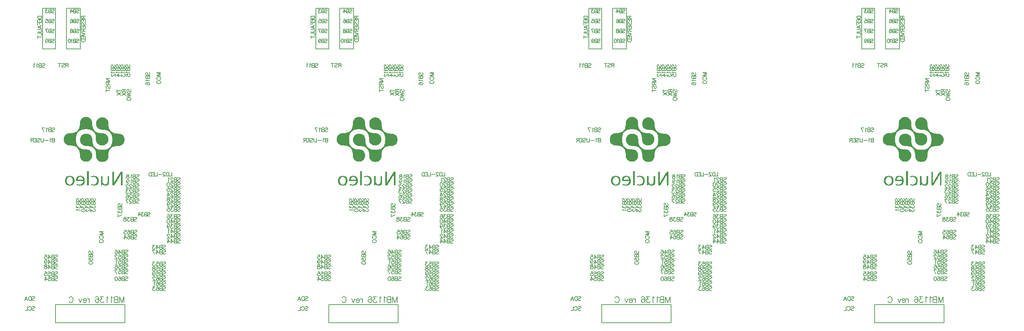
<source format=gbo>
*
%FSLAX26Y26*%
%MOIN*%
%ADD10C,0.007000*%
%ADD11R,0.048000X0.048000*%
%ADD12R,0.045750X0.045750*%
%ADD13C,0.071300*%
%ADD14R,0.071300X0.071300*%
%ADD15C,0.032000*%
%ADD16C,0.057339*%
%IPPOS*%
%LN02i31889.gbo*%
%LPD*%
G75*
G54D10*
X817004Y249850D02*
Y434850D01*
Y249850D02*
X1517004D01*
Y434850D01*
X817004D02*
X1517004D01*
X2047106Y1237430D02*
X2051106Y1241430D01*
X2056106Y1242430D01*
X2064106D01*
X2070106Y1241430D01*
X2074106Y1237430D01*
Y1233430D01*
X2072106Y1229430D01*
X2070106Y1227430D01*
X2066106Y1225430D01*
X2054106Y1222430D01*
X2051106Y1220430D01*
X2049106Y1218430D01*
X2047106Y1214430D01*
Y1208430D01*
X2051106Y1204430D01*
X2056106Y1203430D01*
X2064106D01*
X2070106Y1204430D01*
X2074106Y1208430D01*
X2038106Y1242430D02*
Y1203430D01*
Y1242430D02*
X2021106D01*
X2015106Y1241430D01*
X2013106Y1239430D01*
X2011106Y1235430D01*
Y1231430D01*
X2013106Y1227430D01*
X2015106Y1225430D01*
X2021106Y1223430D01*
X2038106D02*
X2021106D01*
X2015106Y1222430D01*
X2013106Y1220430D01*
X2011106Y1216430D01*
Y1210430D01*
X2013106Y1206430D01*
X2015106Y1204430D01*
X2021106Y1203430D01*
X2038106D01*
X1998106Y1242430D02*
X1978106D01*
X1989106Y1227430D01*
X1983106D01*
X1979106Y1225430D01*
X1978106Y1223430D01*
X1976106Y1218430D01*
Y1214430D01*
X1978106Y1208430D01*
X1981106Y1204430D01*
X1987106Y1203430D01*
X1993106D01*
X1998106Y1204430D01*
X2000106Y1206430D01*
X2002106Y1210430D01*
X1942106Y1229430D02*
X1944106Y1223430D01*
X1948106Y1220430D01*
X1953106Y1218430D01*
X1955106D01*
X1961106Y1220430D01*
X1965106Y1223430D01*
X1967106Y1229430D01*
Y1231430D01*
X1965106Y1237430D01*
X1961106Y1241430D01*
X1955106Y1242430D01*
X1953106D01*
X1948106Y1241430D01*
X1944106Y1237430D01*
X1942106Y1229430D01*
Y1220430D01*
X1944106Y1210430D01*
X1948106Y1204430D01*
X1953106Y1203430D01*
X1957106D01*
X1963106Y1204430D01*
X1965106Y1208430D01*
X2047106Y1508850D02*
X2051106Y1512850D01*
X2056106Y1513850D01*
X2064106D01*
X2070106Y1512850D01*
X2074106Y1508850D01*
Y1504850D01*
X2072106Y1500850D01*
X2070106Y1498850D01*
X2066106Y1496850D01*
X2054106Y1493850D01*
X2051106Y1491850D01*
X2049106Y1489850D01*
X2047106Y1485850D01*
Y1479850D01*
X2051106Y1475850D01*
X2056106Y1474850D01*
X2064106D01*
X2070106Y1475850D01*
X2074106Y1479850D01*
X2038106Y1513850D02*
Y1474850D01*
Y1513850D02*
X2021106D01*
X2015106Y1512850D01*
X2013106Y1510850D01*
X2011106Y1506850D01*
Y1502850D01*
X2013106Y1498850D01*
X2015106Y1496850D01*
X2021106Y1494850D01*
X2038106D02*
X2021106D01*
X2015106Y1493850D01*
X2013106Y1491850D01*
X2011106Y1487850D01*
Y1481850D01*
X2013106Y1477850D01*
X2015106Y1475850D01*
X2021106Y1474850D01*
X2038106D01*
X2000106Y1504850D02*
Y1506850D01*
X1998106Y1510850D01*
X1997106Y1512850D01*
X1993106Y1513850D01*
X1985106D01*
X1981106Y1512850D01*
X1979106Y1510850D01*
X1978106Y1506850D01*
Y1502850D01*
X1979106Y1498850D01*
X1983106Y1493850D01*
X2002106Y1474850D01*
X1976106D01*
X1957106Y1513850D02*
X1963106Y1512850D01*
X1965106Y1508850D01*
Y1504850D01*
X1963106Y1500850D01*
X1959106Y1498850D01*
X1951106Y1496850D01*
X1946106Y1494850D01*
X1942106Y1491850D01*
X1940106Y1487850D01*
Y1481850D01*
X1942106Y1477850D01*
X1944106Y1475850D01*
X1950106Y1474850D01*
X1957106D01*
X1963106Y1475850D01*
X1965106Y1477850D01*
X1967106Y1481850D01*
Y1487850D01*
X1965106Y1491850D01*
X1961106Y1494850D01*
X1955106Y1496850D01*
X1948106Y1498850D01*
X1944106Y1500850D01*
X1942106Y1504850D01*
Y1508850D01*
X1944106Y1512850D01*
X1950106Y1513850D01*
X1957106D01*
X2047106Y1658850D02*
X2051106Y1662850D01*
X2056106Y1663850D01*
X2064106D01*
X2070106Y1662850D01*
X2074106Y1658850D01*
Y1654850D01*
X2072106Y1650850D01*
X2070106Y1648850D01*
X2066106Y1646850D01*
X2054106Y1643850D01*
X2051106Y1641850D01*
X2049106Y1639850D01*
X2047106Y1635850D01*
Y1629850D01*
X2051106Y1625850D01*
X2056106Y1624850D01*
X2064106D01*
X2070106Y1625850D01*
X2074106Y1629850D01*
X2038106Y1663850D02*
Y1624850D01*
Y1663850D02*
X2021106D01*
X2015106Y1662850D01*
X2013106Y1660850D01*
X2011106Y1656850D01*
Y1652850D01*
X2013106Y1648850D01*
X2015106Y1646850D01*
X2021106Y1644850D01*
X2038106D02*
X2021106D01*
X2015106Y1643850D01*
X2013106Y1641850D01*
X2011106Y1637850D01*
Y1631850D01*
X2013106Y1627850D01*
X2015106Y1625850D01*
X2021106Y1624850D01*
X2038106D01*
X2000106Y1654850D02*
Y1656850D01*
X1998106Y1660850D01*
X1997106Y1662850D01*
X1993106Y1663850D01*
X1985106D01*
X1981106Y1662850D01*
X1979106Y1660850D01*
X1978106Y1656850D01*
Y1652850D01*
X1979106Y1648850D01*
X1983106Y1643850D01*
X2002106Y1624850D01*
X1976106D01*
X1955106Y1663850D02*
X1961106Y1662850D01*
X1965106Y1656850D01*
X1967106Y1646850D01*
Y1641850D01*
X1965106Y1631850D01*
X1961106Y1625850D01*
X1955106Y1624850D01*
X1951106D01*
X1946106Y1625850D01*
X1942106Y1631850D01*
X1940106Y1641850D01*
Y1646850D01*
X1942106Y1656850D01*
X1946106Y1662850D01*
X1951106Y1663850D01*
X1955106D01*
X2047106Y1287430D02*
X2051106Y1291430D01*
X2056106Y1292430D01*
X2064106D01*
X2070106Y1291430D01*
X2074106Y1287430D01*
Y1283430D01*
X2072106Y1279430D01*
X2070106Y1277430D01*
X2066106Y1275430D01*
X2054106Y1272430D01*
X2051106Y1270430D01*
X2049106Y1268430D01*
X2047106Y1264430D01*
Y1258430D01*
X2051106Y1254430D01*
X2056106Y1253430D01*
X2064106D01*
X2070106Y1254430D01*
X2074106Y1258430D01*
X2038106Y1292430D02*
Y1253430D01*
Y1292430D02*
X2021106D01*
X2015106Y1291430D01*
X2013106Y1289430D01*
X2011106Y1285430D01*
Y1281430D01*
X2013106Y1277430D01*
X2015106Y1275430D01*
X2021106Y1273430D01*
X2038106D02*
X2021106D01*
X2015106Y1272430D01*
X2013106Y1270430D01*
X2011106Y1266430D01*
Y1260430D01*
X2013106Y1256430D01*
X2015106Y1254430D01*
X2021106Y1253430D01*
X2038106D01*
X1983106Y1292430D02*
X2002106Y1266430D01*
X1974106D01*
X1983106Y1292430D02*
Y1253430D01*
X1955106Y1292430D02*
X1961106Y1291430D01*
X1965106Y1285430D01*
X1967106Y1275430D01*
Y1270430D01*
X1965106Y1260430D01*
X1961106Y1254430D01*
X1955106Y1253430D01*
X1951106D01*
X1946106Y1254430D01*
X1942106Y1260430D01*
X1940106Y1270430D01*
Y1275430D01*
X1942106Y1285430D01*
X1946106Y1291430D01*
X1951106Y1292430D01*
X1955106D01*
X2047106Y1087430D02*
X2051106Y1091430D01*
X2056106Y1092430D01*
X2064106D01*
X2070106Y1091430D01*
X2074106Y1087430D01*
Y1083430D01*
X2072106Y1079430D01*
X2070106Y1077430D01*
X2066106Y1075430D01*
X2054106Y1072430D01*
X2051106Y1070430D01*
X2049106Y1068430D01*
X2047106Y1064430D01*
Y1058430D01*
X2051106Y1054430D01*
X2056106Y1053430D01*
X2064106D01*
X2070106Y1054430D01*
X2074106Y1058430D01*
X2038106Y1092430D02*
Y1053430D01*
Y1092430D02*
X2021106D01*
X2015106Y1091430D01*
X2013106Y1089430D01*
X2011106Y1085430D01*
Y1081430D01*
X2013106Y1077430D01*
X2015106Y1075430D01*
X2021106Y1073430D01*
X2038106D02*
X2021106D01*
X2015106Y1072430D01*
X2013106Y1070430D01*
X2011106Y1066430D01*
Y1060430D01*
X2013106Y1056430D01*
X2015106Y1054430D01*
X2021106Y1053430D01*
X2038106D01*
X1983106Y1092430D02*
X2002106Y1066430D01*
X1974106D01*
X1983106Y1092430D02*
Y1053430D01*
X1948106Y1092430D02*
X1967106Y1066430D01*
X1938106D01*
X1948106Y1092430D02*
Y1053430D01*
X2047106Y1558850D02*
X2051106Y1562850D01*
X2056106Y1563850D01*
X2064106D01*
X2070106Y1562850D01*
X2074106Y1558850D01*
Y1554850D01*
X2072106Y1550850D01*
X2070106Y1548850D01*
X2066106Y1546850D01*
X2054106Y1543850D01*
X2051106Y1541850D01*
X2049106Y1539850D01*
X2047106Y1535850D01*
Y1529850D01*
X2051106Y1525850D01*
X2056106Y1524850D01*
X2064106D01*
X2070106Y1525850D01*
X2074106Y1529850D01*
X2038106Y1563850D02*
Y1524850D01*
Y1563850D02*
X2021106D01*
X2015106Y1562850D01*
X2013106Y1560850D01*
X2011106Y1556850D01*
Y1552850D01*
X2013106Y1548850D01*
X2015106Y1546850D01*
X2021106Y1544850D01*
X2038106D02*
X2021106D01*
X2015106Y1543850D01*
X2013106Y1541850D01*
X2011106Y1537850D01*
Y1531850D01*
X2013106Y1527850D01*
X2015106Y1525850D01*
X2021106Y1524850D01*
X2038106D01*
X2000106Y1554850D02*
Y1556850D01*
X1998106Y1560850D01*
X1997106Y1562850D01*
X1993106Y1563850D01*
X1985106D01*
X1981106Y1562850D01*
X1979106Y1560850D01*
X1978106Y1556850D01*
Y1552850D01*
X1979106Y1548850D01*
X1983106Y1543850D01*
X2002106Y1524850D01*
X1976106D01*
X1948106Y1563850D02*
X1967106Y1537850D01*
X1938106D01*
X1948106Y1563850D02*
Y1524850D01*
X2047106Y1187430D02*
X2051106Y1191430D01*
X2056106Y1192430D01*
X2064106D01*
X2070106Y1191430D01*
X2074106Y1187430D01*
Y1183430D01*
X2072106Y1179430D01*
X2070106Y1177430D01*
X2066106Y1175430D01*
X2054106Y1172430D01*
X2051106Y1170430D01*
X2049106Y1168430D01*
X2047106Y1164430D01*
Y1158430D01*
X2051106Y1154430D01*
X2056106Y1153430D01*
X2064106D01*
X2070106Y1154430D01*
X2074106Y1158430D01*
X2038106Y1192430D02*
Y1153430D01*
Y1192430D02*
X2021106D01*
X2015106Y1191430D01*
X2013106Y1189430D01*
X2011106Y1185430D01*
Y1181430D01*
X2013106Y1177430D01*
X2015106Y1175430D01*
X2021106Y1173430D01*
X2038106D02*
X2021106D01*
X2015106Y1172430D01*
X2013106Y1170430D01*
X2011106Y1166430D01*
Y1160430D01*
X2013106Y1156430D01*
X2015106Y1154430D01*
X2021106Y1153430D01*
X2038106D01*
X1983106Y1192430D02*
X2002106Y1166430D01*
X1974106D01*
X1983106Y1192430D02*
Y1153430D01*
X1967106Y1185430D02*
X1963106Y1187430D01*
X1957106Y1192430D01*
Y1153430D01*
X2047106Y1408850D02*
X2051106Y1412850D01*
X2056106Y1413850D01*
X2064106D01*
X2070106Y1412850D01*
X2074106Y1408850D01*
Y1404850D01*
X2072106Y1400850D01*
X2070106Y1398850D01*
X2066106Y1396850D01*
X2054106Y1393850D01*
X2051106Y1391850D01*
X2049106Y1389850D01*
X2047106Y1385850D01*
Y1379850D01*
X2051106Y1375850D01*
X2056106Y1374850D01*
X2064106D01*
X2070106Y1375850D01*
X2074106Y1379850D01*
X2038106Y1413850D02*
Y1374850D01*
Y1413850D02*
X2021106D01*
X2015106Y1412850D01*
X2013106Y1410850D01*
X2011106Y1406850D01*
Y1402850D01*
X2013106Y1398850D01*
X2015106Y1396850D01*
X2021106Y1394850D01*
X2038106D02*
X2021106D01*
X2015106Y1393850D01*
X2013106Y1391850D01*
X2011106Y1387850D01*
Y1381850D01*
X2013106Y1377850D01*
X2015106Y1375850D01*
X2021106Y1374850D01*
X2038106D01*
X1998106Y1413850D02*
X1978106D01*
X1989106Y1398850D01*
X1983106D01*
X1979106Y1396850D01*
X1978106Y1394850D01*
X1976106Y1389850D01*
Y1385850D01*
X1978106Y1379850D01*
X1981106Y1375850D01*
X1987106Y1374850D01*
X1993106D01*
X1998106Y1375850D01*
X2000106Y1377850D01*
X2002106Y1381850D01*
X1944106Y1413850D02*
X1963106D01*
X1965106Y1396850D01*
X1963106Y1398850D01*
X1957106Y1400850D01*
X1951106D01*
X1946106Y1398850D01*
X1942106Y1394850D01*
X1940106Y1389850D01*
Y1385850D01*
X1942106Y1379850D01*
X1946106Y1375850D01*
X1951106Y1374850D01*
X1957106D01*
X1963106Y1375850D01*
X1965106Y1377850D01*
X1967106Y1381850D01*
X2047106Y1337430D02*
X2051106Y1341430D01*
X2056106Y1342430D01*
X2064106D01*
X2070106Y1341430D01*
X2074106Y1337430D01*
Y1333430D01*
X2072106Y1329430D01*
X2070106Y1327430D01*
X2066106Y1325430D01*
X2054106Y1322430D01*
X2051106Y1320430D01*
X2049106Y1318430D01*
X2047106Y1314430D01*
Y1308430D01*
X2051106Y1304430D01*
X2056106Y1303430D01*
X2064106D01*
X2070106Y1304430D01*
X2074106Y1308430D01*
X2038106Y1342430D02*
Y1303430D01*
Y1342430D02*
X2021106D01*
X2015106Y1341430D01*
X2013106Y1339430D01*
X2011106Y1335430D01*
Y1331430D01*
X2013106Y1327430D01*
X2015106Y1325430D01*
X2021106Y1323430D01*
X2038106D02*
X2021106D01*
X2015106Y1322430D01*
X2013106Y1320430D01*
X2011106Y1316430D01*
Y1310430D01*
X2013106Y1306430D01*
X2015106Y1304430D01*
X2021106Y1303430D01*
X2038106D01*
X1998106Y1342430D02*
X1978106D01*
X1989106Y1327430D01*
X1983106D01*
X1979106Y1325430D01*
X1978106Y1323430D01*
X1976106Y1318430D01*
Y1314430D01*
X1978106Y1308430D01*
X1981106Y1304430D01*
X1987106Y1303430D01*
X1993106D01*
X1998106Y1304430D01*
X2000106Y1306430D01*
X2002106Y1310430D01*
X1944106Y1337430D02*
X1946106Y1341430D01*
X1951106Y1342430D01*
X1955106D01*
X1961106Y1341430D01*
X1965106Y1335430D01*
X1967106Y1325430D01*
Y1316430D01*
X1965106Y1308430D01*
X1961106Y1304430D01*
X1955106Y1303430D01*
X1953106D01*
X1948106Y1304430D01*
X1944106Y1308430D01*
X1942106Y1314430D01*
Y1316430D01*
X1944106Y1322430D01*
X1948106Y1325430D01*
X1953106Y1327430D01*
X1955106D01*
X1961106Y1325430D01*
X1965106Y1322430D01*
X1967106Y1316430D01*
X2047106Y1458850D02*
X2051106Y1462850D01*
X2056106Y1463850D01*
X2064106D01*
X2070106Y1462850D01*
X2074106Y1458850D01*
Y1454850D01*
X2072106Y1450850D01*
X2070106Y1448850D01*
X2066106Y1446850D01*
X2054106Y1443850D01*
X2051106Y1441850D01*
X2049106Y1439850D01*
X2047106Y1435850D01*
Y1429850D01*
X2051106Y1425850D01*
X2056106Y1424850D01*
X2064106D01*
X2070106Y1425850D01*
X2074106Y1429850D01*
X2038106Y1463850D02*
Y1424850D01*
Y1463850D02*
X2021106D01*
X2015106Y1462850D01*
X2013106Y1460850D01*
X2011106Y1456850D01*
Y1452850D01*
X2013106Y1448850D01*
X2015106Y1446850D01*
X2021106Y1444850D01*
X2038106D02*
X2021106D01*
X2015106Y1443850D01*
X2013106Y1441850D01*
X2011106Y1437850D01*
Y1431850D01*
X2013106Y1427850D01*
X2015106Y1425850D01*
X2021106Y1424850D01*
X2038106D01*
X2000106Y1454850D02*
Y1456850D01*
X1998106Y1460850D01*
X1997106Y1462850D01*
X1993106Y1463850D01*
X1985106D01*
X1981106Y1462850D01*
X1979106Y1460850D01*
X1978106Y1456850D01*
Y1452850D01*
X1979106Y1448850D01*
X1983106Y1443850D01*
X2002106Y1424850D01*
X1976106D01*
X1942106Y1450850D02*
X1944106Y1444850D01*
X1948106Y1441850D01*
X1953106Y1439850D01*
X1955106D01*
X1961106Y1441850D01*
X1965106Y1444850D01*
X1967106Y1450850D01*
Y1452850D01*
X1965106Y1458850D01*
X1961106Y1462850D01*
X1955106Y1463850D01*
X1953106D01*
X1948106Y1462850D01*
X1944106Y1458850D01*
X1942106Y1450850D01*
Y1441850D01*
X1944106Y1431850D01*
X1948106Y1425850D01*
X1953106Y1424850D01*
X1957106D01*
X1963106Y1425850D01*
X1965106Y1429850D01*
X2047106Y1137430D02*
X2051106Y1141430D01*
X2056106Y1142430D01*
X2064106D01*
X2070106Y1141430D01*
X2074106Y1137430D01*
Y1133430D01*
X2072106Y1129430D01*
X2070106Y1127430D01*
X2066106Y1125430D01*
X2054106Y1122430D01*
X2051106Y1120430D01*
X2049106Y1118430D01*
X2047106Y1114430D01*
Y1108430D01*
X2051106Y1104430D01*
X2056106Y1103430D01*
X2064106D01*
X2070106Y1104430D01*
X2074106Y1108430D01*
X2038106Y1142430D02*
Y1103430D01*
Y1142430D02*
X2021106D01*
X2015106Y1141430D01*
X2013106Y1139430D01*
X2011106Y1135430D01*
Y1131430D01*
X2013106Y1127430D01*
X2015106Y1125430D01*
X2021106Y1123430D01*
X2038106D02*
X2021106D01*
X2015106Y1122430D01*
X2013106Y1120430D01*
X2011106Y1116430D01*
Y1110430D01*
X2013106Y1106430D01*
X2015106Y1104430D01*
X2021106Y1103430D01*
X2038106D01*
X1983106Y1142430D02*
X2002106Y1116430D01*
X1974106D01*
X1983106Y1142430D02*
Y1103430D01*
X1965106Y1133430D02*
Y1135430D01*
X1963106Y1139430D01*
X1961106Y1141430D01*
X1957106Y1142430D01*
X1950106D01*
X1946106Y1141430D01*
X1944106Y1139430D01*
X1942106Y1135430D01*
Y1131430D01*
X1944106Y1127430D01*
X1948106Y1122430D01*
X1967106Y1103430D01*
X1940106D01*
X2047106Y1608850D02*
X2051106Y1612850D01*
X2056106Y1613850D01*
X2064106D01*
X2070106Y1612850D01*
X2074106Y1608850D01*
Y1604850D01*
X2072106Y1600850D01*
X2070106Y1598850D01*
X2066106Y1596850D01*
X2054106Y1593850D01*
X2051106Y1591850D01*
X2049106Y1589850D01*
X2047106Y1585850D01*
Y1579850D01*
X2051106Y1575850D01*
X2056106Y1574850D01*
X2064106D01*
X2070106Y1575850D01*
X2074106Y1579850D01*
X2038106Y1613850D02*
Y1574850D01*
Y1613850D02*
X2021106D01*
X2015106Y1612850D01*
X2013106Y1610850D01*
X2011106Y1606850D01*
Y1602850D01*
X2013106Y1598850D01*
X2015106Y1596850D01*
X2021106Y1594850D01*
X2038106D02*
X2021106D01*
X2015106Y1593850D01*
X2013106Y1591850D01*
X2011106Y1587850D01*
Y1581850D01*
X2013106Y1577850D01*
X2015106Y1575850D01*
X2021106Y1574850D01*
X2038106D01*
X2000106Y1604850D02*
Y1606850D01*
X1998106Y1610850D01*
X1997106Y1612850D01*
X1993106Y1613850D01*
X1985106D01*
X1981106Y1612850D01*
X1979106Y1610850D01*
X1978106Y1606850D01*
Y1602850D01*
X1979106Y1598850D01*
X1983106Y1593850D01*
X2002106Y1574850D01*
X1976106D01*
X1944106Y1613850D02*
X1963106D01*
X1965106Y1596850D01*
X1963106Y1598850D01*
X1957106Y1600850D01*
X1951106D01*
X1946106Y1598850D01*
X1942106Y1594850D01*
X1940106Y1589850D01*
Y1585850D01*
X1942106Y1579850D01*
X1946106Y1575850D01*
X1951106Y1574850D01*
X1957106D01*
X1963106Y1575850D01*
X1965106Y1577850D01*
X1967106Y1581850D01*
X1732004Y2747850D02*
X1728004Y2751850D01*
X1727004Y2756850D01*
Y2764850D01*
X1728004Y2770850D01*
X1732004Y2774850D01*
X1736004D01*
X1740004Y2772850D01*
X1742004Y2770850D01*
X1744004Y2766850D01*
X1747004Y2754850D01*
X1749004Y2751850D01*
X1751004Y2749850D01*
X1755004Y2747850D01*
X1761004D01*
X1765004Y2751850D01*
X1767004Y2756850D01*
Y2764850D01*
X1765004Y2770850D01*
X1761004Y2774850D01*
X1727004Y2738850D02*
X1767004D01*
X1727004D02*
Y2721850D01*
X1728004Y2715850D01*
X1730004Y2713850D01*
X1734004Y2711850D01*
X1738004D01*
X1742004Y2713850D01*
X1744004Y2715850D01*
X1746004Y2721850D01*
Y2738850D02*
Y2721850D01*
X1747004Y2715850D01*
X1749004Y2713850D01*
X1753004Y2711850D01*
X1759004D01*
X1763004Y2713850D01*
X1765004Y2715850D01*
X1767004Y2721850D01*
Y2738850D01*
X1734004Y2702850D02*
X1732004Y2698850D01*
X1727004Y2693850D01*
X1767004D01*
X1732004Y2650850D02*
X1728004Y2652850D01*
X1727004Y2658850D01*
Y2662850D01*
X1728004Y2667850D01*
X1734004Y2671850D01*
X1744004Y2673850D01*
X1753004D01*
X1761004Y2671850D01*
X1765004Y2667850D01*
X1767004Y2662850D01*
Y2660850D01*
X1765004Y2654850D01*
X1761004Y2650850D01*
X1755004Y2648850D01*
X1753004D01*
X1747004Y2650850D01*
X1744004Y2654850D01*
X1742004Y2660850D01*
Y2662850D01*
X1744004Y2667850D01*
X1747004Y2671850D01*
X1753004Y2673850D01*
X1520004Y978850D02*
X1524004Y982850D01*
X1529004Y983850D01*
X1537004D01*
X1543004Y982850D01*
X1547004Y978850D01*
Y974850D01*
X1545004Y970850D01*
X1543004Y968850D01*
X1539004Y966850D01*
X1527004Y963850D01*
X1524004Y961850D01*
X1522004Y959850D01*
X1520004Y955850D01*
Y949850D01*
X1524004Y945850D01*
X1529004Y944850D01*
X1537004D01*
X1543004Y945850D01*
X1547004Y949850D01*
X1511004Y983850D02*
Y944850D01*
Y983850D02*
X1494004D01*
X1488004Y982850D01*
X1486004Y980850D01*
X1484004Y976850D01*
Y972850D01*
X1486004Y968850D01*
X1488004Y966850D01*
X1494004Y964850D01*
X1511004D02*
X1494004D01*
X1488004Y963850D01*
X1486004Y961850D01*
X1484004Y957850D01*
Y951850D01*
X1486004Y947850D01*
X1488004Y945850D01*
X1494004Y944850D01*
X1511004D01*
X1456004Y983850D02*
X1475004Y957850D01*
X1447004D01*
X1456004Y983850D02*
Y944850D01*
X1417004Y978850D02*
X1419004Y982850D01*
X1424004Y983850D01*
X1428004D01*
X1434004Y982850D01*
X1438004Y976850D01*
X1440004Y966850D01*
Y957850D01*
X1438004Y949850D01*
X1434004Y945850D01*
X1428004Y944850D01*
X1426004D01*
X1421004Y945850D01*
X1417004Y949850D01*
X1415004Y955850D01*
Y957850D01*
X1417004Y963850D01*
X1421004Y966850D01*
X1426004Y968850D01*
X1428004D01*
X1434004Y966850D01*
X1438004Y963850D01*
X1440004Y957850D01*
X1520004Y878850D02*
X1524004Y882850D01*
X1529004Y883850D01*
X1537004D01*
X1543004Y882850D01*
X1547004Y878850D01*
Y874850D01*
X1545004Y870850D01*
X1543004Y868850D01*
X1539004Y866850D01*
X1527004Y863850D01*
X1524004Y861850D01*
X1522004Y859850D01*
X1520004Y855850D01*
Y849850D01*
X1524004Y845850D01*
X1529004Y844850D01*
X1537004D01*
X1543004Y845850D01*
X1547004Y849850D01*
X1511004Y883850D02*
Y844850D01*
Y883850D02*
X1494004D01*
X1488004Y882850D01*
X1486004Y880850D01*
X1484004Y876850D01*
Y872850D01*
X1486004Y868850D01*
X1488004Y866850D01*
X1494004Y864850D01*
X1511004D02*
X1494004D01*
X1488004Y863850D01*
X1486004Y861850D01*
X1484004Y857850D01*
Y851850D01*
X1486004Y847850D01*
X1488004Y845850D01*
X1494004Y844850D01*
X1511004D01*
X1452004Y883850D02*
X1471004D01*
X1473004Y866850D01*
X1471004Y868850D01*
X1466004Y870850D01*
X1460004D01*
X1454004Y868850D01*
X1451004Y864850D01*
X1449004Y859850D01*
Y855850D01*
X1451004Y849850D01*
X1454004Y845850D01*
X1460004Y844850D01*
X1466004D01*
X1471004Y845850D01*
X1473004Y847850D01*
X1475004Y851850D01*
X1440004Y876850D02*
X1436004Y878850D01*
X1430004Y883850D01*
Y844850D01*
X1520004Y928850D02*
X1524004Y932850D01*
X1529004Y933850D01*
X1537004D01*
X1543004Y932850D01*
X1547004Y928850D01*
Y924850D01*
X1545004Y920850D01*
X1543004Y918850D01*
X1539004Y916850D01*
X1527004Y913850D01*
X1524004Y911850D01*
X1522004Y909850D01*
X1520004Y905850D01*
Y899850D01*
X1524004Y895850D01*
X1529004Y894850D01*
X1537004D01*
X1543004Y895850D01*
X1547004Y899850D01*
X1511004Y933850D02*
Y894850D01*
Y933850D02*
X1494004D01*
X1488004Y932850D01*
X1486004Y930850D01*
X1484004Y926850D01*
Y922850D01*
X1486004Y918850D01*
X1488004Y916850D01*
X1494004Y914850D01*
X1511004D02*
X1494004D01*
X1488004Y913850D01*
X1486004Y911850D01*
X1484004Y907850D01*
Y901850D01*
X1486004Y897850D01*
X1488004Y895850D01*
X1494004Y894850D01*
X1511004D01*
X1452004Y933850D02*
X1471004D01*
X1473004Y916850D01*
X1471004Y918850D01*
X1466004Y920850D01*
X1460004D01*
X1454004Y918850D01*
X1451004Y914850D01*
X1449004Y909850D01*
Y905850D01*
X1451004Y899850D01*
X1454004Y895850D01*
X1460004Y894850D01*
X1466004D01*
X1471004Y895850D01*
X1473004Y897850D01*
X1475004Y901850D01*
X1438004Y924850D02*
Y926850D01*
X1436004Y930850D01*
X1434004Y932850D01*
X1430004Y933850D01*
X1423004D01*
X1419004Y932850D01*
X1417004Y930850D01*
X1415004Y926850D01*
Y922850D01*
X1417004Y918850D01*
X1421004Y913850D01*
X1440004Y894850D01*
X1413004D01*
X1520004Y828850D02*
X1524004Y832850D01*
X1529004Y833850D01*
X1537004D01*
X1543004Y832850D01*
X1547004Y828850D01*
Y824850D01*
X1545004Y820850D01*
X1543004Y818850D01*
X1539004Y816850D01*
X1527004Y813850D01*
X1524004Y811850D01*
X1522004Y809850D01*
X1520004Y805850D01*
Y799850D01*
X1524004Y795850D01*
X1529004Y794850D01*
X1537004D01*
X1543004Y795850D01*
X1547004Y799850D01*
X1511004Y833850D02*
Y794850D01*
Y833850D02*
X1494004D01*
X1488004Y832850D01*
X1486004Y830850D01*
X1484004Y826850D01*
Y822850D01*
X1486004Y818850D01*
X1488004Y816850D01*
X1494004Y814850D01*
X1511004D02*
X1494004D01*
X1488004Y813850D01*
X1486004Y811850D01*
X1484004Y807850D01*
Y801850D01*
X1486004Y797850D01*
X1488004Y795850D01*
X1494004Y794850D01*
X1511004D01*
X1452004Y833850D02*
X1471004D01*
X1473004Y816850D01*
X1471004Y818850D01*
X1466004Y820850D01*
X1460004D01*
X1454004Y818850D01*
X1451004Y814850D01*
X1449004Y809850D01*
Y805850D01*
X1451004Y799850D01*
X1454004Y795850D01*
X1460004Y794850D01*
X1466004D01*
X1471004Y795850D01*
X1473004Y797850D01*
X1475004Y801850D01*
X1417004Y828850D02*
X1419004Y832850D01*
X1424004Y833850D01*
X1428004D01*
X1434004Y832850D01*
X1438004Y826850D01*
X1440004Y816850D01*
Y807850D01*
X1438004Y799850D01*
X1434004Y795850D01*
X1428004Y794850D01*
X1426004D01*
X1421004Y795850D01*
X1417004Y799850D01*
X1415004Y805850D01*
Y807850D01*
X1417004Y813850D01*
X1421004Y816850D01*
X1426004Y818850D01*
X1428004D01*
X1434004Y816850D01*
X1438004Y813850D01*
X1440004Y807850D01*
X810004Y928850D02*
X814004Y932850D01*
X819004Y933850D01*
X827004D01*
X833004Y932850D01*
X837004Y928850D01*
Y924850D01*
X835004Y920850D01*
X833004Y918850D01*
X829004Y916850D01*
X817004Y913850D01*
X814004Y911850D01*
X812004Y909850D01*
X810004Y905850D01*
Y899850D01*
X814004Y895850D01*
X819004Y894850D01*
X827004D01*
X833004Y895850D01*
X837004Y899850D01*
X801004Y933850D02*
Y894850D01*
Y933850D02*
X784004D01*
X778004Y932850D01*
X776004Y930850D01*
X774004Y926850D01*
Y922850D01*
X776004Y918850D01*
X778004Y916850D01*
X784004Y914850D01*
X801004D02*
X784004D01*
X778004Y913850D01*
X776004Y911850D01*
X774004Y907850D01*
Y901850D01*
X776004Y897850D01*
X778004Y895850D01*
X784004Y894850D01*
X801004D01*
X746004Y933850D02*
X765004Y907850D01*
X737004D01*
X746004Y933850D02*
Y894850D01*
X707004Y933850D02*
X726004D01*
X728004Y916850D01*
X726004Y918850D01*
X720004Y920850D01*
X714004D01*
X709004Y918850D01*
X705004Y914850D01*
X703004Y909850D01*
Y905850D01*
X705004Y899850D01*
X709004Y895850D01*
X714004Y894850D01*
X720004D01*
X726004Y895850D01*
X728004Y897850D01*
X730004Y901850D01*
X810004Y708850D02*
X814004Y712850D01*
X819004Y713850D01*
X827004D01*
X833004Y712850D01*
X837004Y708850D01*
Y704850D01*
X835004Y700850D01*
X833004Y698850D01*
X829004Y696850D01*
X817004Y693850D01*
X814004Y691850D01*
X812004Y689850D01*
X810004Y685850D01*
Y679850D01*
X814004Y675850D01*
X819004Y674850D01*
X827004D01*
X833004Y675850D01*
X837004Y679850D01*
X801004Y713850D02*
Y674850D01*
Y713850D02*
X784004D01*
X778004Y712850D01*
X776004Y710850D01*
X774004Y706850D01*
Y702850D01*
X776004Y698850D01*
X778004Y696850D01*
X784004Y694850D01*
X801004D02*
X784004D01*
X778004Y693850D01*
X776004Y691850D01*
X774004Y687850D01*
Y681850D01*
X776004Y677850D01*
X778004Y675850D01*
X784004Y674850D01*
X801004D01*
X742004Y713850D02*
X761004D01*
X763004Y696850D01*
X761004Y698850D01*
X756004Y700850D01*
X750004D01*
X744004Y698850D01*
X741004Y694850D01*
X739004Y689850D01*
Y685850D01*
X741004Y679850D01*
X744004Y675850D01*
X750004Y674850D01*
X756004D01*
X761004Y675850D01*
X763004Y677850D01*
X765004Y681850D01*
X711004Y713850D02*
X730004Y687850D01*
X701004D01*
X711004Y713850D02*
Y674850D01*
X810004Y758850D02*
X814004Y762850D01*
X819004Y763850D01*
X827004D01*
X833004Y762850D01*
X837004Y758850D01*
Y754850D01*
X835004Y750850D01*
X833004Y748850D01*
X829004Y746850D01*
X817004Y743850D01*
X814004Y741850D01*
X812004Y739850D01*
X810004Y735850D01*
Y729850D01*
X814004Y725850D01*
X819004Y724850D01*
X827004D01*
X833004Y725850D01*
X837004Y729850D01*
X801004Y763850D02*
Y724850D01*
Y763850D02*
X784004D01*
X778004Y762850D01*
X776004Y760850D01*
X774004Y756850D01*
Y752850D01*
X776004Y748850D01*
X778004Y746850D01*
X784004Y744850D01*
X801004D02*
X784004D01*
X778004Y743850D01*
X776004Y741850D01*
X774004Y737850D01*
Y731850D01*
X776004Y727850D01*
X778004Y725850D01*
X784004Y724850D01*
X801004D01*
X742004Y763850D02*
X761004D01*
X763004Y746850D01*
X761004Y748850D01*
X756004Y750850D01*
X750004D01*
X744004Y748850D01*
X741004Y744850D01*
X739004Y739850D01*
Y735850D01*
X741004Y729850D01*
X744004Y725850D01*
X750004Y724850D01*
X756004D01*
X761004Y725850D01*
X763004Y727850D01*
X765004Y731850D01*
X707004Y763850D02*
X726004D01*
X728004Y746850D01*
X726004Y748850D01*
X720004Y750850D01*
X714004D01*
X709004Y748850D01*
X705004Y744850D01*
X703004Y739850D01*
Y735850D01*
X705004Y729850D01*
X709004Y725850D01*
X714004Y724850D01*
X720004D01*
X726004Y725850D01*
X728004Y727850D01*
X730004Y731850D01*
X810004Y828850D02*
X814004Y832850D01*
X819004Y833850D01*
X827004D01*
X833004Y832850D01*
X837004Y828850D01*
Y824850D01*
X835004Y820850D01*
X833004Y818850D01*
X829004Y816850D01*
X817004Y813850D01*
X814004Y811850D01*
X812004Y809850D01*
X810004Y805850D01*
Y799850D01*
X814004Y795850D01*
X819004Y794850D01*
X827004D01*
X833004Y795850D01*
X837004Y799850D01*
X801004Y833850D02*
Y794850D01*
Y833850D02*
X784004D01*
X778004Y832850D01*
X776004Y830850D01*
X774004Y826850D01*
Y822850D01*
X776004Y818850D01*
X778004Y816850D01*
X784004Y814850D01*
X801004D02*
X784004D01*
X778004Y813850D01*
X776004Y811850D01*
X774004Y807850D01*
Y801850D01*
X776004Y797850D01*
X778004Y795850D01*
X784004Y794850D01*
X801004D01*
X746004Y833850D02*
X765004Y807850D01*
X737004D01*
X746004Y833850D02*
Y794850D01*
X720004Y833850D02*
X726004Y832850D01*
X728004Y828850D01*
Y824850D01*
X726004Y820850D01*
X722004Y818850D01*
X714004Y816850D01*
X709004Y814850D01*
X705004Y811850D01*
X703004Y807850D01*
Y801850D01*
X705004Y797850D01*
X707004Y795850D01*
X713004Y794850D01*
X720004D01*
X726004Y795850D01*
X728004Y797850D01*
X730004Y801850D01*
Y807850D01*
X728004Y811850D01*
X724004Y814850D01*
X718004Y816850D01*
X711004Y818850D01*
X707004Y820850D01*
X705004Y824850D01*
Y828850D01*
X707004Y832850D01*
X713004Y833850D01*
X720004D01*
X810004Y878850D02*
X814004Y882850D01*
X819004Y883850D01*
X827004D01*
X833004Y882850D01*
X837004Y878850D01*
Y874850D01*
X835004Y870850D01*
X833004Y868850D01*
X829004Y866850D01*
X817004Y863850D01*
X814004Y861850D01*
X812004Y859850D01*
X810004Y855850D01*
Y849850D01*
X814004Y845850D01*
X819004Y844850D01*
X827004D01*
X833004Y845850D01*
X837004Y849850D01*
X801004Y883850D02*
Y844850D01*
Y883850D02*
X784004D01*
X778004Y882850D01*
X776004Y880850D01*
X774004Y876850D01*
Y872850D01*
X776004Y868850D01*
X778004Y866850D01*
X784004Y864850D01*
X801004D02*
X784004D01*
X778004Y863850D01*
X776004Y861850D01*
X774004Y857850D01*
Y851850D01*
X776004Y847850D01*
X778004Y845850D01*
X784004Y844850D01*
X801004D01*
X746004Y883850D02*
X765004Y857850D01*
X737004D01*
X746004Y883850D02*
Y844850D01*
X705004Y870850D02*
X707004Y864850D01*
X711004Y861850D01*
X716004Y859850D01*
X718004D01*
X724004Y861850D01*
X728004Y864850D01*
X730004Y870850D01*
Y872850D01*
X728004Y878850D01*
X724004Y882850D01*
X718004Y883850D01*
X716004D01*
X711004Y882850D01*
X707004Y878850D01*
X705004Y870850D01*
Y861850D01*
X707004Y851850D01*
X711004Y845850D01*
X716004Y844850D01*
X720004D01*
X726004Y845850D01*
X728004Y849850D01*
X1900004Y858850D02*
X1904004Y862850D01*
X1909004Y863850D01*
X1917004D01*
X1923004Y862850D01*
X1927004Y858850D01*
Y854850D01*
X1925004Y850850D01*
X1923004Y848850D01*
X1919004Y846850D01*
X1907004Y843850D01*
X1904004Y841850D01*
X1902004Y839850D01*
X1900004Y835850D01*
Y829850D01*
X1904004Y825850D01*
X1909004Y824850D01*
X1917004D01*
X1923004Y825850D01*
X1927004Y829850D01*
X1891004Y863850D02*
Y824850D01*
Y863850D02*
X1874004D01*
X1868004Y862850D01*
X1866004Y860850D01*
X1864004Y856850D01*
Y852850D01*
X1866004Y848850D01*
X1868004Y846850D01*
X1874004Y844850D01*
X1891004D02*
X1874004D01*
X1868004Y843850D01*
X1866004Y841850D01*
X1864004Y837850D01*
Y831850D01*
X1866004Y827850D01*
X1868004Y825850D01*
X1874004Y824850D01*
X1891004D01*
X1832004Y863850D02*
X1851004D01*
X1853004Y846850D01*
X1851004Y848850D01*
X1846004Y850850D01*
X1840004D01*
X1834004Y848850D01*
X1831004Y844850D01*
X1829004Y839850D01*
Y835850D01*
X1831004Y829850D01*
X1834004Y825850D01*
X1840004Y824850D01*
X1846004D01*
X1851004Y825850D01*
X1853004Y827850D01*
X1855004Y831850D01*
X1816004Y863850D02*
X1795004D01*
X1806004Y848850D01*
X1801004D01*
X1797004Y846850D01*
X1795004Y844850D01*
X1793004Y839850D01*
Y835850D01*
X1795004Y829850D01*
X1799004Y825850D01*
X1804004Y824850D01*
X1810004D01*
X1816004Y825850D01*
X1818004Y827850D01*
X1820004Y831850D01*
X1900004Y808850D02*
X1904004Y812850D01*
X1909004Y813850D01*
X1917004D01*
X1923004Y812850D01*
X1927004Y808850D01*
Y804850D01*
X1925004Y800850D01*
X1923004Y798850D01*
X1919004Y796850D01*
X1907004Y793850D01*
X1904004Y791850D01*
X1902004Y789850D01*
X1900004Y785850D01*
Y779850D01*
X1904004Y775850D01*
X1909004Y774850D01*
X1917004D01*
X1923004Y775850D01*
X1927004Y779850D01*
X1891004Y813850D02*
Y774850D01*
Y813850D02*
X1874004D01*
X1868004Y812850D01*
X1866004Y810850D01*
X1864004Y806850D01*
Y802850D01*
X1866004Y798850D01*
X1868004Y796850D01*
X1874004Y794850D01*
X1891004D02*
X1874004D01*
X1868004Y793850D01*
X1866004Y791850D01*
X1864004Y787850D01*
Y781850D01*
X1866004Y777850D01*
X1868004Y775850D01*
X1874004Y774850D01*
X1891004D01*
X1832004Y813850D02*
X1851004D01*
X1853004Y796850D01*
X1851004Y798850D01*
X1846004Y800850D01*
X1840004D01*
X1834004Y798850D01*
X1831004Y794850D01*
X1829004Y789850D01*
Y785850D01*
X1831004Y779850D01*
X1834004Y775850D01*
X1840004Y774850D01*
X1846004D01*
X1851004Y775850D01*
X1853004Y777850D01*
X1855004Y781850D01*
X1810004Y813850D02*
X1816004Y812850D01*
X1818004Y808850D01*
Y804850D01*
X1816004Y800850D01*
X1812004Y798850D01*
X1804004Y796850D01*
X1799004Y794850D01*
X1795004Y791850D01*
X1793004Y787850D01*
Y781850D01*
X1795004Y777850D01*
X1797004Y775850D01*
X1803004Y774850D01*
X1810004D01*
X1816004Y775850D01*
X1818004Y777850D01*
X1820004Y781850D01*
Y787850D01*
X1818004Y791850D01*
X1814004Y794850D01*
X1808004Y796850D01*
X1801004Y798850D01*
X1797004Y800850D01*
X1795004Y804850D01*
Y808850D01*
X1797004Y812850D01*
X1803004Y813850D01*
X1810004D01*
X1900004Y758850D02*
X1904004Y762850D01*
X1909004Y763850D01*
X1917004D01*
X1923004Y762850D01*
X1927004Y758850D01*
Y754850D01*
X1925004Y750850D01*
X1923004Y748850D01*
X1919004Y746850D01*
X1907004Y743850D01*
X1904004Y741850D01*
X1902004Y739850D01*
X1900004Y735850D01*
Y729850D01*
X1904004Y725850D01*
X1909004Y724850D01*
X1917004D01*
X1923004Y725850D01*
X1927004Y729850D01*
X1891004Y763850D02*
Y724850D01*
Y763850D02*
X1874004D01*
X1868004Y762850D01*
X1866004Y760850D01*
X1864004Y756850D01*
Y752850D01*
X1866004Y748850D01*
X1868004Y746850D01*
X1874004Y744850D01*
X1891004D02*
X1874004D01*
X1868004Y743850D01*
X1866004Y741850D01*
X1864004Y737850D01*
Y731850D01*
X1866004Y727850D01*
X1868004Y725850D01*
X1874004Y724850D01*
X1891004D01*
X1832004Y763850D02*
X1851004D01*
X1853004Y746850D01*
X1851004Y748850D01*
X1846004Y750850D01*
X1840004D01*
X1834004Y748850D01*
X1831004Y744850D01*
X1829004Y739850D01*
Y735850D01*
X1831004Y729850D01*
X1834004Y725850D01*
X1840004Y724850D01*
X1846004D01*
X1851004Y725850D01*
X1853004Y727850D01*
X1855004Y731850D01*
X1795004Y750850D02*
X1797004Y744850D01*
X1801004Y741850D01*
X1806004Y739850D01*
X1808004D01*
X1814004Y741850D01*
X1818004Y744850D01*
X1820004Y750850D01*
Y752850D01*
X1818004Y758850D01*
X1814004Y762850D01*
X1808004Y763850D01*
X1806004D01*
X1801004Y762850D01*
X1797004Y758850D01*
X1795004Y750850D01*
Y741850D01*
X1797004Y731850D01*
X1801004Y725850D01*
X1806004Y724850D01*
X1810004D01*
X1816004Y725850D01*
X1818004Y729850D01*
X1132004Y1477850D02*
X1128004Y1481850D01*
X1127004Y1486850D01*
Y1494850D01*
X1128004Y1500850D01*
X1132004Y1504850D01*
X1136004D01*
X1140004Y1502850D01*
X1142004Y1500850D01*
X1144004Y1496850D01*
X1147004Y1484850D01*
X1149004Y1481850D01*
X1151004Y1479850D01*
X1155004Y1477850D01*
X1161004D01*
X1165004Y1481850D01*
X1167004Y1486850D01*
Y1494850D01*
X1165004Y1500850D01*
X1161004Y1504850D01*
X1127004Y1468850D02*
X1167004D01*
X1127004D02*
Y1451850D01*
X1128004Y1445850D01*
X1130004Y1443850D01*
X1134004Y1441850D01*
X1138004D01*
X1142004Y1443850D01*
X1144004Y1445850D01*
X1146004Y1451850D01*
Y1468850D02*
Y1451850D01*
X1147004Y1445850D01*
X1149004Y1443850D01*
X1153004Y1441850D01*
X1159004D01*
X1163004Y1443850D01*
X1165004Y1445850D01*
X1167004Y1451850D01*
Y1468850D01*
X1127004Y1428850D02*
Y1408850D01*
X1142004Y1419850D01*
Y1413850D01*
X1144004Y1409850D01*
X1146004Y1408850D01*
X1151004Y1406850D01*
X1155004D01*
X1161004Y1408850D01*
X1165004Y1411850D01*
X1167004Y1417850D01*
Y1423850D01*
X1165004Y1428850D01*
X1163004Y1430850D01*
X1159004Y1432850D01*
X1136004Y1395850D02*
X1134004D01*
X1130004Y1393850D01*
X1128004Y1391850D01*
X1127004Y1387850D01*
Y1380850D01*
X1128004Y1376850D01*
X1130004Y1374850D01*
X1134004Y1372850D01*
X1138004D01*
X1142004Y1374850D01*
X1147004Y1378850D01*
X1167004Y1397850D01*
Y1370850D01*
X1182004Y1477850D02*
X1178004Y1481850D01*
X1177004Y1486850D01*
Y1494850D01*
X1178004Y1500850D01*
X1182004Y1504850D01*
X1186004D01*
X1190004Y1502850D01*
X1192004Y1500850D01*
X1194004Y1496850D01*
X1197004Y1484850D01*
X1199004Y1481850D01*
X1201004Y1479850D01*
X1205004Y1477850D01*
X1211004D01*
X1215004Y1481850D01*
X1217004Y1486850D01*
Y1494850D01*
X1215004Y1500850D01*
X1211004Y1504850D01*
X1177004Y1468850D02*
X1217004D01*
X1177004D02*
Y1451850D01*
X1178004Y1445850D01*
X1180004Y1443850D01*
X1184004Y1441850D01*
X1188004D01*
X1192004Y1443850D01*
X1194004Y1445850D01*
X1196004Y1451850D01*
Y1468850D02*
Y1451850D01*
X1197004Y1445850D01*
X1199004Y1443850D01*
X1203004Y1441850D01*
X1209004D01*
X1213004Y1443850D01*
X1215004Y1445850D01*
X1217004Y1451850D01*
Y1468850D01*
X1177004Y1428850D02*
Y1408850D01*
X1192004Y1419850D01*
Y1413850D01*
X1194004Y1409850D01*
X1196004Y1408850D01*
X1201004Y1406850D01*
X1205004D01*
X1211004Y1408850D01*
X1215004Y1411850D01*
X1217004Y1417850D01*
Y1423850D01*
X1215004Y1428850D01*
X1213004Y1430850D01*
X1209004Y1432850D01*
X1177004Y1393850D02*
Y1372850D01*
X1192004Y1383850D01*
Y1378850D01*
X1194004Y1374850D01*
X1196004Y1372850D01*
X1201004Y1370850D01*
X1205004D01*
X1211004Y1372850D01*
X1215004Y1376850D01*
X1217004Y1381850D01*
Y1387850D01*
X1215004Y1393850D01*
X1213004Y1395850D01*
X1209004Y1397850D01*
X1082004Y1477850D02*
X1078004Y1481850D01*
X1077004Y1486850D01*
Y1494850D01*
X1078004Y1500850D01*
X1082004Y1504850D01*
X1086004D01*
X1090004Y1502850D01*
X1092004Y1500850D01*
X1094004Y1496850D01*
X1097004Y1484850D01*
X1099004Y1481850D01*
X1101004Y1479850D01*
X1105004Y1477850D01*
X1111004D01*
X1115004Y1481850D01*
X1117004Y1486850D01*
Y1494850D01*
X1115004Y1500850D01*
X1111004Y1504850D01*
X1077004Y1468850D02*
X1117004D01*
X1077004D02*
Y1451850D01*
X1078004Y1445850D01*
X1080004Y1443850D01*
X1084004Y1441850D01*
X1088004D01*
X1092004Y1443850D01*
X1094004Y1445850D01*
X1096004Y1451850D01*
Y1468850D02*
Y1451850D01*
X1097004Y1445850D01*
X1099004Y1443850D01*
X1103004Y1441850D01*
X1109004D01*
X1113004Y1443850D01*
X1115004Y1445850D01*
X1117004Y1451850D01*
Y1468850D01*
X1077004Y1428850D02*
Y1408850D01*
X1092004Y1419850D01*
Y1413850D01*
X1094004Y1409850D01*
X1096004Y1408850D01*
X1101004Y1406850D01*
X1105004D01*
X1111004Y1408850D01*
X1115004Y1411850D01*
X1117004Y1417850D01*
Y1423850D01*
X1115004Y1428850D01*
X1113004Y1430850D01*
X1109004Y1432850D01*
X1077004Y1385850D02*
X1078004Y1391850D01*
X1084004Y1395850D01*
X1094004Y1397850D01*
X1099004D01*
X1109004Y1395850D01*
X1115004Y1391850D01*
X1117004Y1385850D01*
Y1381850D01*
X1115004Y1376850D01*
X1109004Y1372850D01*
X1099004Y1370850D01*
X1094004D01*
X1084004Y1372850D01*
X1078004Y1376850D01*
X1077004Y1381850D01*
Y1385850D01*
X1032004Y1477850D02*
X1028004Y1481850D01*
X1027004Y1486850D01*
Y1494850D01*
X1028004Y1500850D01*
X1032004Y1504850D01*
X1036004D01*
X1040004Y1502850D01*
X1042004Y1500850D01*
X1044004Y1496850D01*
X1047004Y1484850D01*
X1049004Y1481850D01*
X1051004Y1479850D01*
X1055004Y1477850D01*
X1061004D01*
X1065004Y1481850D01*
X1067004Y1486850D01*
Y1494850D01*
X1065004Y1500850D01*
X1061004Y1504850D01*
X1027004Y1468850D02*
X1067004D01*
X1027004D02*
Y1451850D01*
X1028004Y1445850D01*
X1030004Y1443850D01*
X1034004Y1441850D01*
X1038004D01*
X1042004Y1443850D01*
X1044004Y1445850D01*
X1046004Y1451850D01*
Y1468850D02*
Y1451850D01*
X1047004Y1445850D01*
X1049004Y1443850D01*
X1053004Y1441850D01*
X1059004D01*
X1063004Y1443850D01*
X1065004Y1445850D01*
X1067004Y1451850D01*
Y1468850D01*
X1027004Y1428850D02*
Y1408850D01*
X1042004Y1419850D01*
Y1413850D01*
X1044004Y1409850D01*
X1046004Y1408850D01*
X1051004Y1406850D01*
X1055004D01*
X1061004Y1408850D01*
X1065004Y1411850D01*
X1067004Y1417850D01*
Y1423850D01*
X1065004Y1428850D01*
X1063004Y1430850D01*
X1059004Y1432850D01*
X1034004Y1397850D02*
X1032004Y1393850D01*
X1027004Y1387850D01*
X1067004D01*
X1610004Y1308850D02*
X1614004Y1312850D01*
X1619004Y1313850D01*
X1627004D01*
X1633004Y1312850D01*
X1637004Y1308850D01*
Y1304850D01*
X1635004Y1300850D01*
X1633004Y1298850D01*
X1629004Y1296850D01*
X1617004Y1293850D01*
X1614004Y1291850D01*
X1612004Y1289850D01*
X1610004Y1285850D01*
Y1279850D01*
X1614004Y1275850D01*
X1619004Y1274850D01*
X1627004D01*
X1633004Y1275850D01*
X1637004Y1279850D01*
X1601004Y1313850D02*
Y1274850D01*
Y1313850D02*
X1584004D01*
X1578004Y1312850D01*
X1576004Y1310850D01*
X1574004Y1306850D01*
Y1302850D01*
X1576004Y1298850D01*
X1578004Y1296850D01*
X1584004Y1294850D01*
X1601004D02*
X1584004D01*
X1578004Y1293850D01*
X1576004Y1291850D01*
X1574004Y1287850D01*
Y1281850D01*
X1576004Y1277850D01*
X1578004Y1275850D01*
X1584004Y1274850D01*
X1601004D01*
X1561004Y1313850D02*
X1541004D01*
X1552004Y1298850D01*
X1546004D01*
X1542004Y1296850D01*
X1541004Y1294850D01*
X1539004Y1289850D01*
Y1285850D01*
X1541004Y1279850D01*
X1544004Y1275850D01*
X1550004Y1274850D01*
X1556004D01*
X1561004Y1275850D01*
X1563004Y1277850D01*
X1565004Y1281850D01*
X1520004Y1313850D02*
X1526004Y1312850D01*
X1528004Y1308850D01*
Y1304850D01*
X1526004Y1300850D01*
X1522004Y1298850D01*
X1514004Y1296850D01*
X1509004Y1294850D01*
X1505004Y1291850D01*
X1503004Y1287850D01*
Y1281850D01*
X1505004Y1277850D01*
X1507004Y1275850D01*
X1513004Y1274850D01*
X1520004D01*
X1526004Y1275850D01*
X1528004Y1277850D01*
X1530004Y1281850D01*
Y1287850D01*
X1528004Y1291850D01*
X1524004Y1294850D01*
X1518004Y1296850D01*
X1511004Y1298850D01*
X1507004Y1300850D01*
X1505004Y1304850D01*
Y1308850D01*
X1507004Y1312850D01*
X1513004Y1313850D01*
X1520004D01*
X1631481Y1740099D02*
X1635481Y1744099D01*
X1640481Y1745099D01*
X1648481D01*
X1654481Y1744099D01*
X1658481Y1740099D01*
Y1736099D01*
X1656481Y1732099D01*
X1654481Y1730099D01*
X1650481Y1728099D01*
X1638481Y1725099D01*
X1635481Y1723099D01*
X1633481Y1721099D01*
X1631481Y1717099D01*
Y1711099D01*
X1635481Y1707099D01*
X1640481Y1706099D01*
X1648481D01*
X1654481Y1707099D01*
X1658481Y1711099D01*
X1622481Y1745099D02*
Y1706099D01*
Y1745099D02*
X1605481D01*
X1599481Y1744099D01*
X1597481Y1742099D01*
X1595481Y1738099D01*
Y1734099D01*
X1597481Y1730099D01*
X1599481Y1728099D01*
X1605481Y1726099D01*
X1622481D02*
X1605481D01*
X1599481Y1725099D01*
X1597481Y1723099D01*
X1595481Y1719099D01*
Y1713099D01*
X1597481Y1709099D01*
X1599481Y1707099D01*
X1605481Y1706099D01*
X1622481D01*
X1586481Y1738099D02*
X1582481Y1740099D01*
X1577481Y1745099D01*
Y1706099D01*
X1547481Y1745099D02*
X1553481Y1744099D01*
X1555481Y1740099D01*
Y1736099D01*
X1553481Y1732099D01*
X1549481Y1730099D01*
X1542481Y1728099D01*
X1536481Y1726099D01*
X1532481Y1723099D01*
X1530481Y1719099D01*
Y1713099D01*
X1532481Y1709099D01*
X1534481Y1707099D01*
X1540481Y1706099D01*
X1547481D01*
X1553481Y1707099D01*
X1555481Y1709099D01*
X1557481Y1713099D01*
Y1719099D01*
X1555481Y1723099D01*
X1551481Y1726099D01*
X1546481Y1728099D01*
X1538481Y1730099D01*
X1534481Y1732099D01*
X1532481Y1736099D01*
Y1740099D01*
X1534481Y1744099D01*
X1540481Y1745099D01*
X1547481D01*
X1631481Y1690099D02*
X1635481Y1694099D01*
X1640481Y1695099D01*
X1648481D01*
X1654481Y1694099D01*
X1658481Y1690099D01*
Y1686099D01*
X1656481Y1682099D01*
X1654481Y1680099D01*
X1650481Y1678099D01*
X1638481Y1675099D01*
X1635481Y1673099D01*
X1633481Y1671099D01*
X1631481Y1667099D01*
Y1661099D01*
X1635481Y1657099D01*
X1640481Y1656099D01*
X1648481D01*
X1654481Y1657099D01*
X1658481Y1661099D01*
X1622481Y1695099D02*
Y1656099D01*
Y1695099D02*
X1605481D01*
X1599481Y1694099D01*
X1597481Y1692099D01*
X1595481Y1688099D01*
Y1684099D01*
X1597481Y1680099D01*
X1599481Y1678099D01*
X1605481Y1676099D01*
X1622481D02*
X1605481D01*
X1599481Y1675099D01*
X1597481Y1673099D01*
X1595481Y1669099D01*
Y1663099D01*
X1597481Y1659099D01*
X1599481Y1657099D01*
X1605481Y1656099D01*
X1622481D01*
X1586481Y1688099D02*
X1582481Y1690099D01*
X1577481Y1695099D01*
Y1656099D01*
X1532481Y1682099D02*
X1534481Y1676099D01*
X1538481Y1673099D01*
X1544481Y1671099D01*
X1546481D01*
X1551481Y1673099D01*
X1555481Y1676099D01*
X1557481Y1682099D01*
Y1684099D01*
X1555481Y1690099D01*
X1551481Y1694099D01*
X1546481Y1695099D01*
X1544481D01*
X1538481Y1694099D01*
X1534481Y1690099D01*
X1532481Y1682099D01*
Y1673099D01*
X1534481Y1663099D01*
X1538481Y1657099D01*
X1544481Y1656099D01*
X1547481D01*
X1553481Y1657099D01*
X1555481Y1661099D01*
X1631481Y1640099D02*
X1635481Y1644099D01*
X1640481Y1645099D01*
X1648481D01*
X1654481Y1644099D01*
X1658481Y1640099D01*
Y1636099D01*
X1656481Y1632099D01*
X1654481Y1630099D01*
X1650481Y1628099D01*
X1638481Y1625099D01*
X1635481Y1623099D01*
X1633481Y1621099D01*
X1631481Y1617099D01*
Y1611099D01*
X1635481Y1607099D01*
X1640481Y1606099D01*
X1648481D01*
X1654481Y1607099D01*
X1658481Y1611099D01*
X1622481Y1645099D02*
Y1606099D01*
Y1645099D02*
X1605481D01*
X1599481Y1644099D01*
X1597481Y1642099D01*
X1595481Y1638099D01*
Y1634099D01*
X1597481Y1630099D01*
X1599481Y1628099D01*
X1605481Y1626099D01*
X1622481D02*
X1605481D01*
X1599481Y1625099D01*
X1597481Y1623099D01*
X1595481Y1619099D01*
Y1613099D01*
X1597481Y1609099D01*
X1599481Y1607099D01*
X1605481Y1606099D01*
X1622481D01*
X1584481Y1636099D02*
Y1638099D01*
X1582481Y1642099D01*
X1581481Y1644099D01*
X1577481Y1645099D01*
X1569481D01*
X1565481Y1644099D01*
X1563481Y1642099D01*
X1562481Y1638099D01*
Y1634099D01*
X1563481Y1630099D01*
X1567481Y1625099D01*
X1586481Y1606099D01*
X1560481D01*
X1549481Y1636099D02*
Y1638099D01*
X1547481Y1642099D01*
X1545481Y1644099D01*
X1541481Y1645099D01*
X1534481D01*
X1530481Y1644099D01*
X1528481Y1642099D01*
X1526481Y1638099D01*
Y1634099D01*
X1528481Y1630099D01*
X1532481Y1625099D01*
X1551481Y1606099D01*
X1524481D01*
X1631481Y1590099D02*
X1635481Y1594099D01*
X1640481Y1595099D01*
X1648481D01*
X1654481Y1594099D01*
X1658481Y1590099D01*
Y1586099D01*
X1656481Y1582099D01*
X1654481Y1580099D01*
X1650481Y1578099D01*
X1638481Y1575099D01*
X1635481Y1573099D01*
X1633481Y1571099D01*
X1631481Y1567099D01*
Y1561099D01*
X1635481Y1557099D01*
X1640481Y1556099D01*
X1648481D01*
X1654481Y1557099D01*
X1658481Y1561099D01*
X1622481Y1595099D02*
Y1556099D01*
Y1595099D02*
X1605481D01*
X1599481Y1594099D01*
X1597481Y1592099D01*
X1595481Y1588099D01*
Y1584099D01*
X1597481Y1580099D01*
X1599481Y1578099D01*
X1605481Y1576099D01*
X1622481D02*
X1605481D01*
X1599481Y1575099D01*
X1597481Y1573099D01*
X1595481Y1569099D01*
Y1563099D01*
X1597481Y1559099D01*
X1599481Y1557099D01*
X1605481Y1556099D01*
X1622481D01*
X1584481Y1586099D02*
Y1588099D01*
X1582481Y1592099D01*
X1581481Y1594099D01*
X1577481Y1595099D01*
X1569481D01*
X1565481Y1594099D01*
X1563481Y1592099D01*
X1562481Y1588099D01*
Y1584099D01*
X1563481Y1580099D01*
X1567481Y1575099D01*
X1586481Y1556099D01*
X1560481D01*
X1547481Y1595099D02*
X1526481D01*
X1537481Y1580099D01*
X1532481D01*
X1528481Y1578099D01*
X1526481Y1576099D01*
X1524481Y1571099D01*
Y1567099D01*
X1526481Y1561099D01*
X1530481Y1557099D01*
X1535481Y1556099D01*
X1541481D01*
X1547481Y1557099D01*
X1549481Y1559099D01*
X1551481Y1563099D01*
X1631481Y1540099D02*
X1635481Y1544099D01*
X1640481Y1545099D01*
X1648481D01*
X1654481Y1544099D01*
X1658481Y1540099D01*
Y1536099D01*
X1656481Y1532099D01*
X1654481Y1530099D01*
X1650481Y1528099D01*
X1638481Y1525099D01*
X1635481Y1523099D01*
X1633481Y1521099D01*
X1631481Y1517099D01*
Y1511099D01*
X1635481Y1507099D01*
X1640481Y1506099D01*
X1648481D01*
X1654481Y1507099D01*
X1658481Y1511099D01*
X1622481Y1545099D02*
Y1506099D01*
Y1545099D02*
X1605481D01*
X1599481Y1544099D01*
X1597481Y1542099D01*
X1595481Y1538099D01*
Y1534099D01*
X1597481Y1530099D01*
X1599481Y1528099D01*
X1605481Y1526099D01*
X1622481D02*
X1605481D01*
X1599481Y1525099D01*
X1597481Y1523099D01*
X1595481Y1519099D01*
Y1513099D01*
X1597481Y1509099D01*
X1599481Y1507099D01*
X1605481Y1506099D01*
X1622481D01*
X1584481Y1536099D02*
Y1538099D01*
X1582481Y1542099D01*
X1581481Y1544099D01*
X1577481Y1545099D01*
X1569481D01*
X1565481Y1544099D01*
X1563481Y1542099D01*
X1562481Y1538099D01*
Y1534099D01*
X1563481Y1530099D01*
X1567481Y1525099D01*
X1586481Y1506099D01*
X1560481D01*
X1528481Y1540099D02*
X1530481Y1544099D01*
X1535481Y1545099D01*
X1539481D01*
X1545481Y1544099D01*
X1549481Y1538099D01*
X1551481Y1528099D01*
Y1519099D01*
X1549481Y1511099D01*
X1545481Y1507099D01*
X1539481Y1506099D01*
X1537481D01*
X1532481Y1507099D01*
X1528481Y1511099D01*
X1526481Y1517099D01*
Y1519099D01*
X1528481Y1525099D01*
X1532481Y1528099D01*
X1537481Y1530099D01*
X1539481D01*
X1545481Y1528099D01*
X1549481Y1525099D01*
X1551481Y1519099D01*
X1156322Y947850D02*
X1152322Y951850D01*
X1151322Y956850D01*
Y964850D01*
X1152322Y970850D01*
X1156322Y974850D01*
X1160322D01*
X1164322Y972850D01*
X1166322Y970850D01*
X1168322Y966850D01*
X1171322Y954850D01*
X1173322Y951850D01*
X1175322Y949850D01*
X1179322Y947850D01*
X1185322D01*
X1189322Y951850D01*
X1191322Y956850D01*
Y964850D01*
X1189322Y970850D01*
X1185322Y974850D01*
X1151322Y938850D02*
X1191322D01*
X1151322D02*
Y921850D01*
X1152322Y915850D01*
X1154322Y913850D01*
X1158322Y911850D01*
X1162322D01*
X1166322Y913850D01*
X1168322Y915850D01*
X1170322Y921850D01*
Y938850D02*
Y921850D01*
X1171322Y915850D01*
X1173322Y913850D01*
X1177322Y911850D01*
X1183322D01*
X1187322Y913850D01*
X1189322Y915850D01*
X1191322Y921850D01*
Y938850D01*
X1151322Y879850D02*
Y898850D01*
X1168322Y900850D01*
X1166322Y898850D01*
X1164322Y893850D01*
Y887850D01*
X1166322Y881850D01*
X1170322Y878850D01*
X1175322Y876850D01*
X1179322D01*
X1185322Y878850D01*
X1189322Y881850D01*
X1191322Y887850D01*
Y893850D01*
X1189322Y898850D01*
X1187322Y900850D01*
X1183322Y902850D01*
X1151322Y855850D02*
X1152322Y861850D01*
X1158322Y865850D01*
X1168322Y867850D01*
X1173322D01*
X1183322Y865850D01*
X1189322Y861850D01*
X1191322Y855850D01*
Y851850D01*
X1189322Y846850D01*
X1183322Y842850D01*
X1173322Y840850D01*
X1168322D01*
X1158322Y842850D01*
X1152322Y846850D01*
X1151322Y851850D01*
Y855850D01*
X780004Y2211730D02*
X784004Y2215730D01*
X789004Y2216730D01*
X797004D01*
X803004Y2215730D01*
X807004Y2211730D01*
Y2207730D01*
X805004Y2203730D01*
X803004Y2201730D01*
X799004Y2199730D01*
X787004Y2196730D01*
X784004Y2194730D01*
X782004Y2192730D01*
X780004Y2188730D01*
Y2182730D01*
X784004Y2178730D01*
X789004Y2177730D01*
X797004D01*
X803004Y2178730D01*
X807004Y2182730D01*
X771004Y2216730D02*
Y2177730D01*
Y2216730D02*
X754004D01*
X748004Y2215730D01*
X746004Y2213730D01*
X744004Y2209730D01*
Y2205730D01*
X746004Y2201730D01*
X748004Y2199730D01*
X754004Y2197730D01*
X771004D02*
X754004D01*
X748004Y2196730D01*
X746004Y2194730D01*
X744004Y2190730D01*
Y2184730D01*
X746004Y2180730D01*
X748004Y2178730D01*
X754004Y2177730D01*
X771004D01*
X735004Y2209730D02*
X731004Y2211730D01*
X726004Y2216730D01*
Y2177730D01*
X679004Y2216730D02*
X698004Y2177730D01*
X706004Y2216730D02*
X679004D01*
X1631481Y1490099D02*
X1635481Y1494099D01*
X1640481Y1495099D01*
X1648481D01*
X1654481Y1494099D01*
X1658481Y1490099D01*
Y1486099D01*
X1656481Y1482099D01*
X1654481Y1480099D01*
X1650481Y1478099D01*
X1638481Y1475099D01*
X1635481Y1473099D01*
X1633481Y1471099D01*
X1631481Y1467099D01*
Y1461099D01*
X1635481Y1457099D01*
X1640481Y1456099D01*
X1648481D01*
X1654481Y1457099D01*
X1658481Y1461099D01*
X1622481Y1495099D02*
Y1456099D01*
Y1495099D02*
X1605481D01*
X1599481Y1494099D01*
X1597481Y1492099D01*
X1595481Y1488099D01*
Y1484099D01*
X1597481Y1480099D01*
X1599481Y1478099D01*
X1605481Y1476099D01*
X1622481D02*
X1605481D01*
X1599481Y1475099D01*
X1597481Y1473099D01*
X1595481Y1469099D01*
Y1463099D01*
X1597481Y1459099D01*
X1599481Y1457099D01*
X1605481Y1456099D01*
X1622481D01*
X1584481Y1486099D02*
Y1488099D01*
X1582481Y1492099D01*
X1581481Y1494099D01*
X1577481Y1495099D01*
X1569481D01*
X1565481Y1494099D01*
X1563481Y1492099D01*
X1562481Y1488099D01*
Y1484099D01*
X1563481Y1480099D01*
X1567481Y1475099D01*
X1586481Y1456099D01*
X1560481D01*
X1524481Y1495099D02*
X1543481Y1456099D01*
X1551481Y1495099D02*
X1524481D01*
X1745904Y1357400D02*
X1749504Y1361000D01*
X1754004Y1361900D01*
X1761204D01*
X1766604Y1361000D01*
X1770204Y1357400D01*
Y1353800D01*
X1768404Y1350200D01*
X1766604Y1348400D01*
X1763004Y1346600D01*
X1752204Y1343900D01*
X1749504Y1342100D01*
X1747704Y1340300D01*
X1745904Y1336700D01*
Y1331300D01*
X1749504Y1327700D01*
X1754004Y1326800D01*
X1761204D01*
X1766604Y1327700D01*
X1770204Y1331300D01*
X1737804Y1361900D02*
Y1326800D01*
Y1361900D02*
X1722504D01*
X1717104Y1361000D01*
X1715304Y1359200D01*
X1713504Y1355600D01*
Y1352000D01*
X1715304Y1348400D01*
X1717104Y1346600D01*
X1722504Y1344800D01*
X1737804D02*
X1722504D01*
X1717104Y1343900D01*
X1715304Y1342100D01*
X1713504Y1338500D01*
Y1333100D01*
X1715304Y1329500D01*
X1717104Y1327700D01*
X1722504Y1326800D01*
X1737804D01*
X1701804Y1361900D02*
X1683804D01*
X1693704Y1348400D01*
X1688304D01*
X1684704Y1346600D01*
X1683804Y1344800D01*
X1682004Y1340300D01*
Y1336700D01*
X1683804Y1331300D01*
X1686504Y1327700D01*
X1691904Y1326800D01*
X1697304D01*
X1701804Y1327700D01*
X1703604Y1329500D01*
X1705404Y1333100D01*
X1656804Y1361900D02*
X1673904Y1338500D01*
X1647804D01*
X1656804Y1361900D02*
Y1326800D01*
X1900004Y658850D02*
X1904004Y662850D01*
X1909004Y663850D01*
X1917004D01*
X1923004Y662850D01*
X1927004Y658850D01*
Y654850D01*
X1925004Y650850D01*
X1923004Y648850D01*
X1919004Y646850D01*
X1907004Y643850D01*
X1904004Y641850D01*
X1902004Y639850D01*
X1900004Y635850D01*
Y629850D01*
X1904004Y625850D01*
X1909004Y624850D01*
X1917004D01*
X1923004Y625850D01*
X1927004Y629850D01*
X1891004Y663850D02*
Y624850D01*
Y663850D02*
X1874004D01*
X1868004Y662850D01*
X1866004Y660850D01*
X1864004Y656850D01*
Y652850D01*
X1866004Y648850D01*
X1868004Y646850D01*
X1874004Y644850D01*
X1891004D02*
X1874004D01*
X1868004Y643850D01*
X1866004Y641850D01*
X1864004Y637850D01*
Y631850D01*
X1866004Y627850D01*
X1868004Y625850D01*
X1874004Y624850D01*
X1891004D01*
X1832004Y658850D02*
X1834004Y662850D01*
X1840004Y663850D01*
X1844004D01*
X1850004Y662850D01*
X1853004Y656850D01*
X1855004Y646850D01*
Y637850D01*
X1853004Y629850D01*
X1850004Y625850D01*
X1844004Y624850D01*
X1842004D01*
X1836004Y625850D01*
X1832004Y629850D01*
X1831004Y635850D01*
Y637850D01*
X1832004Y643850D01*
X1836004Y646850D01*
X1842004Y648850D01*
X1844004D01*
X1850004Y646850D01*
X1853004Y643850D01*
X1855004Y637850D01*
X1822004Y656850D02*
X1818004Y658850D01*
X1812004Y663850D01*
Y624850D01*
X1900004Y708850D02*
X1904004Y712850D01*
X1909004Y713850D01*
X1917004D01*
X1923004Y712850D01*
X1927004Y708850D01*
Y704850D01*
X1925004Y700850D01*
X1923004Y698850D01*
X1919004Y696850D01*
X1907004Y693850D01*
X1904004Y691850D01*
X1902004Y689850D01*
X1900004Y685850D01*
Y679850D01*
X1904004Y675850D01*
X1909004Y674850D01*
X1917004D01*
X1923004Y675850D01*
X1927004Y679850D01*
X1891004Y713850D02*
Y674850D01*
Y713850D02*
X1874004D01*
X1868004Y712850D01*
X1866004Y710850D01*
X1864004Y706850D01*
Y702850D01*
X1866004Y698850D01*
X1868004Y696850D01*
X1874004Y694850D01*
X1891004D02*
X1874004D01*
X1868004Y693850D01*
X1866004Y691850D01*
X1864004Y687850D01*
Y681850D01*
X1866004Y677850D01*
X1868004Y675850D01*
X1874004Y674850D01*
X1891004D01*
X1832004Y708850D02*
X1834004Y712850D01*
X1840004Y713850D01*
X1844004D01*
X1850004Y712850D01*
X1853004Y706850D01*
X1855004Y696850D01*
Y687850D01*
X1853004Y679850D01*
X1850004Y675850D01*
X1844004Y674850D01*
X1842004D01*
X1836004Y675850D01*
X1832004Y679850D01*
X1831004Y685850D01*
Y687850D01*
X1832004Y693850D01*
X1836004Y696850D01*
X1842004Y698850D01*
X1844004D01*
X1850004Y696850D01*
X1853004Y693850D01*
X1855004Y687850D01*
X1820004Y704850D02*
Y706850D01*
X1818004Y710850D01*
X1816004Y712850D01*
X1812004Y713850D01*
X1805004D01*
X1801004Y712850D01*
X1799004Y710850D01*
X1797004Y706850D01*
Y702850D01*
X1799004Y698850D01*
X1803004Y693850D01*
X1822004Y674850D01*
X1795004D01*
X1900004Y608850D02*
X1904004Y612850D01*
X1909004Y613850D01*
X1917004D01*
X1923004Y612850D01*
X1927004Y608850D01*
Y604850D01*
X1925004Y600850D01*
X1923004Y598850D01*
X1919004Y596850D01*
X1907004Y593850D01*
X1904004Y591850D01*
X1902004Y589850D01*
X1900004Y585850D01*
Y579850D01*
X1904004Y575850D01*
X1909004Y574850D01*
X1917004D01*
X1923004Y575850D01*
X1927004Y579850D01*
X1891004Y613850D02*
Y574850D01*
Y613850D02*
X1874004D01*
X1868004Y612850D01*
X1866004Y610850D01*
X1864004Y606850D01*
Y602850D01*
X1866004Y598850D01*
X1868004Y596850D01*
X1874004Y594850D01*
X1891004D02*
X1874004D01*
X1868004Y593850D01*
X1866004Y591850D01*
X1864004Y587850D01*
Y581850D01*
X1866004Y577850D01*
X1868004Y575850D01*
X1874004Y574850D01*
X1891004D01*
X1832004Y608850D02*
X1834004Y612850D01*
X1840004Y613850D01*
X1844004D01*
X1850004Y612850D01*
X1853004Y606850D01*
X1855004Y596850D01*
Y587850D01*
X1853004Y579850D01*
X1850004Y575850D01*
X1844004Y574850D01*
X1842004D01*
X1836004Y575850D01*
X1832004Y579850D01*
X1831004Y585850D01*
Y587850D01*
X1832004Y593850D01*
X1836004Y596850D01*
X1842004Y598850D01*
X1844004D01*
X1850004Y596850D01*
X1853004Y593850D01*
X1855004Y587850D01*
X1818004Y613850D02*
X1797004D01*
X1808004Y598850D01*
X1803004D01*
X1799004Y596850D01*
X1797004Y594850D01*
X1795004Y589850D01*
Y585850D01*
X1797004Y579850D01*
X1801004Y575850D01*
X1807004Y574850D01*
X1812004D01*
X1818004Y575850D01*
X1820004Y577850D01*
X1822004Y581850D01*
X1482004Y2827850D02*
X1478004Y2831850D01*
X1477004Y2836850D01*
Y2844850D01*
X1478004Y2850850D01*
X1482004Y2854850D01*
X1486004D01*
X1490004Y2852850D01*
X1492004Y2850850D01*
X1494004Y2846850D01*
X1497004Y2834850D01*
X1499004Y2831850D01*
X1501004Y2829850D01*
X1505004Y2827850D01*
X1511004D01*
X1515004Y2831850D01*
X1517004Y2836850D01*
Y2844850D01*
X1515004Y2850850D01*
X1511004Y2854850D01*
X1477004Y2818850D02*
X1517004D01*
X1477004D02*
Y2801850D01*
X1478004Y2795850D01*
X1480004Y2793850D01*
X1484004Y2791850D01*
X1488004D01*
X1492004Y2793850D01*
X1494004Y2795850D01*
X1496004Y2801850D01*
Y2818850D02*
Y2801850D01*
X1497004Y2795850D01*
X1499004Y2793850D01*
X1503004Y2791850D01*
X1509004D01*
X1513004Y2793850D01*
X1515004Y2795850D01*
X1517004Y2801850D01*
Y2818850D01*
X1484004Y2782850D02*
X1482004Y2778850D01*
X1477004Y2773850D01*
X1517004D01*
X1477846Y2757436D02*
Y2736436D01*
X1492846Y2748436D01*
Y2742436D01*
X1494846Y2738436D01*
X1496846Y2736436D01*
X1501846Y2734436D01*
X1505846D01*
X1511846Y2736436D01*
X1515846Y2740436D01*
X1517846Y2746436D01*
Y2751436D01*
X1515846Y2757436D01*
X1513846Y2759436D01*
X1509846Y2761436D01*
X1432004Y2827850D02*
X1428004Y2831850D01*
X1427004Y2836850D01*
Y2844850D01*
X1428004Y2850850D01*
X1432004Y2854850D01*
X1436004D01*
X1440004Y2852850D01*
X1442004Y2850850D01*
X1444004Y2846850D01*
X1447004Y2834850D01*
X1449004Y2831850D01*
X1451004Y2829850D01*
X1455004Y2827850D01*
X1461004D01*
X1465004Y2831850D01*
X1467004Y2836850D01*
Y2844850D01*
X1465004Y2850850D01*
X1461004Y2854850D01*
X1427004Y2818850D02*
X1467004D01*
X1427004D02*
Y2801850D01*
X1428004Y2795850D01*
X1430004Y2793850D01*
X1434004Y2791850D01*
X1438004D01*
X1442004Y2793850D01*
X1444004Y2795850D01*
X1446004Y2801850D01*
Y2818850D02*
Y2801850D01*
X1447004Y2795850D01*
X1449004Y2793850D01*
X1453004Y2791850D01*
X1459004D01*
X1463004Y2793850D01*
X1465004Y2795850D01*
X1467004Y2801850D01*
Y2818850D01*
X1434004Y2782850D02*
X1432004Y2778850D01*
X1427004Y2773850D01*
X1467004D01*
X1427846Y2742436D02*
X1453846Y2761436D01*
Y2732436D01*
X1427846Y2742436D02*
X1467846D01*
X682365Y2860123D02*
X686365Y2864123D01*
X691365Y2865123D01*
X699365D01*
X705365Y2864123D01*
X709365Y2860123D01*
Y2856123D01*
X707365Y2852123D01*
X705365Y2850123D01*
X701365Y2848123D01*
X689365Y2845123D01*
X686365Y2843123D01*
X684365Y2841123D01*
X682365Y2837123D01*
Y2831123D01*
X686365Y2827123D01*
X691365Y2826123D01*
X699365D01*
X705365Y2827123D01*
X709365Y2831123D01*
X673365Y2865123D02*
Y2826123D01*
Y2865123D02*
X656365D01*
X650365Y2864123D01*
X648365Y2862123D01*
X646365Y2858123D01*
Y2854123D01*
X648365Y2850123D01*
X650365Y2848123D01*
X656365Y2846123D01*
X673365D02*
X656365D01*
X650365Y2845123D01*
X648365Y2843123D01*
X646365Y2839123D01*
Y2833123D01*
X648365Y2829123D01*
X650365Y2827123D01*
X656365Y2826123D01*
X673365D01*
X637365Y2858123D02*
X633365Y2860123D01*
X628365Y2865123D01*
Y2826123D01*
X608365Y2858123D02*
X604365Y2860123D01*
X598365Y2865123D01*
Y2826123D01*
X1026711Y3107400D02*
X1030311Y3111000D01*
X1034811Y3111900D01*
X1042011D01*
X1047411Y3111000D01*
X1051011Y3107400D01*
Y3103800D01*
X1049211Y3100200D01*
X1047411Y3098400D01*
X1043811Y3096600D01*
X1033011Y3093900D01*
X1030311Y3092100D01*
X1028511Y3090300D01*
X1026711Y3086700D01*
Y3081300D01*
X1030311Y3077700D01*
X1034811Y3076800D01*
X1042011D01*
X1047411Y3077700D01*
X1051011Y3081300D01*
X1018611Y3111900D02*
Y3076800D01*
Y3111900D02*
X1003311D01*
X997911Y3111000D01*
X996111Y3109200D01*
X994311Y3105600D01*
Y3102000D01*
X996111Y3098400D01*
X997911Y3096600D01*
X1003311Y3094800D01*
X1018611D02*
X1003311D01*
X997911Y3093900D01*
X996111Y3092100D01*
X994311Y3088500D01*
Y3083100D01*
X996111Y3079500D01*
X997911Y3077700D01*
X1003311Y3076800D01*
X1018611D01*
X986211Y3105600D02*
X982611Y3107400D01*
X978111Y3111900D01*
Y3076800D01*
X957549Y3111900D02*
X962049Y3111000D01*
X965649Y3105600D01*
X967449Y3096600D01*
Y3092100D01*
X965649Y3083100D01*
X962049Y3077700D01*
X957549Y3076800D01*
X953949D01*
X948549Y3077700D01*
X944949Y3083100D01*
X943149Y3092100D01*
Y3096600D01*
X944949Y3105600D01*
X948549Y3111000D01*
X953949Y3111900D01*
X957549D01*
X777904Y3107400D02*
X781504Y3111000D01*
X786004Y3111900D01*
X793204D01*
X798604Y3111000D01*
X802204Y3107400D01*
Y3103800D01*
X800404Y3100200D01*
X798604Y3098400D01*
X795004Y3096600D01*
X784204Y3093900D01*
X781504Y3092100D01*
X779704Y3090300D01*
X777904Y3086700D01*
Y3081300D01*
X781504Y3077700D01*
X786004Y3076800D01*
X793204D01*
X798604Y3077700D01*
X802204Y3081300D01*
X769804Y3111900D02*
Y3076800D01*
Y3111900D02*
X754504D01*
X749104Y3111000D01*
X747304Y3109200D01*
X745504Y3105600D01*
Y3102000D01*
X747304Y3098400D01*
X749104Y3096600D01*
X754504Y3094800D01*
X769804D02*
X754504D01*
X749104Y3093900D01*
X747304Y3092100D01*
X745504Y3088500D01*
Y3083100D01*
X747304Y3079500D01*
X749104Y3077700D01*
X754504Y3076800D01*
X769804D01*
X715804Y3100200D02*
X716704Y3094800D01*
X720304Y3092100D01*
X725704Y3090300D01*
X727504D01*
X732904Y3092100D01*
X735604Y3094800D01*
X737404Y3100200D01*
Y3102000D01*
X735604Y3107400D01*
X732904Y3111000D01*
X727504Y3111900D01*
X725704D01*
X720304Y3111000D01*
X716704Y3107400D01*
X715804Y3100200D01*
Y3092100D01*
X716704Y3083100D01*
X720304Y3077700D01*
X725704Y3076800D01*
X729304D01*
X733804Y3077700D01*
X735604Y3081300D01*
X1027804Y3207400D02*
X1031404Y3211000D01*
X1035904Y3211900D01*
X1043104D01*
X1048504Y3211000D01*
X1052104Y3207400D01*
Y3203800D01*
X1050304Y3200200D01*
X1048504Y3198400D01*
X1044904Y3196600D01*
X1034104Y3193900D01*
X1031404Y3192100D01*
X1029604Y3190300D01*
X1027804Y3186700D01*
Y3181300D01*
X1031404Y3177700D01*
X1035904Y3176800D01*
X1043104D01*
X1048504Y3177700D01*
X1052104Y3181300D01*
X1019704Y3211900D02*
Y3176800D01*
Y3211900D02*
X1004404D01*
X999004Y3211000D01*
X997204Y3209200D01*
X995404Y3205600D01*
Y3202000D01*
X997204Y3198400D01*
X999004Y3196600D01*
X1004404Y3194800D01*
X1019704D02*
X1004404D01*
X999004Y3193900D01*
X997204Y3192100D01*
X995404Y3188500D01*
Y3183100D01*
X997204Y3179500D01*
X999004Y3177700D01*
X1004404Y3176800D01*
X1019704D01*
X979204Y3211900D02*
X983704Y3211000D01*
X985504Y3207400D01*
Y3203800D01*
X983704Y3200200D01*
X981004Y3198400D01*
X973804Y3196600D01*
X968404Y3194800D01*
X965704Y3192100D01*
X963904Y3188500D01*
Y3183100D01*
X965704Y3179500D01*
X966604Y3177700D01*
X972004Y3176800D01*
X979204D01*
X983704Y3177700D01*
X985504Y3179500D01*
X987304Y3183100D01*
Y3188500D01*
X985504Y3192100D01*
X982804Y3194800D01*
X977404Y3196600D01*
X970204Y3198400D01*
X966604Y3200200D01*
X965704Y3203800D01*
Y3207400D01*
X966604Y3211000D01*
X972004Y3211900D01*
X979204D01*
X777804Y3207400D02*
X781404Y3211000D01*
X785904Y3211900D01*
X793104D01*
X798504Y3211000D01*
X802104Y3207400D01*
Y3203800D01*
X800304Y3200200D01*
X798504Y3198400D01*
X794904Y3196600D01*
X784104Y3193900D01*
X781404Y3192100D01*
X779604Y3190300D01*
X777804Y3186700D01*
Y3181300D01*
X781404Y3177700D01*
X785904Y3176800D01*
X793104D01*
X798504Y3177700D01*
X802104Y3181300D01*
X769704Y3211900D02*
Y3176800D01*
Y3211900D02*
X754404D01*
X749004Y3211000D01*
X747204Y3209200D01*
X745404Y3205600D01*
Y3202000D01*
X747204Y3198400D01*
X749004Y3196600D01*
X754404Y3194800D01*
X769704D02*
X754404D01*
X749004Y3193900D01*
X747204Y3192100D01*
X745404Y3188500D01*
Y3183100D01*
X747204Y3179500D01*
X749004Y3177700D01*
X754404Y3176800D01*
X769704D01*
X713904Y3211900D02*
X731004Y3176800D01*
X737304Y3211900D02*
X713904D01*
X1027904Y3307400D02*
X1031504Y3311000D01*
X1036004Y3311900D01*
X1043204D01*
X1048604Y3311000D01*
X1052204Y3307400D01*
Y3303800D01*
X1050404Y3300200D01*
X1048604Y3298400D01*
X1045004Y3296600D01*
X1034204Y3293900D01*
X1031504Y3292100D01*
X1029704Y3290300D01*
X1027904Y3286700D01*
Y3281300D01*
X1031504Y3277700D01*
X1036004Y3276800D01*
X1043204D01*
X1048604Y3277700D01*
X1052204Y3281300D01*
X1019804Y3311900D02*
Y3276800D01*
Y3311900D02*
X1004504D01*
X999104Y3311000D01*
X997304Y3309200D01*
X995504Y3305600D01*
Y3302000D01*
X997304Y3298400D01*
X999104Y3296600D01*
X1004504Y3294800D01*
X1019804D02*
X1004504D01*
X999104Y3293900D01*
X997304Y3292100D01*
X995504Y3288500D01*
Y3283100D01*
X997304Y3279500D01*
X999104Y3277700D01*
X1004504Y3276800D01*
X1019804D01*
X966704Y3307400D02*
X968504Y3311000D01*
X973904Y3311900D01*
X977504D01*
X982904Y3311000D01*
X985604Y3305600D01*
X987404Y3296600D01*
Y3288500D01*
X985604Y3281300D01*
X982904Y3277700D01*
X977504Y3276800D01*
X975704D01*
X970304Y3277700D01*
X966704Y3281300D01*
X965804Y3286700D01*
Y3288500D01*
X966704Y3293900D01*
X970304Y3296600D01*
X975704Y3298400D01*
X977504D01*
X982904Y3296600D01*
X985604Y3293900D01*
X987404Y3288500D01*
X777804Y3307400D02*
X781404Y3311000D01*
X785904Y3311900D01*
X793104D01*
X798504Y3311000D01*
X802104Y3307400D01*
Y3303800D01*
X800304Y3300200D01*
X798504Y3298400D01*
X794904Y3296600D01*
X784104Y3293900D01*
X781404Y3292100D01*
X779604Y3290300D01*
X777804Y3286700D01*
Y3281300D01*
X781404Y3277700D01*
X785904Y3276800D01*
X793104D01*
X798504Y3277700D01*
X802104Y3281300D01*
X769704Y3311900D02*
Y3276800D01*
Y3311900D02*
X754404D01*
X749004Y3311000D01*
X747204Y3309200D01*
X745404Y3305600D01*
Y3302000D01*
X747204Y3298400D01*
X749004Y3296600D01*
X754404Y3294800D01*
X769704D02*
X754404D01*
X749004Y3293900D01*
X747204Y3292100D01*
X745404Y3288500D01*
Y3283100D01*
X747204Y3279500D01*
X749004Y3277700D01*
X754404Y3276800D01*
X769704D01*
X716604Y3311900D02*
X733704D01*
X735504Y3296600D01*
X733704Y3298400D01*
X729204Y3300200D01*
X723804D01*
X718404Y3298400D01*
X715704Y3294800D01*
X713904Y3290300D01*
Y3286700D01*
X715704Y3281300D01*
X718404Y3277700D01*
X723804Y3276800D01*
X729204D01*
X733704Y3277700D01*
X735504Y3279500D01*
X737304Y3283100D01*
X1027704Y3407400D02*
X1031304Y3411000D01*
X1035804Y3411900D01*
X1043004D01*
X1048404Y3411000D01*
X1052004Y3407400D01*
Y3403800D01*
X1050204Y3400200D01*
X1048404Y3398400D01*
X1044804Y3396600D01*
X1034004Y3393900D01*
X1031304Y3392100D01*
X1029504Y3390300D01*
X1027704Y3386700D01*
Y3381300D01*
X1031304Y3377700D01*
X1035804Y3376800D01*
X1043004D01*
X1048404Y3377700D01*
X1052004Y3381300D01*
X1019604Y3411900D02*
Y3376800D01*
Y3411900D02*
X1004304D01*
X998904Y3411000D01*
X997104Y3409200D01*
X995304Y3405600D01*
Y3402000D01*
X997104Y3398400D01*
X998904Y3396600D01*
X1004304Y3394800D01*
X1019604D02*
X1004304D01*
X998904Y3393900D01*
X997104Y3392100D01*
X995304Y3388500D01*
Y3383100D01*
X997104Y3379500D01*
X998904Y3377700D01*
X1004304Y3376800D01*
X1019604D01*
X970104Y3411900D02*
X987204Y3388500D01*
X962004D01*
X970104Y3411900D02*
Y3376800D01*
X777804Y3407400D02*
X781404Y3411000D01*
X785904Y3411900D01*
X793104D01*
X798504Y3411000D01*
X802104Y3407400D01*
Y3403800D01*
X800304Y3400200D01*
X798504Y3398400D01*
X794904Y3396600D01*
X784104Y3393900D01*
X781404Y3392100D01*
X779604Y3390300D01*
X777804Y3386700D01*
Y3381300D01*
X781404Y3377700D01*
X785904Y3376800D01*
X793104D01*
X798504Y3377700D01*
X802104Y3381300D01*
X769704Y3411900D02*
Y3376800D01*
Y3411900D02*
X754404D01*
X749004Y3411000D01*
X747204Y3409200D01*
X745404Y3405600D01*
Y3402000D01*
X747204Y3398400D01*
X749004Y3396600D01*
X754404Y3394800D01*
X769704D02*
X754404D01*
X749004Y3393900D01*
X747204Y3392100D01*
X745404Y3388500D01*
Y3383100D01*
X747204Y3379500D01*
X749004Y3377700D01*
X754404Y3376800D01*
X769704D01*
X733704Y3411900D02*
X715704D01*
X725604Y3398400D01*
X720204D01*
X716604Y3396600D01*
X715704Y3394800D01*
X713904Y3390300D01*
Y3386700D01*
X715704Y3381300D01*
X718404Y3377700D01*
X723804Y3376800D01*
X729204D01*
X733704Y3377700D01*
X735504Y3379500D01*
X737304Y3383100D01*
X1532004Y2827850D02*
X1528004Y2831850D01*
X1527004Y2836850D01*
Y2844850D01*
X1528004Y2850850D01*
X1532004Y2854850D01*
X1536004D01*
X1540004Y2852850D01*
X1542004Y2850850D01*
X1544004Y2846850D01*
X1547004Y2834850D01*
X1549004Y2831850D01*
X1551004Y2829850D01*
X1555004Y2827850D01*
X1561004D01*
X1565004Y2831850D01*
X1567004Y2836850D01*
Y2844850D01*
X1565004Y2850850D01*
X1561004Y2854850D01*
X1527004Y2818850D02*
X1567004D01*
X1527004D02*
Y2801850D01*
X1528004Y2795850D01*
X1530004Y2793850D01*
X1534004Y2791850D01*
X1538004D01*
X1542004Y2793850D01*
X1544004Y2795850D01*
X1546004Y2801850D01*
Y2818850D02*
Y2801850D01*
X1547004Y2795850D01*
X1549004Y2793850D01*
X1553004Y2791850D01*
X1559004D01*
X1563004Y2793850D01*
X1565004Y2795850D01*
X1567004Y2801850D01*
Y2818850D01*
X1534004Y2782850D02*
X1532004Y2778850D01*
X1527004Y2773850D01*
X1567004D01*
X1527846Y2738436D02*
Y2757436D01*
X1544846Y2759436D01*
X1542846Y2757436D01*
X1540846Y2751436D01*
Y2746436D01*
X1542846Y2740436D01*
X1546846Y2736436D01*
X1551846Y2734436D01*
X1555846D01*
X1561846Y2736436D01*
X1565846Y2740436D01*
X1567846Y2746436D01*
Y2751436D01*
X1565846Y2757436D01*
X1563846Y2759436D01*
X1559846Y2761436D01*
X1382004Y2827850D02*
X1378004Y2831850D01*
X1377004Y2836850D01*
Y2844850D01*
X1378004Y2850850D01*
X1382004Y2854850D01*
X1386004D01*
X1390004Y2852850D01*
X1392004Y2850850D01*
X1394004Y2846850D01*
X1397004Y2834850D01*
X1399004Y2831850D01*
X1401004Y2829850D01*
X1405004Y2827850D01*
X1411004D01*
X1415004Y2831850D01*
X1417004Y2836850D01*
Y2844850D01*
X1415004Y2850850D01*
X1411004Y2854850D01*
X1377004Y2818850D02*
X1417004D01*
X1377004D02*
Y2801850D01*
X1378004Y2795850D01*
X1380004Y2793850D01*
X1384004Y2791850D01*
X1388004D01*
X1392004Y2793850D01*
X1394004Y2795850D01*
X1396004Y2801850D01*
Y2818850D02*
Y2801850D01*
X1397004Y2795850D01*
X1399004Y2793850D01*
X1403004Y2791850D01*
X1409004D01*
X1413004Y2793850D01*
X1415004Y2795850D01*
X1417004Y2801850D01*
Y2818850D01*
X1384004Y2782850D02*
X1382004Y2778850D01*
X1377004Y2773850D01*
X1417004D01*
X1386846Y2759436D02*
X1384846D01*
X1380846Y2757436D01*
X1378846Y2755436D01*
X1377846Y2751436D01*
Y2744436D01*
X1378846Y2740436D01*
X1380846Y2738436D01*
X1384846Y2736436D01*
X1388846D01*
X1392846Y2738436D01*
X1397846Y2742436D01*
X1417846Y2761436D01*
Y2734436D01*
X1900004Y1027487D02*
X1904004Y1031487D01*
X1909004Y1032487D01*
X1917004D01*
X1923004Y1031487D01*
X1927004Y1027487D01*
Y1023487D01*
X1925004Y1019487D01*
X1923004Y1017487D01*
X1919004Y1015487D01*
X1907004Y1012487D01*
X1904004Y1010487D01*
X1902004Y1008487D01*
X1900004Y1004487D01*
Y998487D01*
X1904004Y994487D01*
X1909004Y993487D01*
X1917004D01*
X1923004Y994487D01*
X1927004Y998487D01*
X1891004Y1032487D02*
Y993487D01*
Y1032487D02*
X1874004D01*
X1868004Y1031487D01*
X1866004Y1029487D01*
X1864004Y1025487D01*
Y1021487D01*
X1866004Y1017487D01*
X1868004Y1015487D01*
X1874004Y1013487D01*
X1891004D02*
X1874004D01*
X1868004Y1012487D01*
X1866004Y1010487D01*
X1864004Y1006487D01*
Y1000487D01*
X1866004Y996487D01*
X1868004Y994487D01*
X1874004Y993487D01*
X1891004D01*
X1836004Y1032487D02*
X1855004Y1006487D01*
X1827004D01*
X1836004Y1032487D02*
Y993487D01*
X1816004Y1032487D02*
X1795004D01*
X1806004Y1017487D01*
X1801004D01*
X1797004Y1015487D01*
X1795004Y1013487D01*
X1793004Y1008487D01*
Y1004487D01*
X1795004Y998487D01*
X1799004Y994487D01*
X1804004Y993487D01*
X1810004D01*
X1816004Y994487D01*
X1818004Y996487D01*
X1820004Y1000487D01*
X1900004Y977487D02*
X1904004Y981487D01*
X1909004Y982487D01*
X1917004D01*
X1923004Y981487D01*
X1927004Y977487D01*
Y973487D01*
X1925004Y969487D01*
X1923004Y967487D01*
X1919004Y965487D01*
X1907004Y962487D01*
X1904004Y960487D01*
X1902004Y958487D01*
X1900004Y954487D01*
Y948487D01*
X1904004Y944487D01*
X1909004Y943487D01*
X1917004D01*
X1923004Y944487D01*
X1927004Y948487D01*
X1891004Y982487D02*
Y943487D01*
Y982487D02*
X1874004D01*
X1868004Y981487D01*
X1866004Y979487D01*
X1864004Y975487D01*
Y971487D01*
X1866004Y967487D01*
X1868004Y965487D01*
X1874004Y963487D01*
X1891004D02*
X1874004D01*
X1868004Y962487D01*
X1866004Y960487D01*
X1864004Y956487D01*
Y950487D01*
X1866004Y946487D01*
X1868004Y944487D01*
X1874004Y943487D01*
X1891004D01*
X1836004Y982487D02*
X1855004Y956487D01*
X1827004D01*
X1836004Y982487D02*
Y943487D01*
X1793004Y982487D02*
X1812004Y943487D01*
X1820004Y982487D02*
X1793004D01*
X2047106Y1708850D02*
X2051106Y1712850D01*
X2056106Y1713850D01*
X2064106D01*
X2070106Y1712850D01*
X2074106Y1708850D01*
Y1704850D01*
X2072106Y1700850D01*
X2070106Y1698850D01*
X2066106Y1696850D01*
X2054106Y1693850D01*
X2051106Y1691850D01*
X2049106Y1689850D01*
X2047106Y1685850D01*
Y1679850D01*
X2051106Y1675850D01*
X2056106Y1674850D01*
X2064106D01*
X2070106Y1675850D01*
X2074106Y1679850D01*
X2038106Y1713850D02*
Y1674850D01*
Y1713850D02*
X2021106D01*
X2015106Y1712850D01*
X2013106Y1710850D01*
X2011106Y1706850D01*
Y1702850D01*
X2013106Y1698850D01*
X2015106Y1696850D01*
X2021106Y1694850D01*
X2038106D02*
X2021106D01*
X2015106Y1693850D01*
X2013106Y1691850D01*
X2011106Y1687850D01*
Y1681850D01*
X2013106Y1677850D01*
X2015106Y1675850D01*
X2021106Y1674850D01*
X2038106D01*
X2000106Y1704850D02*
Y1706850D01*
X1998106Y1710850D01*
X1997106Y1712850D01*
X1993106Y1713850D01*
X1985106D01*
X1981106Y1712850D01*
X1979106Y1710850D01*
X1978106Y1706850D01*
Y1702850D01*
X1979106Y1698850D01*
X1983106Y1693850D01*
X2002106Y1674850D01*
X1976106D01*
X1967106Y1706850D02*
X1963106Y1708850D01*
X1957106Y1713850D01*
Y1674850D01*
X1520004Y778850D02*
X1524004Y782850D01*
X1529004Y783850D01*
X1537004D01*
X1543004Y782850D01*
X1547004Y778850D01*
Y774850D01*
X1545004Y770850D01*
X1543004Y768850D01*
X1539004Y766850D01*
X1527004Y763850D01*
X1524004Y761850D01*
X1522004Y759850D01*
X1520004Y755850D01*
Y749850D01*
X1524004Y745850D01*
X1529004Y744850D01*
X1537004D01*
X1543004Y745850D01*
X1547004Y749850D01*
X1511004Y783850D02*
Y744850D01*
Y783850D02*
X1494004D01*
X1488004Y782850D01*
X1486004Y780850D01*
X1484004Y776850D01*
Y772850D01*
X1486004Y768850D01*
X1488004Y766850D01*
X1494004Y764850D01*
X1511004D02*
X1494004D01*
X1488004Y763850D01*
X1486004Y761850D01*
X1484004Y757850D01*
Y751850D01*
X1486004Y747850D01*
X1488004Y745850D01*
X1494004Y744850D01*
X1511004D01*
X1452004Y783850D02*
X1471004D01*
X1473004Y766850D01*
X1471004Y768850D01*
X1466004Y770850D01*
X1460004D01*
X1454004Y768850D01*
X1451004Y764850D01*
X1449004Y759850D01*
Y755850D01*
X1451004Y749850D01*
X1454004Y745850D01*
X1460004Y744850D01*
X1466004D01*
X1471004Y745850D01*
X1473004Y747850D01*
X1475004Y751850D01*
X1413004Y783850D02*
X1432004Y744850D01*
X1440004Y783850D02*
X1413004D01*
X1520004Y708850D02*
X1524004Y712850D01*
X1529004Y713850D01*
X1537004D01*
X1543004Y712850D01*
X1547004Y708850D01*
Y704850D01*
X1545004Y700850D01*
X1543004Y698850D01*
X1539004Y696850D01*
X1527004Y693850D01*
X1524004Y691850D01*
X1522004Y689850D01*
X1520004Y685850D01*
Y679850D01*
X1524004Y675850D01*
X1529004Y674850D01*
X1537004D01*
X1543004Y675850D01*
X1547004Y679850D01*
X1511004Y713850D02*
Y674850D01*
Y713850D02*
X1494004D01*
X1488004Y712850D01*
X1486004Y710850D01*
X1484004Y706850D01*
Y702850D01*
X1486004Y698850D01*
X1488004Y696850D01*
X1494004Y694850D01*
X1511004D02*
X1494004D01*
X1488004Y693850D01*
X1486004Y691850D01*
X1484004Y687850D01*
Y681850D01*
X1486004Y677850D01*
X1488004Y675850D01*
X1494004Y674850D01*
X1511004D01*
X1452004Y708850D02*
X1454004Y712850D01*
X1460004Y713850D01*
X1464004D01*
X1470004Y712850D01*
X1473004Y706850D01*
X1475004Y696850D01*
Y687850D01*
X1473004Y679850D01*
X1470004Y675850D01*
X1464004Y674850D01*
X1462004D01*
X1456004Y675850D01*
X1452004Y679850D01*
X1451004Y685850D01*
Y687850D01*
X1452004Y693850D01*
X1456004Y696850D01*
X1462004Y698850D01*
X1464004D01*
X1470004Y696850D01*
X1473004Y693850D01*
X1475004Y687850D01*
X1430004Y713850D02*
X1436004Y712850D01*
X1440004Y706850D01*
X1442004Y696850D01*
Y691850D01*
X1440004Y681850D01*
X1436004Y675850D01*
X1430004Y674850D01*
X1427004D01*
X1421004Y675850D01*
X1417004Y681850D01*
X1415004Y691850D01*
Y696850D01*
X1417004Y706850D01*
X1421004Y712850D01*
X1427004Y713850D01*
X1430004D01*
X1452004Y1427850D02*
X1448004Y1431850D01*
X1447004Y1436850D01*
Y1444850D01*
X1448004Y1450850D01*
X1452004Y1454850D01*
X1456004D01*
X1460004Y1452850D01*
X1462004Y1450850D01*
X1464004Y1446850D01*
X1467004Y1434850D01*
X1469004Y1431850D01*
X1471004Y1429850D01*
X1475004Y1427850D01*
X1481004D01*
X1485004Y1431850D01*
X1487004Y1436850D01*
Y1444850D01*
X1485004Y1450850D01*
X1481004Y1454850D01*
X1447004Y1418850D02*
X1487004D01*
X1447004D02*
Y1401850D01*
X1448004Y1395850D01*
X1450004Y1393850D01*
X1454004Y1391850D01*
X1458004D01*
X1462004Y1393850D01*
X1464004Y1395850D01*
X1466004Y1401850D01*
Y1418850D02*
Y1401850D01*
X1467004Y1395850D01*
X1469004Y1393850D01*
X1473004Y1391850D01*
X1479004D01*
X1483004Y1393850D01*
X1485004Y1395850D01*
X1487004Y1401850D01*
Y1418850D01*
X1447004Y1378850D02*
Y1358850D01*
X1462004Y1369850D01*
Y1363850D01*
X1464004Y1359850D01*
X1466004Y1358850D01*
X1471004Y1356850D01*
X1475004D01*
X1481004Y1358850D01*
X1485004Y1361850D01*
X1487004Y1367850D01*
Y1373850D01*
X1485004Y1378850D01*
X1483004Y1380850D01*
X1479004Y1382850D01*
X1447004Y1320850D02*
X1487004Y1339850D01*
X1447004Y1347850D02*
Y1320850D01*
X1610004Y1128850D02*
X1614004Y1132850D01*
X1619004Y1133850D01*
X1627004D01*
X1633004Y1132850D01*
X1637004Y1128850D01*
Y1124850D01*
X1635004Y1120850D01*
X1633004Y1118850D01*
X1629004Y1116850D01*
X1617004Y1113850D01*
X1614004Y1111850D01*
X1612004Y1109850D01*
X1610004Y1105850D01*
Y1099850D01*
X1614004Y1095850D01*
X1619004Y1094850D01*
X1627004D01*
X1633004Y1095850D01*
X1637004Y1099850D01*
X1601004Y1133850D02*
Y1094850D01*
Y1133850D02*
X1584004D01*
X1578004Y1132850D01*
X1576004Y1130850D01*
X1574004Y1126850D01*
Y1122850D01*
X1576004Y1118850D01*
X1578004Y1116850D01*
X1584004Y1114850D01*
X1601004D02*
X1584004D01*
X1578004Y1113850D01*
X1576004Y1111850D01*
X1574004Y1107850D01*
Y1101850D01*
X1576004Y1097850D01*
X1578004Y1095850D01*
X1584004Y1094850D01*
X1601004D01*
X1542004Y1128850D02*
X1544004Y1132850D01*
X1550004Y1133850D01*
X1554004D01*
X1560004Y1132850D01*
X1563004Y1126850D01*
X1565004Y1116850D01*
Y1107850D01*
X1563004Y1099850D01*
X1560004Y1095850D01*
X1554004Y1094850D01*
X1552004D01*
X1546004Y1095850D01*
X1542004Y1099850D01*
X1541004Y1105850D01*
Y1107850D01*
X1542004Y1113850D01*
X1546004Y1116850D01*
X1552004Y1118850D01*
X1554004D01*
X1560004Y1116850D01*
X1563004Y1113850D01*
X1565004Y1107850D01*
X1513004Y1133850D02*
X1532004Y1107850D01*
X1503004D01*
X1513004Y1133850D02*
Y1094850D01*
X1610004Y1178850D02*
X1614004Y1182850D01*
X1619004Y1183850D01*
X1627004D01*
X1633004Y1182850D01*
X1637004Y1178850D01*
Y1174850D01*
X1635004Y1170850D01*
X1633004Y1168850D01*
X1629004Y1166850D01*
X1617004Y1163850D01*
X1614004Y1161850D01*
X1612004Y1159850D01*
X1610004Y1155850D01*
Y1149850D01*
X1614004Y1145850D01*
X1619004Y1144850D01*
X1627004D01*
X1633004Y1145850D01*
X1637004Y1149850D01*
X1601004Y1183850D02*
Y1144850D01*
Y1183850D02*
X1584004D01*
X1578004Y1182850D01*
X1576004Y1180850D01*
X1574004Y1176850D01*
Y1172850D01*
X1576004Y1168850D01*
X1578004Y1166850D01*
X1584004Y1164850D01*
X1601004D02*
X1584004D01*
X1578004Y1163850D01*
X1576004Y1161850D01*
X1574004Y1157850D01*
Y1151850D01*
X1576004Y1147850D01*
X1578004Y1145850D01*
X1584004Y1144850D01*
X1601004D01*
X1542004Y1178850D02*
X1544004Y1182850D01*
X1550004Y1183850D01*
X1554004D01*
X1560004Y1182850D01*
X1563004Y1176850D01*
X1565004Y1166850D01*
Y1157850D01*
X1563004Y1149850D01*
X1560004Y1145850D01*
X1554004Y1144850D01*
X1552004D01*
X1546004Y1145850D01*
X1542004Y1149850D01*
X1541004Y1155850D01*
Y1157850D01*
X1542004Y1163850D01*
X1546004Y1166850D01*
X1552004Y1168850D01*
X1554004D01*
X1560004Y1166850D01*
X1563004Y1163850D01*
X1565004Y1157850D01*
X1509004Y1183850D02*
X1528004D01*
X1530004Y1166850D01*
X1528004Y1168850D01*
X1522004Y1170850D01*
X1517004D01*
X1511004Y1168850D01*
X1507004Y1164850D01*
X1505004Y1159850D01*
Y1155850D01*
X1507004Y1149850D01*
X1511004Y1145850D01*
X1517004Y1144850D01*
X1522004D01*
X1528004Y1145850D01*
X1530004Y1147850D01*
X1532004Y1151850D01*
X580004Y408850D02*
X584004Y412850D01*
X589004Y413850D01*
X597004D01*
X603004Y412850D01*
X607004Y408850D01*
Y404850D01*
X605004Y400850D01*
X603004Y398850D01*
X599004Y396850D01*
X587004Y394850D01*
X584004Y392850D01*
X582004Y390850D01*
X580004Y386850D01*
Y380850D01*
X584004Y376850D01*
X589004Y374850D01*
X597004D01*
X603004Y376850D01*
X607004Y380850D01*
X542004Y404850D02*
X544004Y408850D01*
X548004Y412850D01*
X552004Y413850D01*
X559004D01*
X563004Y412850D01*
X567004Y408850D01*
X569004Y404850D01*
X571004Y398850D01*
Y390850D01*
X569004Y384850D01*
X567004Y380850D01*
X563004Y376850D01*
X559004Y374850D01*
X552004D01*
X548004Y376850D01*
X544004Y380850D01*
X542004Y384850D01*
X531004Y413850D02*
Y374850D01*
X508004D01*
X580004Y508850D02*
X584004Y512850D01*
X589004Y513850D01*
X597004D01*
X603004Y512850D01*
X607004Y508850D01*
Y504850D01*
X605004Y500850D01*
X603004Y498850D01*
X599004Y496850D01*
X587004Y493850D01*
X584004Y491850D01*
X582004Y489850D01*
X580004Y485850D01*
Y479850D01*
X584004Y475850D01*
X589004Y474850D01*
X597004D01*
X603004Y475850D01*
X607004Y479850D01*
X571004Y513850D02*
Y474850D01*
Y513850D02*
X558004D01*
X552004Y512850D01*
X548004Y508850D01*
X546004Y504850D01*
X544004Y498850D01*
Y489850D01*
X546004Y483850D01*
X548004Y479850D01*
X552004Y475850D01*
X558004Y474850D01*
X571004D01*
X505004D02*
X520004Y513850D01*
X535004Y474850D01*
X530004Y487850D02*
X511004D01*
X807004Y2111547D02*
Y2072547D01*
Y2111547D02*
X789004D01*
X784004Y2110547D01*
X782004Y2108547D01*
X780004Y2104547D01*
Y2100547D01*
X782004Y2096547D01*
X784004Y2094547D01*
X789004Y2092547D01*
X807004D02*
X789004D01*
X784004Y2091547D01*
X782004Y2089547D01*
X780004Y2085547D01*
Y2079547D01*
X782004Y2075547D01*
X784004Y2073547D01*
X789004Y2072547D01*
X807004D01*
X771004Y2104547D02*
X767004Y2106547D01*
X761004Y2111547D01*
Y2072547D01*
X742004Y2089547D02*
X707004D01*
X695004Y2111547D02*
Y2083547D01*
X694004Y2077547D01*
X690004Y2073547D01*
X684004Y2072547D01*
X680004D01*
X675004Y2073547D01*
X671004Y2077547D01*
X669004Y2083547D01*
Y2111547D01*
X631004Y2106547D02*
X635004Y2110547D01*
X641004Y2111547D01*
X648004D01*
X654004Y2110547D01*
X658004Y2106547D01*
Y2102547D01*
X656004Y2098547D01*
X654004Y2096547D01*
X650004Y2094547D01*
X639004Y2091547D01*
X635004Y2089547D01*
X633004Y2087547D01*
X631004Y2083547D01*
Y2077547D01*
X635004Y2073547D01*
X641004Y2072547D01*
X648004D01*
X654004Y2073547D01*
X658004Y2077547D01*
X597004Y2111547D02*
X622004D01*
Y2072547D01*
X597004D01*
X622004Y2092547D02*
X607004D01*
X591004Y2111547D02*
Y2072547D01*
Y2111547D02*
X574004D01*
X568004Y2110547D01*
X566004Y2108547D01*
X564004Y2104547D01*
Y2100547D01*
X566004Y2096547D01*
X568004Y2094547D01*
X574004Y2092547D01*
X591004D01*
X577004D02*
X564004Y2072547D01*
X1988424Y1768112D02*
Y1729112D01*
X1965424D01*
X1960424Y1768112D02*
Y1729112D01*
Y1768112D02*
X1947424D01*
X1941424Y1767112D01*
X1937424Y1763112D01*
X1936424Y1759112D01*
X1934424Y1753112D01*
Y1744112D01*
X1936424Y1738112D01*
X1937424Y1734112D01*
X1941424Y1730112D01*
X1947424Y1729112D01*
X1960424D01*
X1923424Y1759112D02*
Y1761112D01*
X1921424Y1765112D01*
X1919424Y1767112D01*
X1915424Y1768112D01*
X1908424D01*
X1904424Y1767112D01*
X1902424Y1765112D01*
X1900424Y1761112D01*
Y1757112D01*
X1902424Y1753112D01*
X1906424Y1748112D01*
X1925424Y1729112D01*
X1898424D01*
X1889424Y1746112D02*
X1855424D01*
X1843424Y1768112D02*
Y1729112D01*
X1820424D01*
X1791424Y1768112D02*
X1816424D01*
Y1729112D01*
X1791424D01*
X1816424Y1749112D02*
X1800424D01*
X1784424Y1768112D02*
Y1729112D01*
Y1768112D02*
X1771424D01*
X1765424Y1767112D01*
X1761424Y1763112D01*
X1760424Y1759112D01*
X1758424Y1753112D01*
Y1744112D01*
X1760424Y1738112D01*
X1761424Y1734112D01*
X1765424Y1730112D01*
X1771424Y1729112D01*
X1784424D01*
X940823Y2867669D02*
Y2828669D01*
Y2867669D02*
X922823D01*
X917823Y2866669D01*
X915823Y2864669D01*
X913823Y2860669D01*
Y2856669D01*
X915823Y2852669D01*
X917823Y2850669D01*
X922823Y2848669D01*
X940823D01*
X926823D02*
X913823Y2828669D01*
X877823Y2862669D02*
X881823Y2866669D01*
X887823Y2867669D01*
X894823D01*
X900823Y2866669D01*
X904823Y2862669D01*
Y2858669D01*
X902823Y2854669D01*
X900823Y2852669D01*
X896823Y2850669D01*
X885823Y2847669D01*
X881823Y2845669D01*
X879823Y2843669D01*
X877823Y2839669D01*
Y2833669D01*
X881823Y2829669D01*
X887823Y2828669D01*
X894823D01*
X900823Y2829669D01*
X904823Y2833669D01*
X855823Y2867669D02*
Y2828669D01*
X868823Y2867669D02*
X842823D01*
X1327004Y2714850D02*
X1367004D01*
X1327004D02*
X1367004Y2687850D01*
X1327004D02*
X1367004D01*
X1327004Y2676850D02*
X1367004D01*
X1327004D02*
Y2659850D01*
X1328004Y2653850D01*
X1330004Y2651850D01*
X1334004Y2649850D01*
X1338004D01*
X1342004Y2651850D01*
X1344004Y2653850D01*
X1346004Y2659850D01*
Y2676850D01*
Y2662850D02*
X1367004Y2649850D01*
X1332004Y2614850D02*
X1328004Y2617850D01*
X1327004Y2623850D01*
Y2631850D01*
X1328004Y2636850D01*
X1332004Y2640850D01*
X1336004D01*
X1340004Y2638850D01*
X1342004Y2636850D01*
X1344004Y2633850D01*
X1347004Y2621850D01*
X1349004Y2617850D01*
X1351004Y2615850D01*
X1355004Y2614850D01*
X1361004D01*
X1365004Y2617850D01*
X1367004Y2623850D01*
Y2631850D01*
X1365004Y2636850D01*
X1361004Y2640850D01*
X1327004Y2591850D02*
X1367004D01*
X1327004Y2605850D02*
Y2578850D01*
X1437004Y2590850D02*
X1477004D01*
X1437004Y2604850D02*
Y2577850D01*
Y2572850D02*
X1477004Y2545850D01*
X1437004D02*
X1477004Y2572850D01*
X1487004Y2604850D02*
X1527004D01*
X1487004D02*
Y2586850D01*
X1488004Y2581850D01*
X1490004Y2579850D01*
X1494004Y2577850D01*
X1498004D01*
X1502004Y2579850D01*
X1504004Y2581850D01*
X1506004Y2586850D01*
Y2604850D01*
Y2590850D02*
X1527004Y2577850D01*
X1487004Y2568850D02*
X1527004Y2541850D01*
X1487004D02*
X1527004Y2568850D01*
X1542004Y2577850D02*
X1538004Y2581850D01*
X1537004Y2586850D01*
Y2594850D01*
X1538004Y2600850D01*
X1542004Y2604850D01*
X1546004D01*
X1550004Y2602850D01*
X1552004Y2600850D01*
X1554004Y2596850D01*
X1557004Y2584850D01*
X1559004Y2581850D01*
X1561004Y2579850D01*
X1565004Y2577850D01*
X1571004D01*
X1575004Y2581850D01*
X1577004Y2586850D01*
Y2594850D01*
X1575004Y2600850D01*
X1571004Y2604850D01*
X1537004Y2568850D02*
X1577004Y2558850D01*
X1537004Y2549850D02*
X1577004Y2558850D01*
X1537004Y2549850D02*
X1577004Y2539850D01*
X1537004Y2530850D02*
X1577004Y2539850D01*
X1537004Y2510850D02*
X1538004Y2514850D01*
X1542004Y2518850D01*
X1546004Y2520850D01*
X1552004Y2522850D01*
X1561004D01*
X1567004Y2520850D01*
X1571004Y2518850D01*
X1575004Y2514850D01*
X1577004Y2510850D01*
Y2503850D01*
X1575004Y2499850D01*
X1571004Y2495850D01*
X1567004Y2493850D01*
X1561004Y2491850D01*
X1552004D01*
X1546004Y2493850D01*
X1542004Y2495850D01*
X1538004Y2499850D01*
X1537004Y2503850D01*
Y2510850D01*
X1837004Y2774850D02*
X1877004D01*
X1837004D02*
X1877004Y2758850D01*
X1837004Y2743850D02*
X1877004Y2758850D01*
X1837004Y2743850D02*
X1877004D01*
X1846004Y2703850D02*
X1842004Y2705850D01*
X1838004Y2709850D01*
X1837004Y2713850D01*
Y2720850D01*
X1838004Y2724850D01*
X1842004Y2728850D01*
X1846004Y2730850D01*
X1852004Y2732850D01*
X1861004D01*
X1867004Y2730850D01*
X1871004Y2728850D01*
X1875004Y2724850D01*
X1877004Y2720850D01*
Y2713850D01*
X1875004Y2709850D01*
X1871004Y2705850D01*
X1867004Y2703850D01*
X1837004Y2680850D02*
X1838004Y2684850D01*
X1842004Y2688850D01*
X1846004Y2690850D01*
X1852004Y2692850D01*
X1861004D01*
X1867004Y2690850D01*
X1871004Y2688850D01*
X1875004Y2684850D01*
X1877004Y2680850D01*
Y2673850D01*
X1875004Y2669850D01*
X1871004Y2665850D01*
X1867004Y2663850D01*
X1861004Y2661850D01*
X1852004D01*
X1846004Y2663850D01*
X1842004Y2665850D01*
X1838004Y2669850D01*
X1837004Y2673850D01*
Y2680850D01*
X1258193Y1170469D02*
X1298193D01*
X1258193D02*
X1298193Y1154469D01*
X1258193Y1139469D02*
X1298193Y1154469D01*
X1258193Y1139469D02*
X1298193D01*
X1267193Y1099469D02*
X1263193Y1101469D01*
X1259193Y1105469D01*
X1258193Y1109469D01*
Y1116469D01*
X1259193Y1120469D01*
X1263193Y1124469D01*
X1267193Y1126469D01*
X1273193Y1128469D01*
X1282193D01*
X1288193Y1126469D01*
X1292193Y1124469D01*
X1296193Y1120469D01*
X1298193Y1116469D01*
Y1109469D01*
X1296193Y1105469D01*
X1292193Y1101469D01*
X1288193Y1099469D01*
X1258193Y1076469D02*
X1259193Y1080469D01*
X1263193Y1084469D01*
X1267193Y1086469D01*
X1273193Y1088469D01*
X1282193D01*
X1288193Y1086469D01*
X1292193Y1084469D01*
X1296193Y1080469D01*
X1298193Y1076469D01*
Y1069469D01*
X1296193Y1065469D01*
X1292193Y1061469D01*
X1288193Y1059469D01*
X1282193Y1057469D01*
X1273193D01*
X1267193Y1059469D01*
X1263193Y1061469D01*
X1259193Y1065469D01*
X1258193Y1069469D01*
Y1076469D01*
G36*
X910470Y1681877D02*
G02X911700Y1683389I1544J0D01*
G02X911700Y1686375I304J1493D01*
G02X911700Y1689361I304J1493D01*
G02X912004Y1692347I303J1477D01*
G01X927004D01*
G02X927307Y1689361I0J-1508D01*
G02X927307Y1686375I-304J-1493D01*
G02X927307Y1683389I-304J-1493D01*
G02X927155Y1680341I-314J-1512D01*
G02X927307Y1677356I-152J-1505D01*
G02X927307Y1674370I-304J-1493D01*
G01X930342Y1674307D01*
G02X930307Y1671384I-339J-1458D01*
G02X930307Y1668398I-304J-1493D01*
G02X930307Y1665412I-304J-1493D01*
G01X933004Y1665350D01*
G02X933307Y1662364I0J-1508D01*
G02X933307Y1659378I-304J-1493D01*
G01X936342Y1659316D01*
G02X936307Y1656393I-339J-1458D01*
G01X939342Y1656330D01*
G02X939307Y1653407I-339J-1458D01*
G01X942004Y1653344D01*
G02X942307Y1650359I0J-1508D01*
G01X945342Y1650296D01*
G02X945307Y1647373I-339J-1458D01*
G01X954342Y1647311D01*
G02X954781Y1644574I-338J-1458D01*
G01X954524Y1644449D01*
X954307Y1644387D01*
X965700D01*
G02X965665Y1647311I304J1466D01*
G01X971700Y1647373D01*
G02X971665Y1650296I304J1466D01*
G01X977700Y1650359D01*
G02X978004Y1653344I401J1468D01*
G01X980700Y1653407D01*
G02X979515Y1654713I303J1465D01*
G02X980665Y1656330I2200J-347D01*
G01X983700Y1656393D01*
G02X983665Y1659316I304J1466D01*
G02X982515Y1660685I376J1483D01*
G02X983665Y1662302I2200J-347D01*
G01X986700Y1662364D01*
G02X987004Y1665350I311J1477D01*
G02X985515Y1666719I17J1512D01*
G02X986665Y1668336I2200J-347D01*
G01X989700Y1668398D01*
G02X989665Y1671322I304J1466D01*
G02X989665Y1674307I339J1493D01*
G02X989665Y1677293I339J1493D01*
G02X989852Y1680341I345J1509D01*
G02X989665Y1683327I153J1508D01*
G02X989665Y1686313I339J1493D01*
G02X989665Y1689299I339J1493D01*
G02X990004Y1692347I338J1505D01*
G01X1008004D01*
G02X1008342Y1689299I-94J-1553D01*
G02X1008342Y1686313I-339J-1493D01*
G02X1008342Y1683327I-339J-1493D01*
G02X1008155Y1680341I-340J-1477D01*
G02X1008342Y1677293I-158J-1539D01*
G02X1008307Y1674370I-339J-1458D01*
G01X1005342Y1674307D01*
G02X1005342Y1671322I-339J-1493D01*
G02X1005342Y1668336I-339J-1493D01*
G02X1005004Y1665350I-338J-1474D01*
G02X1005307Y1662364I-8J-1509D01*
G01X1002342Y1662302D01*
G02X1002342Y1659316I-339J-1493D01*
G02X1002307Y1656393I-339J-1458D01*
G01X999342Y1656330D01*
G02X999004Y1653344I-338J-1474D01*
G02X999307Y1650359I-8J-1509D01*
G01X996342Y1650296D01*
G02X996307Y1647373I-339J-1458D01*
G01X993342Y1647311D01*
G02X993307Y1644387I-339J-1458D01*
G01X990342Y1644325D01*
G02X990307Y1641401I-339J-1458D01*
G01X987155Y1641339D01*
G02X987307Y1638353I-161J-1505D01*
G01X981342Y1638291D01*
G02X981307Y1635367I-339J-1458D01*
G01X969342Y1635305D01*
G02X969307Y1632381I-339J-1458D01*
G01X953700D01*
X953483Y1632444D01*
X953339Y1632506D01*
G02X953665Y1635305I665J1341D01*
G01X938700Y1635367D01*
G02X938665Y1638291I303J1466D01*
G01X932700Y1638353D01*
G02X932852Y1641339I304J1481D01*
G01X929700Y1641401D01*
G02X928522Y1643081I1379J2220D01*
G02X929665Y1644325I1481J-213D01*
G01X926700Y1644387D01*
G02X925522Y1646067I1056J1994D01*
G02X926665Y1647311I1481J-213D01*
G01X923700Y1647373D01*
G02X922522Y1649052I1056J1994D01*
G02X923665Y1650296I1481J-213D01*
G01X920700Y1650359D01*
G02X919522Y1652038I1056J1994D01*
G02X921004Y1653344I1495J-202D01*
G01X917700Y1653407D01*
G02X916522Y1655086I1436J2260D01*
G02X917700Y1656393I1512J-179D01*
G02X917665Y1659316I304J1466D01*
G01X914700Y1659378D01*
G02X913522Y1661058I1056J1994D01*
G02X914700Y1662364I1512J-179D01*
G02X915004Y1665350I303J1477D01*
G01X911700Y1665412D01*
G02X910522Y1667092I1436J2260D01*
G02X911700Y1668398I1512J-179D01*
G02X911700Y1671384I304J1493D01*
G02X911700Y1674370I304J1493D01*
G02X911700Y1677356I304J1493D01*
G02X911852Y1680341I304J1481D01*
G02X910470Y1681877I162J1536D01*
G37*
G36*
X910473Y1693887D02*
G02X911700Y1695395I1540J0D01*
G02X911700Y1698381I304J1493D01*
G02X911665Y1701304I304J1466D01*
G01X914700Y1701367D01*
G02X914700Y1704352I304J1493D01*
G02X914852Y1707338I304J1481D01*
G02X914665Y1710324I164J1509D01*
G01X917700Y1710386D01*
G02X917665Y1713310I304J1466D01*
G01X920700Y1713372D01*
G02X920700Y1716358I304J1493D01*
G02X920852Y1719344I304J1481D01*
G01X923700Y1719406D01*
G02X923665Y1722330I304J1466D01*
G01X926700Y1722392D01*
G02X926665Y1725315I304J1466D01*
G01X932700Y1725378D01*
G02X932665Y1728301I304J1466D01*
G01X938700Y1728363D01*
G02X939004Y1731349I303J1477D01*
G01X950700Y1731411D01*
G02X950665Y1734335I304J1466D01*
G01X966342D01*
G02X966307Y1731411I-340J-1458D01*
G01X978004Y1731349D01*
G02X978307Y1728363I-11J-1509D01*
G01X984342Y1728301D01*
G02X984307Y1725378I-339J-1458D01*
G01X990342Y1725315D01*
G02X990307Y1722392I-339J-1458D01*
G01X993342Y1722330D01*
G02X994492Y1720712I-1051J-1965D01*
G02X993307Y1719406I-1488J159D01*
G01X996155Y1719344D01*
G02X997492Y1717664I-952J-2130D01*
G02X996307Y1716358I-1488J159D01*
G01X999342Y1716296D01*
G02X1000492Y1714678I-1051J-1965D01*
G02X999342Y1713310I-1525J114D01*
G02X999307Y1710386I-339J-1458D01*
G01X1002342Y1710324D01*
G02X1003492Y1708707I-1051J-1965D01*
G02X1002155Y1707338I-1509J137D01*
G02X1002307Y1704352I-161J-1505D01*
G01X1005342Y1704290D01*
G02X1006492Y1702673I-1051J-1965D01*
G02X1005342Y1701304I-1525J114D01*
G02X1005342Y1698319I-339J-1493D01*
G02X1005342Y1695333I-339J-1493D01*
G02X1005307Y1692409I-339J-1458D01*
G01X1008004Y1692347D01*
X990004D01*
G02X989665Y1695333I0J1512D01*
G02X989665Y1698319I339J1493D01*
G01X986700Y1698381D01*
G02X986665Y1701304I304J1466D01*
G02X986665Y1704290I339J1493D01*
G01X983700Y1704352D01*
G02X983852Y1707338I312J1481D01*
G02X983665Y1710324I153J1508D01*
G01X980700Y1710386D01*
G02X980665Y1713310I304J1466D01*
G01X977700Y1713372D01*
G02X977665Y1716296I304J1466D01*
G01X971700Y1716358D01*
G02X971852Y1719344I312J1481D01*
G01X962700Y1719406D01*
G02X962665Y1722330I304J1466D01*
G01X954342D01*
G02X954307Y1719406I-338J-1458D01*
G01X945155Y1719344D01*
G02X946485Y1718037I-170J-1503D01*
G02X945307Y1716358I-2235J314D01*
G01X942342Y1716296D01*
G02X943485Y1715052I-338J-1457D01*
G02X942307Y1713372I-2235J314D01*
G01X939342Y1713310D01*
G02X940485Y1712066I-338J-1457D01*
G02X939307Y1710386I-2235J314D01*
G01X936342Y1710324D01*
G02X937485Y1709080I-338J-1457D01*
G02X936307Y1707400I-2557J541D01*
G01X933155Y1707338D01*
G02X933307Y1704352I-152J-1505D01*
G02X934485Y1703046I-334J-1485D01*
G02X933307Y1701367I-2235J314D01*
G01X930342Y1701304D01*
G02X930307Y1698381I-339J-1458D01*
G02X930307Y1695395I-304J-1493D01*
G02X931485Y1694089I-334J-1485D01*
G02X930307Y1692409I-2615J581D01*
G01X927004Y1692347D01*
X912004D01*
G02X910473Y1693887I10J1540D01*
G37*
G36*
X991004Y1693347D02*
G01X1004309D01*
G02X1004309Y1691347I0J-1000D01*
G01X991004D01*
G02X991004Y1693347I0J1000D01*
G37*
G36*
G01X1004309D01*
G02X1004309Y1691347I0J-1000D01*
G01X991004D01*
G02X991004Y1693347I0J1000D01*
G37*
G36*
X913004D02*
G01X926004D01*
G02X926004Y1691347I0J-1000D01*
G01X913004D01*
G02X913004Y1693347I0J1000D01*
G37*
G36*
X1021473Y1693887D02*
G02X1022700Y1695395I1540J0D01*
G02X1022665Y1698319I304J1466D01*
G01X1025700Y1698381D01*
G02X1025700Y1701367I304J1493D01*
G02X1025700Y1704352I304J1493D01*
G02X1025852Y1707338I304J1481D01*
G01X1041155D01*
G02X1041307Y1704352I-152J-1505D01*
G02X1041307Y1701367I-303J-1493D01*
G02X1041307Y1698381I-303J-1493D01*
G02X1041307Y1695395I-303J-1493D01*
G02X1041781Y1692596I-308J-1492D01*
G01X1041524Y1692471D01*
X1041307Y1692409D01*
X1091700D01*
G02X1090515Y1693715I303J1465D01*
G02X1091665Y1695333I2200J-347D01*
G01X1094700Y1695395D01*
X1110534D01*
G02X1110342Y1695333I-567J1421D01*
G02X1110004Y1692347I-338J-1474D01*
G02X1110342Y1689299I0J-1543D01*
G02X1110342Y1686313I-339J-1493D01*
G02X1110342Y1683327I-339J-1493D01*
G02X1110155Y1680341I-340J-1477D01*
G02X1110342Y1677293I-158J-1539D01*
G02X1110342Y1674307I-339J-1493D01*
G02X1110342Y1671322I-339J-1493D01*
G02X1110342Y1668336I-339J-1493D01*
G02X1110307Y1665412I-339J-1458D01*
G01X1107004Y1665350D01*
G02X1107342Y1662302I0J-1543D01*
G02X1107342Y1659316I-339J-1493D01*
G02X1107307Y1656393I-339J-1458D01*
G01X1104342Y1656330D01*
G02X1104004Y1653344I-338J-1474D01*
G02X1104307Y1650359I-8J-1509D01*
G01X1101342Y1650296D01*
G02X1101307Y1647373I-339J-1458D01*
G01X1098342Y1647311D01*
G02X1098307Y1644387I-339J-1458D01*
G01X1095342Y1644325D01*
G02X1095307Y1641401I-339J-1458D01*
G01X1089155Y1641339D01*
G02X1089307Y1638353I-161J-1505D01*
G01X1083342Y1638291D01*
G02X1083307Y1635367I-339J-1458D01*
G01X1071342Y1635305D01*
G02X1071307Y1632381I-339J-1458D01*
G01X1049700D01*
X1049483Y1632444D01*
X1049339Y1632506D01*
G02X1049665Y1635305I665J1341D01*
G01X1034700Y1635367D01*
G02X1034665Y1638291I303J1466D01*
G01X1028700Y1638353D01*
G02X1028852Y1641339I304J1481D01*
G02X1028665Y1644325I164J1509D01*
G01X1031700Y1644387D01*
G02X1031700Y1647373I304J1493D01*
G02X1032434Y1650328I310J1492D01*
G01X1038342Y1650296D01*
G02X1038307Y1647373I-340J-1458D01*
G01X1050342Y1647311D01*
G02X1050307Y1644387I-339J-1458D01*
G01X1067700D01*
G02X1067665Y1647311I304J1466D01*
G01X1076700Y1647373D01*
G02X1076665Y1650296I304J1466D01*
G01X1079700Y1650359D01*
G02X1080004Y1653344I303J1477D01*
G01X1082700Y1653407D01*
G02X1082665Y1656330I304J1466D01*
G01X1085700Y1656393D01*
G02X1085665Y1659316I304J1466D01*
G01X1088700Y1659378D01*
G02X1088665Y1662302I304J1466D01*
G01X1091700Y1662364D01*
G02X1092004Y1665350I303J1477D01*
G02X1091700Y1668398I10J1540D01*
G02X1091665Y1671322I304J1466D01*
G01X1094700Y1671384D01*
G02X1094700Y1674370I304J1493D01*
G02X1094700Y1677356I304J1493D01*
G02X1094852Y1680341I304J1481D01*
G01X1022700Y1680404D01*
G02X1022700Y1683389I303J1493D01*
G02X1022700Y1686375I304J1493D01*
G02X1022700Y1689361I304J1493D01*
G02X1023004Y1692347I303J1477D01*
G02X1021473Y1693887I10J1540D01*
G37*
G36*
X1024498Y1708847D02*
G02X1025665Y1710324I1518J0D01*
G01X1028700Y1710386D01*
G02X1028700Y1713372I304J1493D01*
G02X1028665Y1716296I304J1466D01*
G01X1031700Y1716358D01*
G02X1031852Y1719344I304J1481D01*
G01X1034700Y1719406D01*
G02X1034700Y1722392I304J1493D01*
G02X1034665Y1725315I304J1466D01*
G01X1040700Y1725378D01*
G02X1040665Y1728301I304J1466D01*
G01X1043700Y1728363D01*
G02X1044004Y1731349I303J1477D01*
G01X1055700Y1731411D01*
G02X1055665Y1734335I304J1466D01*
G01X1074342D01*
G02X1074307Y1731411I-340J-1458D01*
G01X1083004Y1731349D01*
G02X1083307Y1728363I-11J-1509D01*
G01X1089342Y1728301D01*
G02X1089307Y1725378I-339J-1458D01*
G01X1095342Y1725315D01*
G02X1095307Y1722392I-339J-1458D01*
G01X1098342Y1722330D01*
G02X1099492Y1720712I-1051J-1965D01*
G02X1098155Y1719344I-1509J137D01*
G02X1098307Y1716358I-161J-1505D01*
G01X1101342Y1716296D01*
G02X1102492Y1714678I-1051J-1965D01*
G02X1101307Y1713372I-1488J159D01*
G01X1104342Y1713310D01*
G02X1105492Y1711693I-1051J-1965D01*
G02X1104342Y1710324I-1525J114D01*
G02X1104307Y1707400I-339J-1458D01*
G01X1107155Y1707338D01*
G02X1108492Y1705659I-952J-2130D01*
G02X1107342Y1704290I-1525J114D01*
G02X1107342Y1701304I-339J-1493D01*
G02X1107307Y1698381I-339J-1458D01*
G01X1110342Y1698319D01*
G02X1111492Y1696701I-1051J-1965D01*
G02X1110534Y1695395I-1525J114D01*
G01X1094700D01*
G02X1094665Y1698319I304J1466D01*
G01X1091700Y1698381D01*
G02X1091665Y1701304I304J1466D01*
G02X1091665Y1704290I339J1493D01*
G01X1088700Y1704352D01*
G02X1088852Y1707338I312J1481D01*
G02X1088665Y1710324I153J1508D01*
G01X1085700Y1710386D01*
G02X1085665Y1713310I304J1466D01*
G01X1082700Y1713372D01*
G02X1082665Y1716296I304J1466D01*
G01X1079700Y1716358D01*
G02X1079852Y1719344I312J1481D01*
G01X1073700Y1719406D01*
G02X1073665Y1722330I304J1466D01*
G01X1059342D01*
G02X1059307Y1719406I-338J-1458D01*
G01X1053155Y1719344D01*
G02X1053307Y1716358I-152J-1505D01*
G01X1047342Y1716296D01*
G02X1047307Y1713372I-339J-1458D01*
G02X1048485Y1712066I-334J-1485D01*
G02X1047307Y1710386I-2235J314D01*
G01X1044342Y1710324D01*
G02X1044524Y1707463I-339J-1458D01*
G01X1044307Y1707400D01*
X1041155Y1707338D01*
X1025852D01*
G02X1024498Y1708847I164J1509D01*
G37*
G36*
X1095700Y1696395D02*
G01X1109344D01*
G02X1109344Y1694395I0J-1000D01*
G01X1095700D01*
G02X1095700Y1696395I0J1000D01*
G37*
G36*
X1026852Y1708338D02*
G01X1040155D01*
G02X1040155Y1706338I0J-1000D01*
G01X1026852D01*
G02X1026852Y1708338I0J1000D01*
G37*
G36*
X1133700Y1638353D02*
G02X1133852Y1641339I304J1481D01*
G02X1133700Y1644387I162J1536D01*
G02X1133700Y1647373I304J1493D01*
G02X1133700Y1650359I304J1493D01*
G02X1134004Y1653344I305J1477D01*
G02X1133700Y1656393I10J1540D01*
G02X1133700Y1659378I304J1493D01*
G02X1133700Y1662364I304J1493D01*
G02X1134004Y1665350I305J1477D01*
G02X1133700Y1668398I10J1540D01*
G02X1133700Y1671384I304J1493D01*
G02X1133700Y1674370I304J1493D01*
G02X1133700Y1677356I304J1493D01*
G02X1133852Y1680341I304J1481D01*
G02X1133700Y1683389I162J1536D01*
G02X1133700Y1686375I304J1493D01*
G02X1133700Y1689361I304J1493D01*
G02X1134004Y1692347I305J1477D01*
G02X1133700Y1695395I10J1540D01*
G02X1133700Y1698381I304J1493D01*
G02X1133700Y1701367I304J1493D01*
G02X1133700Y1704352I304J1493D01*
G02X1133852Y1707338I304J1481D01*
G02X1133700Y1710386I162J1536D01*
G02X1133700Y1713372I304J1493D01*
G02X1133700Y1716358I304J1493D01*
G02X1133852Y1719344I304J1481D01*
G02X1133700Y1722392I162J1536D01*
G02X1133700Y1725378I304J1493D01*
G02X1133700Y1728363I304J1493D01*
G02X1134004Y1731349I305J1477D01*
G02X1133700Y1734397I10J1540D01*
G02X1133700Y1737383I304J1493D01*
G02X1133700Y1740369I304J1493D01*
G02X1133700Y1743355I304J1493D01*
G02X1133852Y1746341I304J1481D01*
G02X1133700Y1749389I162J1536D01*
G02X1133700Y1752374I304J1493D01*
G02X1133700Y1755360I304J1493D01*
G02X1134004Y1758346I305J1477D01*
G02X1133700Y1761394I10J1540D01*
G02X1133700Y1764380I304J1493D01*
G02X1133700Y1767366I304J1493D01*
G02X1133700Y1770352I304J1493D01*
G02X1133852Y1773337I304J1481D01*
G02X1133700Y1776385I162J1536D01*
G02X1134004Y1779371I305J1477D01*
G01X1152004D01*
G02X1152342Y1776323I-4J-1543D01*
G02X1152155Y1773337I-340J-1477D01*
G02X1152342Y1770289I-158J-1539D01*
G02X1152342Y1767304I-339J-1493D01*
G02X1152342Y1764318I-339J-1493D01*
G02X1152342Y1761332I-339J-1493D01*
G02X1152004Y1758346I-341J-1473D01*
G02X1152342Y1755298I-4J-1543D01*
G02X1152342Y1752312I-339J-1493D01*
G02X1152342Y1749326I-339J-1493D01*
G02X1152155Y1746341I-340J-1477D01*
G02X1152342Y1743293I-158J-1539D01*
G02X1152342Y1740307I-339J-1493D01*
G02X1152342Y1737321I-339J-1493D01*
G02X1152342Y1734335I-339J-1493D01*
G02X1152004Y1731349I-341J-1473D01*
G02X1152342Y1728301I-4J-1543D01*
G02X1152342Y1725315I-339J-1493D01*
G02X1152342Y1722330I-339J-1493D01*
G02X1152155Y1719344I-340J-1477D01*
G02X1152342Y1716296I-158J-1539D01*
G02X1152342Y1713310I-339J-1493D01*
G02X1152342Y1710324I-339J-1493D01*
G02X1152155Y1707338I-340J-1477D01*
G02X1152342Y1704290I-158J-1539D01*
G02X1152342Y1701304I-339J-1493D01*
G02X1152342Y1698319I-339J-1493D01*
G02X1152342Y1695333I-339J-1493D01*
G02X1152004Y1692347I-341J-1473D01*
G02X1152342Y1689299I-4J-1543D01*
G02X1152342Y1686313I-339J-1493D01*
G02X1152342Y1683327I-339J-1493D01*
G02X1152155Y1680341I-340J-1477D01*
G02X1152342Y1677293I-158J-1539D01*
G02X1152342Y1674307I-339J-1493D01*
G02X1152342Y1671322I-339J-1493D01*
G02X1152342Y1668336I-339J-1493D01*
G02X1152004Y1665350I-341J-1473D01*
G02X1152342Y1662302I-4J-1543D01*
G02X1152342Y1659316I-339J-1493D01*
G02X1152342Y1656330I-339J-1493D01*
G02X1152004Y1653344I-341J-1473D01*
G02X1152342Y1650296I-4J-1543D01*
G02X1152342Y1647311I-339J-1493D01*
G02X1152342Y1644325I-339J-1493D01*
G02X1152155Y1641339I-340J-1477D01*
G02X1152342Y1638291I-158J-1539D01*
G02X1152307Y1635367I-339J-1458D01*
G01X1133700D01*
X1133483Y1635430D01*
X1133339Y1635492D01*
G02X1133700Y1638353I668J1369D01*
G37*
G36*
X1193665Y1635305D02*
G01X1178700Y1635367D01*
G02X1178665Y1638291I303J1466D01*
G01X1175700Y1638353D01*
G02X1174522Y1640033I1056J1994D01*
G02X1175852Y1641339I1500J-197D01*
G02X1175700Y1644387I162J1536D01*
G02X1175665Y1647311I304J1466D01*
G01X1178700Y1647373D01*
G02X1179134Y1650328I303J1465D01*
G01X1181873D01*
G02X1183500Y1648866I-642J-2350D01*
G02X1182307Y1647373I-1496J-27D01*
G01X1191342Y1647311D01*
G02X1191307Y1644387I-339J-1458D01*
G01X1205700D01*
G02X1205665Y1647311I304J1466D01*
G01X1214700Y1647373D01*
G02X1214665Y1650296I304J1466D01*
G01X1220700Y1650359D01*
G02X1221004Y1653344I305J1477D01*
G01X1223700Y1653407D01*
G02X1223665Y1656330I304J1466D01*
G01X1226700Y1656393D01*
G02X1226665Y1659316I304J1466D01*
G01X1229700Y1659378D01*
G02X1229700Y1662364I304J1493D01*
G02X1230004Y1665350I305J1477D01*
G01X1232700Y1665412D01*
G02X1232700Y1668398I304J1493D01*
G02X1232700Y1671384I304J1493D01*
G02X1232665Y1674307I304J1466D01*
G01X1235700Y1674370D01*
G02X1235700Y1677356I304J1493D01*
G02X1235852Y1680341I304J1481D01*
G02X1235700Y1683389I162J1536D01*
G02X1235700Y1686375I304J1493D01*
G02X1235700Y1689361I304J1493D01*
G02X1236004Y1692347I305J1477D01*
G01X1232700Y1692409D01*
G02X1231522Y1694089I1436J2260D01*
G02X1232700Y1695395I1512J-179D01*
G02X1232700Y1698381I304J1493D01*
G02X1232665Y1701304I304J1466D01*
G01X1229700Y1701367D01*
G02X1228522Y1703046I1056J1994D01*
G02X1229665Y1704290I1481J-213D01*
G01X1226700Y1704352D01*
G02X1225522Y1706032I1056J1994D01*
G02X1226852Y1707338I1500J-197D01*
G02X1226665Y1710324I164J1509D01*
G01X1223700Y1710386D01*
G02X1222522Y1712066I1056J1994D01*
G02X1223665Y1713310I1481J-213D01*
G01X1220700Y1713372D01*
G02X1219522Y1715052I1056J1994D01*
G02X1220665Y1716296I1481J-213D01*
G01X1214700Y1716358D01*
G02X1214852Y1719344I304J1481D01*
G01X1205700Y1719406D01*
G02X1205665Y1722330I303J1466D01*
G01X1191342D01*
G02X1191307Y1719406I-339J-1458D01*
G01X1182155Y1719344D01*
G02X1181838Y1716327I-161J-1508D01*
G01X1179169D01*
G02X1177515Y1717664I889J2790D01*
G02X1178852Y1719344I1502J176D01*
G01X1175700Y1719406D01*
G02X1174522Y1721085I1379J2220D01*
G02X1175700Y1722392I1512J-179D01*
G02X1175700Y1725378I304J1493D01*
G02X1175700Y1728363I304J1493D01*
G02X1176004Y1731349I305J1477D01*
G01X1190700Y1731411D01*
G02X1190665Y1734335I304J1466D01*
G01X1209342D01*
G02X1209307Y1731411I-340J-1458D01*
G01X1221004Y1731349D01*
G02X1221307Y1728363I-11J-1509D01*
G01X1227342Y1728301D01*
G02X1227307Y1725378I-339J-1458D01*
G01X1233342Y1725315D01*
G02X1233307Y1722392I-339J-1458D01*
G01X1236342Y1722330D01*
G02X1237492Y1720712I-1051J-1965D01*
G02X1236307Y1719406I-1488J159D01*
G01X1239155Y1719344D01*
G02X1240492Y1717664I-952J-2130D01*
G02X1239307Y1716358I-1488J159D01*
G01X1242342Y1716296D01*
G02X1243492Y1714678I-1051J-1965D01*
G02X1242307Y1713372I-1488J159D01*
G01X1245342Y1713310D01*
G02X1246492Y1711693I-1051J-1965D01*
G02X1245342Y1710324I-1525J114D01*
G02X1245307Y1707400I-339J-1458D01*
G01X1248155Y1707338D01*
G02X1249492Y1705659I-952J-2130D01*
G02X1248342Y1704290I-1525J114D01*
G02X1248342Y1701304I-339J-1493D01*
G02X1248307Y1698381I-339J-1458D01*
G01X1251342Y1698319D01*
G02X1252492Y1696701I-1051J-1965D01*
G02X1251342Y1695333I-1525J114D01*
G02X1251004Y1692347I-341J-1473D01*
G02X1251342Y1689299I-4J-1543D01*
G02X1251342Y1686313I-339J-1493D01*
G02X1251342Y1683327I-339J-1493D01*
G02X1251155Y1680341I-340J-1477D01*
G02X1251342Y1677293I-158J-1539D01*
G02X1251342Y1674307I-339J-1493D01*
G02X1251342Y1671322I-339J-1493D01*
G02X1251342Y1668336I-339J-1493D01*
G02X1251307Y1665412I-339J-1458D01*
G01X1248004Y1665350D01*
G02X1248342Y1662302I-4J-1543D01*
G02X1248342Y1659316I-339J-1493D01*
G02X1248307Y1656393I-339J-1458D01*
G01X1245342Y1656330D01*
G02X1245004Y1653344I-341J-1473D01*
G02X1245307Y1650359I-8J-1509D01*
G01X1242342Y1650296D01*
G02X1242307Y1647373I-339J-1458D01*
G01X1239342Y1647311D01*
G02X1239307Y1644387I-339J-1458D01*
G01X1236342Y1644325D01*
G02X1236307Y1641401I-339J-1458D01*
G01X1230155Y1641339D01*
G02X1230307Y1638353I-161J-1505D01*
G01X1224342Y1638291D01*
G02X1224307Y1635367I-339J-1458D01*
G01X1209342Y1635305D01*
G02X1209307Y1632381I-339J-1458D01*
G01X1193700D01*
X1193483Y1632444D01*
X1193339Y1632506D01*
G02X1193665Y1635305I665J1341D01*
G37*
G36*
X1273470Y1642875D02*
G02X1274700Y1644387I1544J0D01*
G02X1274480Y1647311I304J1493D01*
G01X1290342D01*
G02X1291446Y1646253I-338J-1458D01*
G01X1291485Y1646067D01*
G02X1292665Y1647311I1496J-238D01*
G01X1350342D01*
G02X1350307Y1644387I-339J-1458D01*
G01X1347342Y1644325D01*
G02X1347307Y1641401I-339J-1458D01*
G01X1344155Y1641339D01*
G02X1344307Y1638353I-161J-1505D01*
G01X1341342Y1638291D01*
G02X1341307Y1635367I-339J-1458D01*
G01X1332342Y1635305D01*
G02X1332307Y1632381I-339J-1458D01*
G01X1313700D01*
X1313483Y1632444D01*
X1313339Y1632506D01*
G02X1313665Y1635305I665J1341D01*
G01X1304700Y1635367D01*
G02X1304665Y1638291I303J1466D01*
G01X1298700Y1638353D01*
G02X1298852Y1641339I304J1481D01*
G01X1295700Y1641401D01*
G02X1294522Y1643081I1379J2220D01*
G02X1295665Y1644325I1481J-213D01*
G01X1292700Y1644387D01*
G02X1291484Y1645631I280J1491D01*
G02X1290307Y1644387I-1480J221D01*
G01X1287342Y1644325D01*
G02X1287155Y1641339I-340J-1477D01*
G02X1287342Y1638291I-158J-1539D01*
G02X1287307Y1635367I-339J-1458D01*
G01X1274700D01*
G02X1274700Y1638353I304J1493D01*
G02X1274852Y1641339I304J1481D01*
G02X1273470Y1642875I162J1536D01*
G37*
G36*
Y1681877D02*
G02X1274700Y1683389I1544J0D01*
G02X1274700Y1686375I304J1493D01*
G02X1274700Y1689361I304J1493D01*
G02X1275004Y1692347I303J1477D01*
G02X1274700Y1695395I10J1540D01*
G02X1274700Y1698381I304J1493D01*
G02X1274700Y1701367I304J1493D01*
G02X1274700Y1704352I304J1493D01*
G02X1274852Y1707338I304J1481D01*
G02X1274700Y1710386I162J1536D01*
G02X1274700Y1713372I304J1493D01*
G02X1274700Y1716358I304J1493D01*
G02X1274852Y1719344I304J1481D01*
G02X1274700Y1722392I162J1536D01*
G02X1274700Y1725378I304J1493D01*
G02X1274700Y1728363I304J1493D01*
G02X1275004Y1731349I303J1477D01*
G01X1290004D01*
G02X1290342Y1728301I0J-1543D01*
G02X1290342Y1725315I-339J-1493D01*
G02X1290342Y1722330I-339J-1493D01*
G02X1290155Y1719344I-340J-1477D01*
G02X1290342Y1716296I-158J-1539D01*
G02X1290342Y1713310I-339J-1493D01*
G02X1290342Y1710324I-339J-1493D01*
G02X1290155Y1707338I-340J-1477D01*
G02X1290342Y1704290I-158J-1539D01*
G02X1290342Y1701304I-339J-1493D01*
G02X1290342Y1698319I-339J-1493D01*
G02X1290342Y1695333I-339J-1493D01*
G02X1290004Y1692347I-338J-1474D01*
G02X1290342Y1689299I0J-1543D01*
G02X1290342Y1686313I-339J-1493D01*
G02X1290342Y1683327I-339J-1493D01*
G02X1290155Y1680341I-340J-1477D01*
G02X1290342Y1677293I-158J-1539D01*
G02X1290342Y1674307I-339J-1493D01*
G02X1290342Y1671322I-339J-1493D01*
G02X1290307Y1668398I-339J-1458D01*
G01X1293342Y1668336D01*
G02X1294492Y1666719I-1051J-1965D01*
G02X1293004Y1665350I-1505J143D01*
G02X1293342Y1662302I0J-1543D01*
G02X1293307Y1659378I-339J-1458D01*
G01X1296342Y1659316D01*
G02X1297492Y1657699I-1051J-1965D01*
G02X1296307Y1656393I-1488J159D01*
G01X1299342Y1656330D01*
G02X1300492Y1654713I-1051J-1965D01*
G02X1299307Y1653407I-1488J159D01*
G01X1302004Y1653344D01*
G02X1302307Y1650359I-98J-1518D01*
G01X1308342Y1650296D01*
G02X1308307Y1647373I-339J-1458D01*
G01X1325700D01*
G02X1325665Y1650296I304J1466D01*
G01X1331700Y1650359D01*
G02X1332004Y1653344I303J1477D01*
G01X1334700Y1653407D01*
G02X1334700Y1656393I304J1493D01*
G02X1334665Y1659316I304J1466D01*
G01X1337700Y1659378D01*
G02X1337700Y1662364I304J1493D01*
G02X1338004Y1665350I303J1477D01*
G02X1337665Y1668336I12J1513D01*
G01X1340700Y1668398D01*
G02X1340700Y1671384I304J1493D01*
G02X1340700Y1674370I304J1493D01*
G02X1340700Y1677356I304J1493D01*
G02X1340852Y1680341I304J1481D01*
G02X1340700Y1683389I162J1536D01*
G02X1340700Y1686375I304J1493D01*
G02X1340700Y1689361I304J1493D01*
G02X1341004Y1692347I303J1477D01*
G02X1340700Y1695395I10J1540D01*
G02X1340700Y1698381I304J1493D01*
G02X1340700Y1701367I304J1493D01*
G02X1340700Y1704352I304J1493D01*
G02X1340852Y1707338I304J1481D01*
G02X1340700Y1710386I162J1536D01*
G02X1340700Y1713372I304J1493D01*
G02X1340700Y1716358I304J1493D01*
G02X1340852Y1719344I304J1481D01*
G02X1340700Y1722392I162J1536D01*
G02X1340700Y1725378I304J1493D01*
G02X1340700Y1728363I304J1493D01*
G02X1341004Y1731349I303J1477D01*
G01X1356004D01*
G02X1356342Y1728301I0J-1543D01*
G02X1356342Y1725315I-339J-1493D01*
G02X1356342Y1722330I-339J-1493D01*
G02X1356155Y1719344I-340J-1477D01*
G02X1356342Y1716296I-158J-1539D01*
G02X1356342Y1713310I-339J-1493D01*
G02X1356342Y1710324I-339J-1493D01*
G02X1356155Y1707338I-340J-1477D01*
G02X1356342Y1704290I-158J-1539D01*
G02X1356342Y1701304I-339J-1493D01*
G02X1356342Y1698319I-339J-1493D01*
G02X1356342Y1695333I-339J-1493D01*
G02X1356004Y1692347I-338J-1474D01*
G02X1356342Y1689299I0J-1543D01*
G02X1356342Y1686313I-339J-1493D01*
G02X1356342Y1683327I-339J-1493D01*
G02X1356155Y1680341I-340J-1477D01*
G02X1356342Y1677293I-158J-1539D01*
G02X1356342Y1674307I-339J-1493D01*
G02X1356342Y1671322I-339J-1493D01*
G02X1356342Y1668336I-339J-1493D01*
G02X1356004Y1665350I-338J-1474D01*
G02X1356342Y1662302I0J-1543D01*
G02X1356342Y1659316I-339J-1493D01*
G02X1356307Y1656393I-339J-1458D01*
G01X1353342Y1656330D01*
G02X1353004Y1653344I-338J-1474D01*
G02X1353342Y1650296I0J-1543D01*
G02X1353307Y1647373I-339J-1458D01*
G01X1350342Y1647311D01*
X1274480D01*
G02X1274700Y1647373I523J-1431D01*
G02X1274700Y1650359I304J1493D01*
G02X1275004Y1653344I303J1477D01*
G02X1274700Y1656393I10J1540D01*
G02X1274700Y1659378I304J1493D01*
G02X1274700Y1662364I304J1493D01*
G02X1275004Y1665350I303J1477D01*
G02X1274700Y1668398I10J1540D01*
G02X1274700Y1671384I304J1493D01*
G02X1274700Y1674370I304J1493D01*
G02X1274700Y1677356I304J1493D01*
G02X1274852Y1680341I304J1481D01*
G02X1273470Y1681877I162J1536D01*
G37*
G36*
X1275698Y1648311D02*
G01X1289342D01*
G02X1289342Y1646311I0J-1000D01*
G01X1275698D01*
G02X1275698Y1648311I0J1000D01*
G37*
G36*
X1293665D02*
G01X1307309D01*
G02X1307309Y1646311I0J-1000D01*
G01X1293665D01*
G02X1293665Y1648311I0J1000D01*
G37*
G36*
X1326698D02*
G01X1349342D01*
G02X1349342Y1646311I0J-1000D01*
G01X1326698D01*
G02X1326698Y1648311I0J1000D01*
G37*
G36*
X1293665D02*
G01X1307309D01*
G02X1307309Y1646311I0J-1000D01*
G01X1293665D01*
G02X1293665Y1648311I0J1000D01*
G37*
G36*
X1326698D02*
G01X1349342D01*
G02X1349342Y1646311I0J-1000D01*
G01X1326698D01*
G02X1326698Y1648311I0J1000D01*
G37*
G36*
X1387470Y1642875D02*
G02X1388700Y1644387I1544J0D01*
G02X1388700Y1647373I304J1493D01*
G02X1388700Y1650359I304J1493D01*
G02X1389004Y1653344I303J1477D01*
G02X1388700Y1656393I10J1540D01*
G02X1388700Y1659378I304J1493D01*
G01X1422548D01*
G02X1422342Y1659316I-545J1431D01*
G02X1422307Y1656393I-339J-1458D01*
G01X1419342Y1656330D01*
G02X1419004Y1653344I-338J-1474D01*
G02X1419307Y1650359I-8J-1509D01*
G01X1416342Y1650296D01*
G02X1416307Y1647373I-339J-1458D01*
G01X1413342Y1647311D01*
G02X1413342Y1644325I-339J-1493D01*
G02X1413307Y1641401I-339J-1458D01*
G01X1410155Y1641339D01*
G02X1410307Y1638353I-161J-1505D01*
G01X1407342Y1638291D01*
G02X1407307Y1635367I-339J-1458D01*
G01X1388700D01*
X1388483Y1635430D01*
X1388339Y1635492D01*
G02X1388700Y1638353I668J1369D01*
G02X1388852Y1641339I304J1481D01*
G02X1387470Y1642875I162J1536D01*
G37*
G36*
Y1681877D02*
G02X1388700Y1683389I1544J0D01*
G02X1388700Y1686375I304J1493D01*
G02X1388700Y1689361I304J1493D01*
G02X1389004Y1692347I303J1477D01*
G02X1388700Y1695395I10J1540D01*
G02X1388700Y1698381I304J1493D01*
G02X1388700Y1701367I304J1493D01*
G02X1388700Y1704352I304J1493D01*
G02X1388852Y1707338I304J1481D01*
G02X1388700Y1710386I162J1536D01*
G02X1388700Y1713372I304J1493D01*
G02X1388700Y1716358I304J1493D01*
G02X1388852Y1719344I304J1481D01*
G02X1388700Y1722392I162J1536D01*
G02X1388700Y1725378I304J1493D01*
G02X1388700Y1728363I304J1493D01*
G02X1389004Y1731349I303J1477D01*
G02X1388700Y1734397I10J1540D01*
G02X1388700Y1737383I304J1493D01*
G02X1388700Y1740369I304J1493D01*
G02X1388700Y1743355I304J1493D01*
G02X1388852Y1746341I304J1481D01*
G02X1388700Y1749389I162J1536D01*
G02X1388700Y1752374I304J1493D01*
G02X1388700Y1755360I304J1493D01*
G02X1389004Y1758346I303J1477D01*
G02X1388700Y1761394I10J1540D01*
G02X1388700Y1764380I304J1493D01*
G02X1388700Y1767366I304J1493D01*
G02X1388700Y1770352I304J1493D01*
G02X1388852Y1773337I304J1481D01*
G01X1404155D01*
G02X1404342Y1770289I-151J-1539D01*
G02X1404342Y1767304I-339J-1493D01*
G02X1404342Y1764318I-339J-1493D01*
G02X1404342Y1761332I-339J-1493D01*
G02X1404004Y1758346I-338J-1474D01*
G02X1404342Y1755298I0J-1543D01*
G02X1404342Y1752312I-339J-1493D01*
G02X1404342Y1749326I-339J-1493D01*
G02X1404155Y1746341I-340J-1477D01*
G02X1404342Y1743293I-158J-1539D01*
G02X1404342Y1740307I-339J-1493D01*
G02X1404342Y1737321I-339J-1493D01*
G02X1404342Y1734335I-339J-1493D01*
G02X1404004Y1731349I-338J-1474D01*
G02X1404342Y1728301I0J-1543D01*
G02X1404342Y1725315I-339J-1493D01*
G02X1404342Y1722330I-339J-1493D01*
G02X1404155Y1719344I-340J-1477D01*
G02X1404342Y1716296I-158J-1539D01*
G02X1404342Y1713310I-339J-1493D01*
G02X1404342Y1710324I-339J-1493D01*
G02X1404155Y1707338I-340J-1477D01*
G02X1404342Y1704290I-158J-1539D01*
G02X1404342Y1701304I-339J-1493D01*
G02X1404342Y1698319I-339J-1493D01*
G02X1404342Y1695333I-339J-1493D01*
G02X1404004Y1692347I-338J-1474D01*
G02X1404342Y1689299I0J-1543D01*
G02X1404342Y1686313I-339J-1493D01*
G02X1404342Y1683327I-339J-1493D01*
G02X1404155Y1680341I-340J-1477D01*
G02X1404342Y1677293I-158J-1539D01*
G02X1404342Y1674307I-339J-1493D01*
G02X1404342Y1671322I-339J-1493D01*
G02X1404342Y1668336I-339J-1493D01*
G02X1404009Y1665350I-341J-1473D01*
G02X1405522Y1664044I0J-1530D01*
G02X1407004Y1665350I1495J-202D01*
G01X1409700Y1665412D01*
G02X1409700Y1668398I304J1493D01*
G02X1409665Y1671322I304J1466D01*
G01X1412700Y1671384D01*
G02X1412700Y1674370I304J1493D01*
G02X1412665Y1677293I304J1466D01*
G01X1415700Y1677356D01*
G02X1415852Y1680341I304J1481D01*
G02X1415665Y1683327I164J1509D01*
G01X1418700Y1683389D01*
G02X1418700Y1686375I304J1493D01*
G02X1418665Y1689299I304J1466D01*
G01X1421700Y1689361D01*
G02X1422004Y1692347I303J1477D01*
G01X1424700Y1692409D01*
G02X1424700Y1695395I304J1493D01*
G02X1424665Y1698319I304J1466D01*
G01X1427700Y1698381D01*
G02X1427700Y1701367I304J1493D01*
G02X1427665Y1704290I304J1466D01*
G01X1430700Y1704352D01*
G02X1430852Y1707338I304J1481D01*
G01X1433700Y1707400D01*
G02X1433700Y1710386I304J1493D01*
G02X1433665Y1713310I304J1466D01*
G01X1436700Y1713372D01*
G02X1436665Y1716296I304J1466D01*
G01X1439700Y1716358D01*
G02X1439852Y1719344I304J1481D01*
G02X1439665Y1722330I164J1509D01*
G01X1442700Y1722392D01*
G02X1442700Y1725378I304J1493D01*
G02X1442665Y1728301I304J1466D01*
G01X1445700Y1728363D01*
G02X1446004Y1731349I303J1477D01*
G01X1448700Y1731411D01*
G02X1448700Y1734397I304J1493D01*
G02X1448665Y1737321I304J1466D01*
G01X1451700Y1737383D01*
G02X1451665Y1740307I304J1466D01*
G01X1454700Y1740369D01*
G02X1454700Y1743355I304J1493D01*
G02X1454852Y1746341I304J1481D01*
G01X1457700Y1746403D01*
G02X1457480Y1749326I304J1493D01*
G01X1476342D01*
G02X1477446Y1748269I-338J-1458D01*
G01X1477485Y1748082D01*
G02X1478665Y1749326I1496J-238D01*
G01X1491342D01*
G02X1491155Y1746341I-340J-1477D01*
G02X1491342Y1743293I-158J-1539D01*
G02X1491342Y1740307I-339J-1493D01*
G02X1491342Y1737321I-339J-1493D01*
G02X1491342Y1734335I-339J-1493D01*
G02X1491004Y1731349I-338J-1474D01*
G02X1491342Y1728301I0J-1543D01*
G02X1491342Y1725315I-339J-1493D01*
G02X1491342Y1722330I-339J-1493D01*
G02X1491155Y1719344I-340J-1477D01*
G02X1491342Y1716296I-158J-1539D01*
G02X1491342Y1713310I-339J-1493D01*
G02X1491342Y1710324I-339J-1493D01*
G02X1491155Y1707338I-340J-1477D01*
G02X1491342Y1704290I-158J-1539D01*
G02X1491342Y1701304I-339J-1493D01*
G02X1491342Y1698319I-339J-1493D01*
G02X1491342Y1695333I-339J-1493D01*
G02X1491004Y1692347I-338J-1474D01*
G02X1491342Y1689299I0J-1543D01*
G02X1491342Y1686313I-339J-1493D01*
G02X1491342Y1683327I-339J-1493D01*
G02X1491155Y1680341I-340J-1477D01*
G02X1491342Y1677293I-158J-1539D01*
G02X1491342Y1674307I-339J-1493D01*
G02X1491342Y1671322I-339J-1493D01*
G02X1491342Y1668336I-339J-1493D01*
G02X1491004Y1665350I-338J-1474D01*
G02X1491342Y1662302I0J-1543D01*
G02X1491342Y1659316I-339J-1493D01*
G02X1491342Y1656330I-339J-1493D01*
G02X1491004Y1653344I-338J-1474D01*
G02X1491342Y1650296I0J-1543D01*
G02X1491342Y1647311I-339J-1493D01*
G02X1491342Y1644325I-339J-1493D01*
G02X1491155Y1641339I-340J-1477D01*
G02X1491342Y1638291I-158J-1539D01*
G02X1491307Y1635367I-339J-1458D01*
G01X1475700D01*
G02X1475700Y1638353I304J1493D01*
G02X1475852Y1641339I304J1481D01*
G02X1475700Y1644387I162J1536D01*
G02X1475700Y1647373I304J1493D01*
G02X1475700Y1650359I304J1493D01*
G02X1476004Y1653344I303J1477D01*
G02X1475700Y1656393I10J1540D01*
G02X1475700Y1659378I304J1493D01*
G02X1475700Y1662364I304J1493D01*
G02X1476004Y1665350I303J1477D01*
G02X1475700Y1668398I10J1540D01*
G02X1475700Y1671384I304J1493D01*
G02X1475700Y1674370I304J1493D01*
G02X1475700Y1677356I304J1493D01*
G02X1475852Y1680341I304J1481D01*
G02X1475700Y1683389I162J1536D01*
G02X1475700Y1686375I304J1493D01*
G02X1475700Y1689361I304J1493D01*
G02X1476004Y1692347I303J1477D01*
G02X1475700Y1695395I10J1540D01*
G02X1475700Y1698381I304J1493D01*
G02X1475700Y1701367I304J1493D01*
G02X1475700Y1704352I304J1493D01*
G02X1475852Y1707338I304J1481D01*
G02X1475700Y1710386I162J1536D01*
G02X1475700Y1713372I304J1493D01*
G02X1475700Y1716358I304J1493D01*
G02X1475852Y1719344I304J1481D01*
G02X1475700Y1722392I162J1536D01*
G02X1475700Y1725378I304J1493D01*
G02X1475700Y1728363I304J1493D01*
G02X1476004Y1731349I303J1477D01*
G02X1475700Y1734397I10J1540D01*
G02X1475700Y1737383I304J1493D01*
G02X1475665Y1740307I304J1466D01*
G01X1478700Y1740369D01*
G02X1478700Y1743355I304J1493D01*
G02X1478852Y1746341I304J1481D01*
G02X1477484Y1747647I151J1528D01*
G02X1476307Y1746403I-1480J221D01*
G01X1473155Y1746341D01*
G02X1473342Y1743293I-158J-1539D01*
G02X1473307Y1740369I-339J-1458D01*
G01X1470342Y1740307D01*
G02X1470342Y1737321I-339J-1493D01*
G02X1470307Y1734397I-339J-1458D01*
G01X1467342Y1734335D01*
G02X1467307Y1731411I-339J-1458D01*
G01X1464004Y1731349D01*
G02X1464342Y1728301I0J-1543D01*
G02X1464307Y1725378I-339J-1458D01*
G01X1461342Y1725315D01*
G02X1461342Y1722330I-339J-1493D01*
G02X1461307Y1719406I-339J-1458D01*
G01X1458155Y1719344D01*
G02X1458342Y1716296I-158J-1539D01*
G02X1458307Y1713372I-339J-1458D01*
G01X1455342Y1713310D01*
G02X1455307Y1710386I-339J-1458D01*
G01X1452342Y1710324D01*
G02X1452155Y1707338I-340J-1477D01*
G02X1452307Y1704352I-161J-1505D01*
G01X1449342Y1704290D01*
G02X1449342Y1701304I-339J-1493D01*
G02X1449307Y1698381I-339J-1458D01*
G01X1446342Y1698319D01*
G02X1446307Y1695395I-339J-1458D01*
G01X1443342Y1695333D01*
G02X1443004Y1692347I-338J-1474D01*
G02X1443307Y1689361I-8J-1509D01*
G01X1440342Y1689299D01*
G02X1440307Y1686375I-339J-1458D01*
G01X1437342Y1686313D01*
G02X1437342Y1683327I-339J-1493D01*
G02X1437307Y1680404I-339J-1458D01*
G01X1434155Y1680341D01*
G02X1434342Y1677293I-158J-1539D01*
G02X1434307Y1674370I-339J-1458D01*
G01X1431342Y1674307D01*
G02X1431307Y1671384I-339J-1458D01*
G01X1428342Y1671322D01*
G02X1428342Y1668336I-339J-1493D01*
G02X1428307Y1665412I-339J-1458D01*
G01X1425004Y1665350D01*
G02X1425307Y1662364I-8J-1509D01*
G01X1422342Y1662302D01*
X1406665D01*
G02X1405523Y1663608I378J1482D01*
G02X1404307Y1662364I-1496J246D01*
G01X1388700D01*
G02X1389004Y1665350I303J1477D01*
G02X1388700Y1668398I10J1540D01*
G02X1388700Y1671384I304J1493D01*
G02X1388700Y1674370I304J1493D01*
G02X1388700Y1677356I304J1493D01*
G02X1388852Y1680341I304J1481D01*
G02X1387470Y1681877I162J1536D01*
G37*
G36*
X1387480Y1660871D02*
G02X1388700Y1662364I1523J0D01*
G01X1404307D01*
G02X1405446Y1661244I-340J-1485D01*
G01X1405485Y1661058D01*
G02X1406665Y1662302I1496J-238D01*
G01X1422342D01*
G02X1422548Y1659378I-339J-1493D01*
G01X1406700D01*
G02X1405523Y1660622I303J1465D01*
G02X1404781Y1659565I-1496J261D01*
G01X1404524Y1659441D01*
X1404307Y1659378D01*
X1388700D01*
G02X1387480Y1660871I304J1493D01*
G37*
G36*
X1456507Y1750854D02*
G02X1457665Y1752312I1497J0D01*
G01X1460700Y1752374D01*
G02X1460665Y1755298I304J1466D01*
G01X1463700Y1755360D01*
G02X1464004Y1758346I303J1477D01*
G02X1463665Y1761332I12J1513D01*
G01X1466700Y1761394D01*
G02X1466665Y1764318I304J1466D01*
G01X1469700Y1764380D01*
G02X1469700Y1767366I304J1493D01*
G02X1469665Y1770289I304J1466D01*
G01X1472700Y1770352D01*
G02X1472852Y1773337I304J1481D01*
G01X1491155D01*
G02X1491342Y1770289I-151J-1539D01*
G02X1491342Y1767304I-339J-1493D01*
G02X1491342Y1764318I-339J-1493D01*
G02X1491342Y1761332I-339J-1493D01*
G02X1491004Y1758346I-338J-1474D01*
G02X1491342Y1755298I0J-1543D01*
G02X1491342Y1752312I-339J-1493D01*
G02X1491342Y1749326I-339J-1493D01*
G01X1457480D01*
G02X1457700Y1749389I523J-1431D01*
G02X1456507Y1750854I304J1466D01*
G37*
G36*
X1458698Y1750326D02*
G01X1475342D01*
G02X1475342Y1748326I0J-1000D01*
G01X1458698D01*
G02X1458698Y1750326I0J1000D01*
G37*
G36*
X1479665D02*
G01X1490342D01*
G02X1490342Y1748326I0J-1000D01*
G01X1479665D01*
G02X1479665Y1750326I0J1000D01*
G37*
G36*
G01X1490342D01*
G02X1490342Y1748326I0J-1000D01*
G01X1479665D01*
G02X1479665Y1750326I0J1000D01*
G37*
G36*
X1389700Y1663364D02*
G01X1403307D01*
G02X1403307Y1661364I0J-1000D01*
G01X1389700D01*
G02X1389700Y1663364I0J1000D01*
G37*
G36*
X1407665Y1663302D02*
G01X1421342D01*
G02X1421342Y1661302I0J-1000D01*
G01X1407665D01*
G02X1407665Y1663302I0J1000D01*
G37*
G36*
G01X1421342D01*
G02X1421342Y1661302I0J-1000D01*
G01X1407665D01*
G02X1407665Y1663302I0J1000D01*
G37*
G36*
X1389700Y1660378D02*
G01X1403307D01*
G02X1403307Y1658378I0J-1000D01*
G01X1389700D01*
G02X1389700Y1660378I0J1000D01*
G37*
G36*
X1407700D02*
G01X1421344D01*
G02X1421344Y1658378I0J-1000D01*
G01X1407700D01*
G02X1407700Y1660378I0J1000D01*
G37*
G36*
X1112665Y1878291D02*
G01X1100700Y1878353D01*
G02X1100852Y1881339I304J1481D01*
G01X1094700Y1881401D01*
G02X1094665Y1884325I303J1466D01*
G01X1088700Y1884387D01*
G02X1088665Y1887311I303J1466D01*
G01X1082700Y1887373D01*
G02X1082665Y1890296I303J1466D01*
G01X1079700Y1890359D01*
G02X1078522Y1892038I1056J1994D01*
G02X1080004Y1893344I1495J-202D01*
G01X1076700Y1893407D01*
G02X1075522Y1895086I1436J2260D01*
G02X1076665Y1896330I1481J-213D01*
G01X1073700Y1896393D01*
G02X1072522Y1898072I1056J1994D01*
G02X1073700Y1899378I1512J-179D01*
G02X1073665Y1902302I304J1466D01*
G01X1070700Y1902364D01*
G02X1069522Y1904044I1056J1994D01*
G02X1071004Y1905350I1495J-202D01*
G01X1067700Y1905412D01*
G02X1066522Y1907092I1436J2260D01*
G02X1067700Y1908398I1512J-179D01*
G02X1067665Y1911322I304J1466D01*
G01X1064700Y1911384D01*
G02X1063522Y1913063I1056J1994D01*
G02X1064700Y1914370I1512J-179D01*
G02X1064700Y1917356I304J1493D01*
G02X1064852Y1920341I304J1481D01*
G01X1061700Y1920404D01*
G02X1060522Y1922083I1379J2220D01*
G02X1061700Y1923389I1512J-179D01*
G02X1061700Y1926375I304J1493D01*
G02X1061700Y1929361I304J1493D01*
G02X1062004Y1932347I305J1477D01*
G02X1061700Y1935395I10J1540D01*
G02X1061700Y1938381I304J1493D01*
G02X1061700Y1941367I304J1493D01*
G02X1061700Y1944352I304J1493D01*
G02X1061852Y1947338I304J1481D01*
G02X1061700Y1950386I162J1536D01*
G02X1061700Y1953372I304J1493D01*
G02X1061665Y1956296I304J1466D01*
G01X1058700Y1956358D01*
G02X1057522Y1958037I1056J1994D01*
G02X1058852Y1959344I1500J-197D01*
G02X1058700Y1962392I162J1536D01*
G02X1058700Y1965378I304J1493D01*
G02X1058700Y1968363I304J1493D01*
G02X1059004Y1971349I305J1477D01*
G02X1058665Y1974335I12J1513D01*
G01X1055700Y1974397D01*
G02X1054522Y1976077I1056J1994D01*
G02X1055700Y1977383I1512J-179D01*
G02X1055700Y1980369I304J1493D01*
G02X1055700Y1983355I304J1493D01*
G02X1055852Y1986341I304J1481D01*
G01X1052700Y1986403D01*
G02X1051522Y1988082I1379J2220D01*
G02X1052700Y1989389I1512J-179D01*
G02X1052665Y1992312I304J1466D01*
G01X1049700Y1992374D01*
G02X1048522Y1994054I1056J1994D01*
G02X1049700Y1995360I1512J-179D01*
G02X1050004Y1998346I305J1477D01*
G01X1046700Y1998408D01*
G02X1045522Y2000088I1436J2260D01*
G02X1046700Y2001394I1512J-179D01*
G02X1046665Y2004318I304J1466D01*
G01X1043700Y2004380D01*
G02X1042522Y2006059I1056J1994D01*
G02X1043665Y2007304I1481J-213D01*
G01X1040700Y2007366D01*
G02X1039522Y2009045I1056J1994D01*
G02X1040665Y2010289I1481J-213D01*
G01X1037700Y2010352D01*
G02X1036522Y2012031I1056J1994D01*
G02X1037852Y2013337I1500J-197D01*
G02X1037665Y2016323I164J1509D01*
G01X1031700Y2016385D01*
G02X1031665Y2019309I303J1466D01*
G01X1028700Y2019371D01*
G02X1027522Y2021051I1056J1994D01*
G02X1028665Y2022295I1481J-213D01*
G01X1025700Y2022357D01*
G02X1024522Y2024037I1056J1994D01*
G02X1025852Y2025343I1500J-197D01*
G01X1019700Y2025405D01*
G02X1019665Y2028329I303J1466D01*
G01X1013700Y2028391D01*
G02X1013665Y2031315I303J1466D01*
G01X1007700Y2031377D01*
G02X1007665Y2034300I303J1466D01*
G01X995700Y2034363D01*
G02X996004Y2037348I304J1477D01*
G01X971700Y2037411D01*
G02X971665Y2040334I303J1466D01*
G01X938700Y2040396D01*
G02X938665Y2043320I303J1466D01*
G01X932700Y2043382D01*
G02X932665Y2046306I303J1466D01*
G01X926700Y2046368D01*
G02X926665Y2049292I303J1466D01*
G01X920700Y2049354D01*
G02X920852Y2052340I304J1481D01*
G01X917700Y2052402D01*
G02X916522Y2054081I1379J2220D01*
G02X917665Y2055326I1481J-213D01*
G01X914700Y2055388D01*
G02X913522Y2057067I1056J1994D01*
G02X914665Y2058311I1481J-213D01*
G01X911700Y2058374D01*
G02X910522Y2060053I1056J1994D01*
G02X911665Y2061297I1481J-213D01*
G01X908700Y2061359D01*
G02X907522Y2063039I1056J1994D01*
G02X909004Y2064345I1495J-202D01*
G02X908665Y2067331I12J1513D01*
G01X905700Y2067393D01*
G02X904522Y2069073I1056J1994D01*
G02X905700Y2070379I1512J-179D01*
G02X905665Y2073303I304J1466D01*
G01X902700Y2073365D01*
G02X901522Y2075044I1056J1994D01*
G02X902700Y2076351I1512J-179D01*
G02X902852Y2079337I304J1481D01*
G01X899700Y2079399D01*
G02X898522Y2081078I1379J2220D01*
G02X899700Y2082385I1512J-179D01*
G02X899700Y2085370I304J1493D01*
G02X899700Y2088356I304J1493D01*
G02X899852Y2091342I304J1481D01*
G02X899700Y2094390I162J1536D01*
G02X899700Y2097376I304J1493D01*
G02X899700Y2100362I304J1493D01*
G02X900004Y2103348I305J1477D01*
G02X899700Y2106396I10J1540D01*
G02X899700Y2109381I304J1493D01*
G02X899700Y2112367I304J1493D01*
G02X899700Y2115353I304J1493D01*
G02X899852Y2118339I304J1481D01*
G02X899665Y2121325I164J1509D01*
G01X902700Y2121387D01*
G02X902700Y2124373I304J1493D01*
G02X902665Y2127296I304J1466D01*
G01X905700Y2127359D01*
G02X906004Y2130344I305J1477D01*
G02X905665Y2133330I12J1513D01*
G01X908700Y2133393D01*
G02X908700Y2136378I304J1493D01*
G02X908665Y2139302I304J1466D01*
G01X911700Y2139364D01*
G02X912004Y2142350I305J1477D01*
G01X914700Y2142412D01*
G02X914665Y2145336I304J1466D01*
G01X917700Y2145398D01*
G02X917665Y2148322I304J1466D01*
G01X920700Y2148384D01*
G02X920665Y2151307I304J1466D01*
G01X923700Y2151370D01*
G02X923665Y2154293I304J1466D01*
G01X929700Y2154356D01*
G02X929852Y2157341I304J1481D01*
G01X935700Y2157404D01*
G02X935665Y2160327I304J1466D01*
G01X947700Y2160389D01*
G02X947665Y2163313I304J1466D01*
G01X989700Y2163375D01*
G02X989665Y2166299I304J1466D01*
G01X1001700Y2166361D01*
G02X1002004Y2169347I305J1477D01*
G01X1010700Y2169409D01*
G02X1010665Y2172333I304J1466D01*
G01X1019700Y2172395D01*
G02X1019665Y2175319I304J1466D01*
G01X1022700Y2175381D01*
G02X1022665Y2178304I304J1466D01*
G01X1028700Y2178367D01*
G02X1028665Y2181290I304J1466D01*
G01X1031700Y2181352D01*
G02X1031852Y2184338I304J1481D01*
G01X1034700Y2184400D01*
G02X1034665Y2187324I304J1466D01*
G01X1037700Y2187386D01*
G02X1037665Y2190310I304J1466D01*
G01X1040700Y2190372D01*
G02X1040665Y2193296I304J1466D01*
G01X1043700Y2193358D01*
G02X1043852Y2196344I304J1481D01*
G01X1046700Y2196406D01*
G02X1046700Y2199392I304J1493D01*
G02X1046665Y2202315I304J1466D01*
G01X1049700Y2202378D01*
G02X1049700Y2205363I304J1493D01*
G02X1050004Y2208349I305J1477D01*
G01X1052700Y2208411D01*
G02X1052700Y2211397I304J1493D01*
G02X1052665Y2214321I304J1466D01*
G01X1055700Y2214383D01*
G02X1055700Y2217369I304J1493D01*
G02X1055700Y2220355I304J1493D01*
G02X1055852Y2223341I304J1481D01*
G02X1055665Y2226326I164J1509D01*
G01X1058700Y2226389D01*
G02X1058700Y2229374I304J1493D01*
G02X1058700Y2232360I304J1493D01*
G02X1059004Y2235346I305J1477D01*
G02X1058700Y2238394I10J1540D01*
G02X1058700Y2241380I304J1493D01*
G02X1058665Y2244304I304J1466D01*
G01X1061700Y2244366D01*
G02X1061700Y2247352I304J1493D01*
G02X1061852Y2250337I304J1481D01*
G02X1061700Y2253385I162J1536D01*
G02X1061700Y2256371I304J1493D01*
G02X1061700Y2259357I304J1493D01*
G02X1061852Y2262343I304J1481D01*
G02X1061700Y2265391I162J1536D01*
G02X1061700Y2268377I304J1493D01*
G02X1061700Y2271363I304J1493D01*
G02X1062004Y2274348I305J1477D01*
G02X1061700Y2277396I10J1540D01*
G02X1061665Y2280320I304J1466D01*
G01X1064700Y2280382D01*
G02X1064700Y2283368I304J1493D01*
G02X1064700Y2286354I304J1493D01*
G02X1064852Y2289340I304J1481D01*
G01X1067700Y2289402D01*
G02X1067700Y2292388I304J1493D01*
G02X1067665Y2295311I304J1466D01*
G01X1070700Y2295374D01*
G02X1070700Y2298359I304J1493D01*
G02X1071004Y2301345I305J1477D01*
G01X1073700Y2301407D01*
G02X1073665Y2304331I304J1466D01*
G01X1076700Y2304393D01*
G02X1076665Y2307317I304J1466D01*
G01X1079700Y2307379D01*
G02X1079665Y2310303I304J1466D01*
G01X1082700Y2310365D01*
G02X1082665Y2313289I304J1466D01*
G01X1085700Y2313351D01*
G02X1085852Y2316337I304J1481D01*
G01X1091700Y2316399D01*
G02X1091665Y2319322I304J1466D01*
G01X1097700Y2319385D01*
G02X1097665Y2322308I304J1466D01*
G01X1106700Y2322370D01*
G02X1107004Y2325356I305J1477D01*
G01X1137004D01*
G02X1137307Y2322370I-8J-1509D01*
G01X1149342Y2322308D01*
G02X1149307Y2319385I-339J-1458D01*
G01X1155342Y2319322D01*
G02X1155307Y2316399I-339J-1458D01*
G01X1158155Y2316337D01*
G02X1159492Y2314657I-952J-2130D01*
G02X1158307Y2313351I-1488J159D01*
G01X1164342Y2313289D01*
G02X1164307Y2310365I-339J-1458D01*
G01X1167342Y2310303D01*
G02X1168492Y2308685I-1051J-1965D01*
G02X1167307Y2307379I-1488J159D01*
G01X1170342Y2307317D01*
G02X1171492Y2305700I-1051J-1965D01*
G02X1170307Y2304393I-1488J159D01*
G01X1173342Y2304331D01*
G02X1174492Y2302714I-1051J-1965D01*
G02X1173004Y2301345I-1505J143D01*
G02X1173307Y2298359I-8J-1509D01*
G01X1176342Y2298297D01*
G02X1177492Y2296680I-1051J-1965D01*
G02X1176307Y2295374I-1488J159D01*
G01X1179342Y2295311D01*
G02X1180492Y2293694I-1051J-1965D01*
G02X1179342Y2292326I-1525J114D01*
G02X1179307Y2289402I-339J-1458D01*
G01X1182155Y2289340D01*
G02X1183492Y2287660I-952J-2130D01*
G02X1182342Y2286292I-1525J114D01*
G02X1182342Y2283306I-339J-1493D01*
G02X1182342Y2280320I-339J-1493D01*
G02X1182307Y2277396I-339J-1458D01*
G01X1185342Y2277334D01*
G02X1186492Y2275717I-1051J-1965D01*
G02X1185004Y2274348I-1505J143D01*
G02X1185342Y2271300I-4J-1543D01*
G02X1185342Y2268315I-339J-1493D01*
G02X1185342Y2265329I-339J-1493D01*
G02X1185155Y2262343I-340J-1477D01*
G02X1185342Y2259295I-158J-1539D01*
G02X1185342Y2256309I-339J-1493D01*
G02X1185342Y2253323I-339J-1493D01*
G02X1185155Y2250337I-340J-1477D01*
G02X1185342Y2247289I-158J-1539D01*
G02X1185342Y2244304I-339J-1493D01*
G02X1185342Y2241318I-339J-1493D01*
G02X1185307Y2238394I-339J-1458D01*
G01X1188342Y2238332D01*
G02X1189492Y2236715I-1051J-1965D01*
G02X1188004Y2235346I-1505J143D01*
G02X1188342Y2232298I-4J-1543D01*
G02X1188342Y2229312I-339J-1493D01*
G02X1188342Y2226326I-339J-1493D01*
G02X1188307Y2223403I-339J-1458D01*
G01X1191155Y2223341D01*
G02X1192492Y2221661I-952J-2130D01*
G02X1191342Y2220293I-1525J114D01*
G02X1191342Y2217307I-339J-1493D01*
G02X1191307Y2214383I-339J-1458D01*
G01X1194342Y2214321D01*
G02X1195492Y2212704I-1051J-1965D01*
G02X1194342Y2211335I-1525J114D01*
G02X1194004Y2208349I-341J-1473D01*
G02X1194307Y2205363I-8J-1509D01*
G01X1197342Y2205301D01*
G02X1198492Y2203684I-1051J-1965D01*
G02X1197307Y2202378I-1488J159D01*
G01X1200342Y2202315D01*
G02X1201492Y2200698I-1051J-1965D01*
G02X1200342Y2199330I-1525J114D01*
G02X1200307Y2196406I-339J-1458D01*
G01X1203155Y2196344D01*
G02X1204492Y2194664I-952J-2130D01*
G02X1203307Y2193358I-1488J159D01*
G01X1206342Y2193296D01*
G02X1207492Y2191678I-1051J-1965D01*
G02X1206307Y2190372I-1488J159D01*
G01X1209342Y2190310D01*
G02X1210492Y2188693I-1051J-1965D01*
G02X1209307Y2187386I-1488J159D01*
G01X1212342Y2187324D01*
G02X1213492Y2185707I-1051J-1965D01*
G02X1212307Y2184400I-1488J159D01*
G01X1215155Y2184338D01*
G02X1216492Y2182659I-952J-2130D01*
G02X1215307Y2181352I-1488J159D01*
G01X1218342Y2181290D01*
G02X1219492Y2179673I-1051J-1965D01*
G02X1218307Y2178367I-1488J159D01*
G01X1221342Y2178304D01*
G02X1222492Y2176687I-1051J-1965D01*
G02X1221307Y2175381I-1488J159D01*
G01X1227342Y2175319D01*
G02X1227307Y2172395I-339J-1458D01*
G01X1233342Y2172333D01*
G02X1233307Y2169409I-339J-1458D01*
G01X1242004Y2169347D01*
G02X1242307Y2166361I-11J-1509D01*
G01X1257342Y2166299D01*
G02X1257307Y2163375I-339J-1458D01*
G01X1299342Y2163313D01*
G02X1299307Y2160389I-339J-1458D01*
G01X1308342Y2160327D01*
G02X1308307Y2157404I-339J-1458D01*
G01X1317155Y2157341D01*
G02X1317307Y2154356I-165J-1505D01*
G01X1320342Y2154293D01*
G02X1321492Y2152676I-1051J-1965D01*
G02X1320307Y2151370I-1488J159D01*
G01X1326342Y2151307D01*
G02X1326307Y2148384I-339J-1458D01*
G01X1329342Y2148322D01*
G02X1330492Y2146704I-1051J-1965D01*
G02X1329307Y2145398I-1488J159D01*
G01X1332342Y2145336D01*
G02X1333492Y2143719I-1051J-1965D01*
G02X1332307Y2142412I-1488J159D01*
G01X1335004Y2142350D01*
G02X1335342Y2139302I-94J-1553D01*
G02X1335307Y2136378I-339J-1458D01*
G01X1338342Y2136316D01*
G02X1339492Y2134699I-1051J-1965D01*
G02X1338307Y2133393I-1488J159D01*
G01X1341342Y2133330D01*
G02X1342492Y2131713I-1051J-1965D01*
G02X1341004Y2130344I-1505J143D01*
G02X1341307Y2127359I-8J-1509D01*
G01X1344342Y2127296D01*
G02X1345492Y2125679I-1051J-1965D01*
G02X1344342Y2124311I-1525J114D01*
G02X1344342Y2121325I-339J-1493D01*
G02X1344307Y2118401I-339J-1458D01*
G01X1347155Y2118339D01*
G02X1348492Y2116659I-952J-2130D01*
G02X1347342Y2115291I-1525J114D01*
G02X1347342Y2112305I-339J-1493D01*
G02X1347342Y2109319I-339J-1493D01*
G02X1347342Y2106333I-339J-1493D01*
G02X1347004Y2103348I-341J-1473D01*
G02X1347342Y2100300I-4J-1543D01*
G02X1347342Y2097314I-339J-1493D01*
G02X1347342Y2094328I-339J-1493D01*
G02X1347155Y2091342I-340J-1477D01*
G02X1347342Y2088294I-158J-1539D01*
G02X1347342Y2085308I-339J-1493D01*
G02X1347307Y2082385I-339J-1458D01*
G01X1344342Y2082322D01*
G02X1344155Y2079337I-340J-1477D01*
G02X1344342Y2076289I-158J-1539D01*
G02X1344307Y2073365I-339J-1458D01*
G01X1341342Y2073303D01*
G02X1341342Y2070317I-339J-1493D01*
G02X1341307Y2067393I-339J-1458D01*
G01X1338342Y2067331D01*
G02X1338307Y2064407I-339J-1458D01*
G01X1335004Y2064345D01*
G02X1335307Y2061359I-8J-1509D01*
G01X1332342Y2061297D01*
G02X1332342Y2058311I-339J-1493D01*
G02X1332307Y2055388I-339J-1458D01*
G01X1329342Y2055326D01*
G02X1329307Y2052402I-339J-1458D01*
G01X1323155Y2052340D01*
G02X1323307Y2049354I-161J-1505D01*
G01X1320342Y2049292D01*
G02X1320307Y2046368I-339J-1458D01*
G01X1314342Y2046306D01*
G02X1314307Y2043382I-339J-1458D01*
G01X1305342Y2043320D01*
G02X1305307Y2040396I-339J-1458D01*
G01X1265700D01*
G02X1265665Y2043320I304J1466D01*
G01X1256700Y2043382D01*
G02X1256665Y2046306I303J1466D01*
G01X1250700Y2046368D01*
G02X1250665Y2049292I303J1466D01*
G01X1247700Y2049354D01*
G02X1246522Y2051033I1056J1994D01*
G02X1247852Y2052340I1500J-197D01*
G01X1244700Y2052402D01*
G02X1243522Y2054081I1379J2220D01*
G02X1244665Y2055326I1481J-213D01*
G01X1241700Y2055388D01*
G02X1240522Y2057067I1056J1994D01*
G02X1241665Y2058311I1481J-213D01*
G01X1238700Y2058374D01*
G02X1237522Y2060053I1056J1994D01*
G02X1238665Y2061297I1481J-213D01*
G01X1235700Y2061359D01*
G02X1234522Y2063039I1056J1994D01*
G02X1236004Y2064345I1495J-202D01*
G01X1232700Y2064407D01*
G02X1231522Y2066087I1436J2260D01*
G02X1232700Y2067393I1512J-179D01*
G02X1232665Y2070317I304J1466D01*
G01X1229700Y2070379D01*
G02X1228522Y2072059I1056J1994D01*
G02X1229700Y2073365I1512J-179D01*
G02X1229665Y2076289I304J1466D01*
G01X1226700Y2076351D01*
G02X1225522Y2078030I1056J1994D01*
G02X1226852Y2079337I1500J-197D01*
G02X1226700Y2082385I162J1536D01*
G02X1226665Y2085308I304J1466D01*
G01X1223700Y2085370D01*
G02X1222522Y2087050I1056J1994D01*
G02X1223700Y2088356I1512J-179D01*
G02X1223852Y2091342I304J1481D01*
G02X1223700Y2094390I162J1536D01*
G02X1223700Y2097376I304J1493D01*
G02X1223700Y2100362I304J1493D01*
G02X1224004Y2103348I305J1477D01*
G02X1223700Y2106396I10J1540D01*
G02X1223700Y2109381I304J1493D01*
G02X1223700Y2112367I304J1493D01*
G02X1223700Y2115353I304J1493D01*
G02X1223852Y2118339I304J1481D01*
G02X1223700Y2121387I162J1536D01*
G02X1223665Y2124311I304J1466D01*
G01X1220700Y2124373D01*
G02X1219522Y2126052I1056J1994D01*
G02X1220700Y2127359I1512J-179D01*
G02X1221004Y2130344I305J1477D01*
G02X1220700Y2133393I10J1540D01*
G02X1220700Y2136378I304J1493D01*
G02X1220665Y2139302I304J1466D01*
G01X1217700Y2139364D01*
G02X1216522Y2141044I1056J1994D01*
G02X1218004Y2142350I1495J-202D01*
G02X1217700Y2145398I10J1540D01*
G02X1217700Y2148384I304J1493D01*
G02X1217665Y2151307I304J1466D01*
G01X1214700Y2151370D01*
G02X1213522Y2153049I1056J1994D01*
G02X1214700Y2154356I1512J-179D01*
G02X1214852Y2157341I304J1481D01*
G01X1211700Y2157404D01*
G02X1210522Y2159083I1379J2220D01*
G02X1211700Y2160389I1512J-179D01*
G02X1211665Y2163313I304J1466D01*
G01X1208700Y2163375D01*
G02X1207522Y2165055I1056J1994D01*
G02X1208665Y2166299I1481J-213D01*
G01X1205700Y2166361D01*
G02X1204522Y2168041I1056J1994D01*
G02X1206004Y2169347I1495J-202D01*
G02X1205665Y2172333I12J1513D01*
G01X1202700Y2172395D01*
G02X1201522Y2174074I1056J1994D01*
G02X1202665Y2175319I1481J-213D01*
G01X1199700Y2175381D01*
G02X1198522Y2177060I1056J1994D01*
G02X1199665Y2178304I1481J-213D01*
G01X1196700Y2178367D01*
G02X1195522Y2180046I1056J1994D01*
G02X1196665Y2181290I1481J-213D01*
G01X1193700Y2181352D01*
G02X1192522Y2183032I1056J1994D01*
G02X1193852Y2184338I1500J-197D01*
G01X1187700Y2184400D01*
G02X1187665Y2187324I303J1466D01*
G01X1184700Y2187386D01*
G02X1183522Y2189066I1056J1994D01*
G02X1184665Y2190310I1481J-213D01*
G01X1178700Y2190372D01*
G02X1178665Y2193296I303J1466D01*
G01X1169700Y2193358D01*
G02X1169852Y2196344I304J1481D01*
G01X1160700Y2196406D01*
G02X1160665Y2199330I303J1466D01*
G01X1142700Y2199392D01*
G02X1142665Y2202315I303J1466D01*
G01X1104342D01*
G02X1104307Y2199392I-339J-1458D01*
G01X1086342Y2199330D01*
G02X1086307Y2196406I-339J-1458D01*
G01X1074155Y2196344D01*
G02X1074307Y2193358I-161J-1505D01*
G01X1068342Y2193296D01*
G02X1068307Y2190372I-339J-1458D01*
G01X1062342Y2190310D01*
G02X1062307Y2187386I-339J-1458D01*
G01X1056342Y2187324D01*
G02X1056307Y2184400I-339J-1458D01*
G01X1053155Y2184338D01*
G02X1053307Y2181352I-161J-1505D01*
G01X1050342Y2181290D01*
G02X1050307Y2178367I-339J-1458D01*
G01X1047342Y2178304D01*
G02X1047307Y2175381I-339J-1458D01*
G01X1044342Y2175319D01*
G02X1044307Y2172395I-339J-1458D01*
G01X1041342Y2172333D01*
G02X1041307Y2169409I-339J-1458D01*
G01X1038004Y2169347D01*
G02X1038342Y2166299I-4J-1543D01*
G02X1038307Y2163375I-339J-1458D01*
G01X1035342Y2163313D01*
G02X1035307Y2160389I-339J-1458D01*
G01X1032342Y2160327D01*
G02X1032155Y2157341I-340J-1477D01*
G02X1032342Y2154293I-158J-1539D01*
G02X1032307Y2151370I-339J-1458D01*
G01X1029342Y2151307D01*
G02X1029342Y2148322I-339J-1493D01*
G02X1029342Y2145336I-339J-1493D01*
G02X1029307Y2142412I-339J-1458D01*
G01X1026004Y2142350D01*
G02X1026342Y2139302I-4J-1543D01*
G02X1026342Y2136316I-339J-1493D01*
G02X1026342Y2133330I-339J-1493D01*
G02X1026307Y2130407I-339J-1458D01*
G01X1023004Y2130344D01*
G02X1023342Y2127296I-4J-1543D01*
G02X1023342Y2124311I-339J-1493D01*
G02X1023342Y2121325I-339J-1493D01*
G02X1023155Y2118339I-340J-1477D01*
G02X1023342Y2115291I-158J-1539D01*
G02X1023342Y2112305I-339J-1493D01*
G02X1023342Y2109319I-339J-1493D01*
G02X1023342Y2106333I-339J-1493D01*
G02X1023004Y2103348I-341J-1473D01*
G02X1023342Y2100300I-4J-1543D01*
G02X1023342Y2097314I-339J-1493D01*
G02X1023342Y2094328I-339J-1493D01*
G02X1023155Y2091342I-340J-1477D01*
G02X1023342Y2088294I-158J-1539D01*
G02X1023342Y2085308I-339J-1493D01*
G02X1023342Y2082322I-339J-1493D01*
G02X1023155Y2079337I-340J-1477D01*
G02X1023342Y2076289I-158J-1539D01*
G02X1023342Y2073303I-339J-1493D01*
G02X1023307Y2070379I-339J-1458D01*
G01X1026342Y2070317D01*
G02X1027492Y2068700I-1051J-1965D01*
G02X1026342Y2067331I-1525J114D01*
G02X1026004Y2064345I-341J-1473D01*
G02X1026342Y2061297I-4J-1543D01*
G02X1026307Y2058374I-339J-1458D01*
G01X1029342Y2058311D01*
G02X1030492Y2056694I-1051J-1965D01*
G02X1029342Y2055326I-1525J114D01*
G02X1029155Y2052340I-340J-1477D01*
G02X1029307Y2049354I-161J-1505D01*
G01X1032342Y2049292D01*
G02X1033492Y2047674I-1051J-1965D01*
G02X1032342Y2046306I-1525J114D01*
G02X1032307Y2043382I-339J-1458D01*
G01X1035342Y2043320D01*
G02X1036492Y2041703I-1051J-1965D01*
G02X1035342Y2040334I-1525J114D01*
G02X1035307Y2037411I-339J-1458D01*
G01X1038004Y2037348D01*
G02X1038307Y2034363I-98J-1518D01*
G01X1041342Y2034300D01*
G02X1042492Y2032683I-1051J-1965D01*
G02X1041342Y2031315I-1525J114D01*
G02X1041307Y2028391I-339J-1458D01*
G01X1044342Y2028329D01*
G02X1045492Y2026711I-1051J-1965D01*
G02X1044307Y2025405I-1488J159D01*
G01X1047155Y2025343D01*
G02X1048492Y2023663I-952J-2130D01*
G02X1047307Y2022357I-1488J159D01*
G01X1050342Y2022295D01*
G02X1051492Y2020678I-1051J-1965D01*
G02X1050307Y2019371I-1488J159D01*
G01X1053342Y2019309D01*
G02X1054492Y2017692I-1051J-1965D01*
G02X1053307Y2016385I-1488J159D01*
G01X1059342Y2016323D01*
G02X1059307Y2013400I-339J-1458D01*
G01X1065155Y2013337D01*
G02X1065307Y2010352I-165J-1505D01*
G01X1071342Y2010289D01*
G02X1071307Y2007366I-339J-1458D01*
G01X1077342Y2007304D01*
G02X1077307Y2004380I-339J-1458D01*
G01X1089342Y2004318D01*
G02X1089307Y2001394I-339J-1458D01*
G01X1131342Y2001332D01*
G02X1131307Y1998408I-339J-1458D01*
G01X1146004Y1998346D01*
G02X1146307Y1995360I-11J-1509D01*
G01X1152342Y1995298D01*
G02X1152307Y1992374I-339J-1458D01*
G01X1158342Y1992312D01*
G02X1158307Y1989389I-339J-1458D01*
G01X1161342Y1989326D01*
G02X1162492Y1987709I-1051J-1965D01*
G02X1161307Y1986403I-1488J159D01*
G01X1164155Y1986341D01*
G02X1165492Y1984661I-952J-2130D01*
G02X1164307Y1983355I-1488J159D01*
G01X1170342Y1983293D01*
G02X1170342Y1980307I-339J-1493D01*
G02X1170307Y1977383I-339J-1458D01*
G01X1173342Y1977321D01*
G02X1174492Y1975704I-1051J-1965D01*
G02X1173307Y1974397I-1488J159D01*
G01X1176342Y1974335D01*
G02X1177492Y1972718I-1051J-1965D01*
G02X1176004Y1971349I-1505J143D01*
G02X1176307Y1968363I-8J-1509D01*
G01X1179342Y1968301D01*
G02X1180492Y1966684I-1051J-1965D01*
G02X1179342Y1965315I-1525J114D01*
G02X1179307Y1962392I-339J-1458D01*
G01X1182342Y1962330D01*
G02X1183492Y1960712I-1051J-1965D01*
G02X1182155Y1959344I-1509J137D01*
G02X1182342Y1956296I-158J-1539D01*
G02X1182307Y1953372I-339J-1458D01*
G01X1185342Y1953310D01*
G02X1186492Y1951693I-1051J-1965D01*
G02X1185342Y1950324I-1525J114D01*
G02X1185155Y1947338I-340J-1477D01*
G02X1185342Y1944290I-158J-1539D01*
G02X1185342Y1941304I-339J-1493D01*
G02X1185342Y1938319I-339J-1493D01*
G02X1185342Y1935333I-339J-1493D01*
G02X1185004Y1932347I-341J-1473D01*
G02X1185342Y1929299I-4J-1543D01*
G02X1185342Y1926313I-339J-1493D01*
G02X1185307Y1923389I-339J-1458D01*
G01X1182342Y1923327D01*
G02X1182155Y1920341I-340J-1477D01*
G02X1182342Y1917293I-158J-1539D01*
G02X1182307Y1914370I-339J-1458D01*
G01X1179342Y1914307D01*
G02X1179342Y1911322I-339J-1493D01*
G02X1179307Y1908398I-339J-1458D01*
G01X1176342Y1908336D01*
G02X1176004Y1905350I-341J-1473D01*
G02X1176307Y1902364I-8J-1509D01*
G01X1173342Y1902302D01*
G02X1173307Y1899378I-339J-1458D01*
G01X1170342Y1899316D01*
G02X1170342Y1896330I-339J-1493D01*
G02X1170307Y1893407I-339J-1458D01*
G01X1167004Y1893344D01*
G02X1167307Y1890359I-8J-1509D01*
G01X1161342Y1890296D01*
G02X1161307Y1887373I-339J-1458D01*
G01X1158342Y1887311D01*
G02X1158307Y1884387I-339J-1458D01*
G01X1152342Y1884325D01*
G02X1152307Y1881401I-339J-1458D01*
G01X1146155Y1881339D01*
G02X1146307Y1878353I-161J-1505D01*
G01X1134342Y1878291D01*
G02X1134307Y1875367I-339J-1458D01*
G01X1112700D01*
X1112483Y1875430D01*
X1112339Y1875492D01*
G02X1112665Y1878291I665J1341D01*
G37*
G36*
X1271665Y1875305D02*
G01X1262700Y1875367D01*
G02X1262665Y1878291I303J1466D01*
G01X1256700Y1878353D01*
G02X1256852Y1881339I304J1481D01*
G01X1250700Y1881401D01*
G02X1250665Y1884325I303J1466D01*
G01X1247700Y1884387D01*
G02X1246522Y1886067I1056J1994D01*
G02X1247665Y1887311I1481J-213D01*
G01X1244700Y1887373D01*
G02X1243522Y1889052I1056J1994D01*
G02X1244665Y1890296I1481J-213D01*
G01X1241700Y1890359D01*
G02X1240522Y1892038I1056J1994D01*
G02X1242004Y1893344I1495J-202D01*
G01X1238700Y1893407D01*
G02X1237522Y1895086I1436J2260D01*
G02X1238665Y1896330I1481J-213D01*
G01X1235700Y1896393D01*
G02X1234522Y1898072I1056J1994D01*
G02X1235665Y1899316I1481J-213D01*
G01X1232700Y1899378D01*
G02X1231522Y1901058I1056J1994D01*
G02X1232700Y1902364I1512J-179D01*
G02X1233004Y1905350I305J1477D01*
G01X1229700Y1905412D01*
G02X1228522Y1907092I1436J2260D01*
G02X1229700Y1908398I1512J-179D01*
G02X1229700Y1911384I304J1493D01*
G02X1229665Y1914307I304J1466D01*
G01X1226700Y1914370D01*
G02X1225522Y1916049I1056J1994D01*
G02X1226700Y1917356I1512J-179D01*
G02X1226852Y1920341I304J1481D01*
G02X1226700Y1923389I162J1536D01*
G02X1226700Y1926375I304J1493D01*
G02X1226700Y1929361I304J1493D01*
G02X1227004Y1932347I305J1477D01*
G02X1226700Y1935395I10J1540D01*
G02X1226700Y1938381I304J1493D01*
G02X1226700Y1941367I304J1493D01*
G02X1226700Y1944352I304J1493D01*
G02X1226852Y1947338I304J1481D01*
G01X1223700Y1947400D01*
G02X1222522Y1949080I1379J2220D01*
G02X1223700Y1950386I1512J-179D01*
G02X1223700Y1953372I304J1493D01*
G02X1223700Y1956358I304J1493D01*
G02X1223852Y1959344I304J1481D01*
G02X1223700Y1962392I162J1536D01*
G02X1223700Y1965378I304J1493D01*
G02X1223665Y1968301I304J1466D01*
G01X1220700Y1968363D01*
G02X1219522Y1970043I1056J1994D01*
G02X1221004Y1971349I1495J-202D01*
G02X1220700Y1974397I10J1540D01*
G02X1220700Y1977383I304J1493D01*
G02X1220665Y1980307I304J1466D01*
G01X1217700Y1980369D01*
G02X1216522Y1982048I1056J1994D01*
G02X1217700Y1983355I1512J-179D01*
G02X1217852Y1986341I304J1481D01*
G02X1217665Y1989326I164J1509D01*
G01X1214700Y1989389D01*
G02X1213522Y1991068I1056J1994D01*
G02X1214700Y1992374I1512J-179D01*
G02X1214665Y1995298I304J1466D01*
G01X1211700Y1995360D01*
G02X1210522Y1997040I1056J1994D01*
G02X1212004Y1998346I1495J-202D01*
G01X1208700Y1998408D01*
G02X1207522Y2000088I1436J2260D01*
G02X1208700Y2001394I1512J-179D01*
G02X1208665Y2004318I304J1466D01*
G01X1205700Y2004380D01*
G02X1204522Y2006059I1056J1994D01*
G02X1205665Y2007304I1481J-213D01*
G01X1202700Y2007366D01*
G02X1201522Y2009045I1056J1994D01*
G02X1202665Y2010289I1481J-213D01*
G01X1199700Y2010352D01*
G02X1198522Y2012031I1056J1994D01*
G02X1199852Y2013337I1500J-197D01*
G01X1196700Y2013400D01*
G02X1195522Y2015079I1379J2220D01*
G02X1196665Y2016323I1481J-213D01*
G01X1193700Y2016385D01*
G02X1192522Y2018065I1056J1994D01*
G02X1193665Y2019309I1481J-213D01*
G01X1187700Y2019371D01*
G02X1187665Y2022295I303J1466D01*
G01X1181700Y2022357D01*
G02X1181852Y2025343I304J1481D01*
G01X1175700Y2025405D01*
G02X1175665Y2028329I303J1466D01*
G01X1166700Y2028391D01*
G02X1166665Y2031315I303J1466D01*
G01X1151700Y2031377D01*
G02X1151665Y2034300I303J1466D01*
G01X1112700Y2034363D01*
G02X1113004Y2037348I304J1477D01*
G01X1100700Y2037411D01*
G02X1100665Y2040334I303J1466D01*
G01X1094700Y2040396D01*
G02X1094665Y2043320I303J1466D01*
G01X1088700Y2043382D01*
G02X1088665Y2046306I303J1466D01*
G01X1085700Y2046368D01*
G02X1084522Y2048048I1056J1994D01*
G02X1085665Y2049292I1481J-213D01*
G01X1082700Y2049354D01*
G02X1081522Y2051033I1056J1994D01*
G02X1082852Y2052340I1500J-197D01*
G01X1079700Y2052402D01*
G02X1078522Y2054081I1379J2220D01*
G02X1079665Y2055326I1481J-213D01*
G01X1076700Y2055388D01*
G02X1075522Y2057067I1056J1994D01*
G02X1076665Y2058311I1481J-213D01*
G01X1073700Y2058374D01*
G02X1072522Y2060053I1056J1994D01*
G02X1073665Y2061297I1481J-213D01*
G01X1070700Y2061359D01*
G02X1069522Y2063039I1056J1994D01*
G02X1071004Y2064345I1495J-202D01*
G02X1070665Y2067331I12J1513D01*
G01X1067700Y2067393D01*
G02X1066522Y2069073I1056J1994D01*
G02X1067700Y2070379I1512J-179D01*
G02X1067665Y2073303I304J1466D01*
G01X1064700Y2073365D01*
G02X1063522Y2075044I1056J1994D01*
G02X1064700Y2076351I1512J-179D01*
G02X1064852Y2079337I304J1481D01*
G02X1064700Y2082385I162J1536D01*
G02X1064700Y2085370I304J1493D01*
G02X1064665Y2088294I304J1466D01*
G01X1061700Y2088356D01*
G02X1060522Y2090036I1056J1994D01*
G02X1061852Y2091342I1500J-197D01*
G02X1061700Y2094390I162J1536D01*
G02X1061700Y2097376I304J1493D01*
G02X1061700Y2100362I304J1493D01*
G02X1062004Y2103348I305J1477D01*
G02X1061665Y2106333I12J1513D01*
G01X1064700Y2106396D01*
G02X1064700Y2109381I304J1493D01*
G02X1064700Y2112367I304J1493D01*
G02X1064700Y2115353I304J1493D01*
G02X1064852Y2118339I304J1481D01*
G01X1067700Y2118401D01*
G02X1067700Y2121387I304J1493D01*
G02X1067700Y2124373I304J1493D01*
G02X1067665Y2127296I304J1466D01*
G01X1070700Y2127359D01*
G02X1071004Y2130344I305J1477D01*
G01X1073700Y2130407D01*
G02X1073700Y2133393I304J1493D01*
G02X1073665Y2136316I304J1466D01*
G01X1076700Y2136378D01*
G02X1076665Y2139302I304J1466D01*
G01X1079700Y2139364D01*
G02X1080004Y2142350I305J1477D01*
G01X1082700Y2142412D01*
G02X1082665Y2145336I304J1466D01*
G01X1085700Y2145398D01*
G02X1085665Y2148322I304J1466D01*
G01X1091700Y2148384D01*
G02X1091665Y2151307I304J1466D01*
G01X1097700Y2151370D01*
G02X1097665Y2154293I304J1466D01*
G01X1103700Y2154356D01*
G02X1103852Y2157341I304J1481D01*
G01X1146155D01*
G02X1146307Y2154356I-153J-1505D01*
G01X1152342Y2154293D01*
G02X1152307Y2151370I-339J-1458D01*
G01X1158342Y2151307D01*
G02X1158307Y2148384I-339J-1458D01*
G01X1164342Y2148322D01*
G02X1164307Y2145398I-339J-1458D01*
G01X1167342Y2145336D01*
G02X1168492Y2143719I-1051J-1965D01*
G02X1167307Y2142412I-1488J159D01*
G01X1170004Y2142350D01*
G02X1170307Y2139364I-98J-1518D01*
G01X1173342Y2139302D01*
G02X1174492Y2137685I-1051J-1965D01*
G02X1173307Y2136378I-1488J159D01*
G01X1176342Y2136316D01*
G02X1177492Y2134699I-1051J-1965D01*
G02X1176342Y2133330I-1525J114D01*
G02X1176307Y2130407I-339J-1458D01*
G01X1179004Y2130344D01*
G02X1179342Y2127296I-94J-1553D01*
G02X1179307Y2124373I-339J-1458D01*
G01X1182342Y2124311D01*
G02X1183492Y2122693I-1051J-1965D01*
G02X1182342Y2121325I-1525J114D01*
G02X1182307Y2118401I-339J-1458D01*
G01X1185155Y2118339D01*
G02X1186492Y2116659I-952J-2130D01*
G02X1185342Y2115291I-1525J114D01*
G02X1185342Y2112305I-339J-1493D01*
G02X1185342Y2109319I-339J-1493D01*
G02X1185342Y2106333I-339J-1493D01*
G02X1185307Y2103410I-339J-1458D01*
G01X1188004Y2103348D01*
G02X1188342Y2100300I-94J-1553D01*
G02X1188342Y2097314I-339J-1493D01*
G02X1188342Y2094328I-339J-1493D01*
G02X1188155Y2091342I-340J-1477D01*
G02X1188342Y2088294I-158J-1539D01*
G02X1188342Y2085308I-339J-1493D01*
G02X1188342Y2082322I-339J-1493D01*
G02X1188155Y2079337I-340J-1477D01*
G02X1188342Y2076289I-158J-1539D01*
G02X1188342Y2073303I-339J-1493D01*
G02X1188342Y2070317I-339J-1493D01*
G02X1188342Y2067331I-339J-1493D01*
G02X1188307Y2064407I-339J-1458D01*
G01X1191004Y2064345D01*
G02X1191342Y2061297I-94J-1553D01*
G02X1191342Y2058311I-339J-1493D01*
G02X1191342Y2055326I-339J-1493D01*
G02X1191307Y2052402I-339J-1458D01*
G01X1194155Y2052340D01*
G02X1195492Y2050660I-952J-2130D01*
G02X1194342Y2049292I-1525J114D01*
G02X1194342Y2046306I-339J-1493D01*
G02X1194307Y2043382I-339J-1458D01*
G01X1197342Y2043320D01*
G02X1198492Y2041703I-1051J-1965D01*
G02X1197342Y2040334I-1525J114D01*
G02X1197307Y2037411I-339J-1458D01*
G01X1200004Y2037348D01*
G02X1200342Y2034300I-94J-1553D01*
G02X1200307Y2031377I-339J-1458D01*
G01X1203342Y2031315D01*
G02X1204492Y2029697I-1051J-1965D01*
G02X1203307Y2028391I-1488J159D01*
G01X1206342Y2028329D01*
G02X1207492Y2026711I-1051J-1965D01*
G02X1206307Y2025405I-1488J159D01*
G01X1209155Y2025343D01*
G02X1210492Y2023663I-952J-2130D01*
G02X1209307Y2022357I-1488J159D01*
G01X1212342Y2022295D01*
G02X1213492Y2020678I-1051J-1965D01*
G02X1212307Y2019371I-1488J159D01*
G01X1215342Y2019309D01*
G02X1216492Y2017692I-1051J-1965D01*
G02X1215307Y2016385I-1488J159D01*
G01X1218342Y2016323D01*
G02X1219492Y2014706I-1051J-1965D01*
G02X1218307Y2013400I-1488J159D01*
G01X1221155Y2013337D01*
G02X1222492Y2011658I-952J-2130D01*
G02X1221307Y2010352I-1488J159D01*
G01X1227342Y2010289D01*
G02X1227307Y2007366I-339J-1458D01*
G01X1233342Y2007304D01*
G02X1233307Y2004380I-339J-1458D01*
G01X1239342Y2004318D01*
G02X1239307Y2001394I-339J-1458D01*
G01X1248342Y2001332D01*
G02X1248307Y1998408I-339J-1458D01*
G01X1266004Y1998346D01*
G02X1266307Y1995360I-11J-1509D01*
G01X1307700D01*
G02X1308004Y1998346I305J1477D01*
G01X1325700Y1998408D01*
G02X1325665Y2001332I304J1466D01*
G01X1334700Y2001394D01*
G02X1334665Y2004318I304J1466D01*
G01X1343700Y2004380D01*
G02X1343665Y2007304I304J1466D01*
G01X1349700Y2007366D01*
G02X1349665Y2010289I304J1466D01*
G01X1352700Y2010352D01*
G02X1352852Y2013337I304J1481D01*
G01X1358700Y2013400D01*
G02X1358665Y2016323I304J1466D01*
G01X1361700Y2016385D01*
G02X1361665Y2019309I304J1466D01*
G01X1364700Y2019371D01*
G02X1364665Y2022295I304J1466D01*
G01X1367700Y2022357D01*
G02X1367852Y2025343I304J1481D01*
G01X1370700Y2025405D01*
G02X1370700Y2028391I304J1493D01*
G02X1370665Y2031315I304J1466D01*
G01X1373700Y2031377D01*
G02X1373665Y2034300I304J1466D01*
G01X1376700Y2034363D01*
G02X1377004Y2037348I305J1477D01*
G02X1376665Y2040334I12J1513D01*
G01X1379700Y2040396D01*
G02X1379700Y2043382I304J1493D01*
G02X1379700Y2046368I304J1493D01*
G02X1379665Y2049292I304J1466D01*
G01X1382700Y2049354D01*
G02X1382852Y2052340I304J1481D01*
G02X1382700Y2055388I162J1536D01*
G02X1382665Y2058311I304J1466D01*
G01X1385700Y2058374D01*
G02X1385700Y2061359I304J1493D01*
G02X1386004Y2064345I305J1477D01*
G02X1385700Y2067393I10J1540D01*
G02X1385700Y2070379I304J1493D01*
G02X1385700Y2073365I304J1493D01*
G02X1385700Y2076351I304J1493D01*
G02X1385852Y2079337I304J1481D01*
G01X1388700Y2079399D01*
G02X1388700Y2082385I304J1493D01*
G02X1388700Y2085370I304J1493D01*
G02X1388700Y2088356I304J1493D01*
G02X1388852Y2091342I304J1481D01*
G02X1388700Y2094390I162J1536D01*
G02X1388700Y2097376I304J1493D01*
G02X1388700Y2100362I304J1493D01*
G02X1389004Y2103348I305J1477D01*
G02X1388700Y2106396I10J1540D01*
G02X1388700Y2109381I304J1493D01*
G02X1388700Y2112367I304J1493D01*
G02X1388665Y2115291I304J1466D01*
G01X1385700Y2115353D01*
G02X1384522Y2117033I1056J1994D01*
G02X1385852Y2118339I1500J-197D01*
G02X1385700Y2121387I162J1536D01*
G02X1385700Y2124373I304J1493D01*
G02X1385700Y2127359I304J1493D01*
G02X1386004Y2130344I305J1477D01*
G02X1385665Y2133330I12J1513D01*
G01X1382700Y2133393D01*
G02X1381522Y2135072I1056J1994D01*
G02X1382700Y2136378I1512J-179D01*
G02X1382700Y2139364I304J1493D01*
G02X1383004Y2142350I305J1477D01*
G02X1382665Y2145336I12J1513D01*
G01X1379700Y2145398D01*
G02X1378522Y2147078I1056J1994D01*
G02X1379700Y2148384I1512J-179D01*
G02X1379665Y2151307I304J1466D01*
G01X1376700Y2151370D01*
G02X1375522Y2153049I1056J1994D01*
G02X1376700Y2154356I1512J-179D01*
G02X1376852Y2157341I304J1481D01*
G01X1373700Y2157404D01*
G02X1372522Y2159083I1379J2220D01*
G02X1373700Y2160389I1512J-179D01*
G02X1373665Y2163313I304J1466D01*
G01X1370700Y2163375D01*
G02X1369522Y2165055I1056J1994D01*
G02X1370665Y2166299I1481J-213D01*
G01X1367700Y2166361D01*
G02X1366522Y2168041I1056J1994D01*
G02X1368004Y2169347I1495J-202D01*
G01X1364700Y2169409D01*
G02X1363522Y2171089I1436J2260D01*
G02X1364665Y2172333I1481J-213D01*
G01X1361700Y2172395D01*
G02X1360522Y2174074I1056J1994D01*
G02X1361665Y2175319I1481J-213D01*
G01X1358700Y2175381D01*
G02X1357522Y2177060I1056J1994D01*
G02X1358665Y2178304I1481J-213D01*
G01X1355700Y2178367D01*
G02X1354522Y2180046I1056J1994D01*
G02X1355665Y2181290I1481J-213D01*
G01X1352700Y2181352D01*
G02X1351522Y2183032I1056J1994D01*
G02X1352852Y2184338I1500J-197D01*
G01X1346700Y2184400D01*
G02X1346665Y2187324I303J1466D01*
G01X1340700Y2187386D01*
G02X1340665Y2190310I303J1466D01*
G01X1331700Y2190372D01*
G02X1331665Y2193296I303J1466D01*
G01X1319700Y2193358D01*
G02X1319852Y2196344I304J1481D01*
G01X1277700Y2196406D01*
G02X1277665Y2199330I303J1466D01*
G01X1265700Y2199392D01*
G02X1265665Y2202315I303J1466D01*
G01X1256700Y2202378D01*
G02X1256665Y2205301I303J1466D01*
G01X1253700Y2205363D01*
G02X1252522Y2207043I1056J1994D01*
G02X1254004Y2208349I1495J-202D01*
G01X1247700Y2208411D01*
G02X1247665Y2211335I303J1466D01*
G01X1244700Y2211397D01*
G02X1243522Y2213077I1056J1994D01*
G02X1244665Y2214321I1481J-213D01*
G01X1241700Y2214383D01*
G02X1240522Y2216063I1056J1994D01*
G02X1241665Y2217307I1481J-213D01*
G01X1238700Y2217369D01*
G02X1237522Y2219048I1056J1994D01*
G02X1238665Y2220293I1481J-213D01*
G01X1235700Y2220355D01*
G02X1234522Y2222034I1056J1994D01*
G02X1235852Y2223341I1500J-197D01*
G02X1235665Y2226326I164J1509D01*
G01X1232700Y2226389D01*
G02X1231522Y2228068I1056J1994D01*
G02X1232700Y2229374I1512J-179D01*
G02X1232665Y2232298I304J1466D01*
G01X1229700Y2232360D01*
G02X1228522Y2234040I1056J1994D01*
G02X1230004Y2235346I1495J-202D01*
G02X1229665Y2238332I12J1513D01*
G01X1226700Y2238394D01*
G02X1225522Y2240074I1056J1994D01*
G02X1226700Y2241380I1512J-179D01*
G02X1226700Y2244366I304J1493D01*
G02X1226700Y2247352I304J1493D01*
G02X1226852Y2250337I304J1481D01*
G02X1226700Y2253385I162J1536D01*
G02X1226700Y2256371I304J1493D01*
G02X1226700Y2259357I304J1493D01*
G02X1226852Y2262343I304J1481D01*
G02X1226700Y2265391I162J1536D01*
G02X1226700Y2268377I304J1493D01*
G02X1226700Y2271363I304J1493D01*
G02X1227004Y2274348I305J1477D01*
G02X1226700Y2277396I10J1540D01*
G02X1226665Y2280320I304J1466D01*
G01X1229700Y2280382D01*
G02X1229700Y2283368I304J1493D01*
G02X1229665Y2286292I304J1466D01*
G01X1232700Y2286354D01*
G02X1232852Y2289340I304J1481D01*
G02X1232665Y2292326I164J1509D01*
G01X1235700Y2292388D01*
G02X1235700Y2295374I304J1493D01*
G02X1235665Y2298297I304J1466D01*
G01X1238700Y2298359D01*
G02X1239004Y2301345I305J1477D01*
G01X1241700Y2301407D01*
G02X1241665Y2304331I304J1466D01*
G01X1244700Y2304393D01*
G02X1244665Y2307317I304J1466D01*
G01X1247700Y2307379D01*
G02X1247665Y2310303I304J1466D01*
G01X1253700Y2310365D01*
G02X1253665Y2313289I304J1466D01*
G01X1259700Y2313351D01*
G02X1259852Y2316337I304J1481D01*
G01X1265700Y2316399D01*
G02X1265665Y2319322I304J1466D01*
G01X1277700Y2319385D01*
G02X1277665Y2322308I304J1466D01*
G01X1296342D01*
G02X1296307Y2319385I-340J-1458D01*
G01X1308342Y2319322D01*
G02X1308307Y2316399I-339J-1458D01*
G01X1317155Y2316337D01*
G02X1317307Y2313351I-165J-1505D01*
G01X1323342Y2313289D01*
G02X1323307Y2310365I-339J-1458D01*
G01X1326342Y2310303D01*
G02X1327492Y2308685I-1051J-1965D01*
G02X1326307Y2307379I-1488J159D01*
G01X1329342Y2307317D01*
G02X1330492Y2305700I-1051J-1965D01*
G02X1329307Y2304393I-1488J159D01*
G01X1332342Y2304331D01*
G02X1333492Y2302714I-1051J-1965D01*
G02X1332307Y2301407I-1488J159D01*
G01X1335004Y2301345D01*
G02X1335307Y2298359I-98J-1518D01*
G01X1338342Y2298297D01*
G02X1339492Y2296680I-1051J-1965D01*
G02X1338307Y2295374I-1488J159D01*
G01X1341342Y2295311D01*
G02X1342492Y2293694I-1051J-1965D01*
G02X1341342Y2292326I-1525J114D01*
G02X1341307Y2289402I-339J-1458D01*
G01X1344155Y2289340D01*
G02X1345492Y2287660I-952J-2130D01*
G02X1344342Y2286292I-1525J114D01*
G02X1344307Y2283368I-339J-1458D01*
G01X1347342Y2283306D01*
G02X1348492Y2281689I-1051J-1965D01*
G02X1347342Y2280320I-1525J114D01*
G02X1347342Y2277334I-339J-1493D01*
G02X1347004Y2274348I-341J-1473D01*
G02X1347307Y2271363I-8J-1509D01*
G01X1350342Y2271300D01*
G02X1351492Y2269683I-1051J-1965D01*
G02X1350342Y2268315I-1525J114D01*
G02X1350342Y2265329I-339J-1493D01*
G02X1350155Y2262343I-340J-1477D01*
G02X1350342Y2259295I-158J-1539D01*
G02X1350342Y2256309I-339J-1493D01*
G02X1350342Y2253323I-339J-1493D01*
G02X1350155Y2250337I-340J-1477D01*
G02X1350342Y2247289I-158J-1539D01*
G02X1350342Y2244304I-339J-1493D01*
G02X1350342Y2241318I-339J-1493D01*
G02X1350342Y2238332I-339J-1493D01*
G02X1350004Y2235346I-341J-1473D01*
G02X1350342Y2232298I-4J-1543D01*
G02X1350307Y2229374I-339J-1458D01*
G01X1353342Y2229312D01*
G02X1354492Y2227695I-1051J-1965D01*
G02X1353342Y2226326I-1525J114D01*
G02X1353155Y2223341I-340J-1477D01*
G02X1353342Y2220293I-158J-1539D01*
G02X1353307Y2217369I-339J-1458D01*
G01X1356342Y2217307D01*
G02X1357492Y2215689I-1051J-1965D01*
G02X1356342Y2214321I-1525J114D01*
G02X1356342Y2211335I-339J-1493D01*
G02X1356307Y2208411I-339J-1458D01*
G01X1359004Y2208349D01*
G02X1359342Y2205301I-94J-1553D01*
G02X1359307Y2202378I-339J-1458D01*
G01X1362342Y2202315D01*
G02X1363492Y2200698I-1051J-1965D01*
G02X1362342Y2199330I-1525J114D01*
G02X1362307Y2196406I-339J-1458D01*
G01X1365155Y2196344D01*
G02X1366492Y2194664I-952J-2130D01*
G02X1365342Y2193296I-1525J114D01*
G02X1365307Y2190372I-339J-1458D01*
G01X1368342Y2190310D01*
G02X1369492Y2188693I-1051J-1965D01*
G02X1368307Y2187386I-1488J159D01*
G01X1371342Y2187324D01*
G02X1372492Y2185707I-1051J-1965D01*
G02X1371307Y2184400I-1488J159D01*
G01X1374155Y2184338D01*
G02X1375492Y2182659I-952J-2130D01*
G02X1374307Y2181352I-1488J159D01*
G01X1377342Y2181290D01*
G02X1378492Y2179673I-1051J-1965D01*
G02X1377307Y2178367I-1488J159D01*
G01X1380342Y2178304D01*
G02X1381492Y2176687I-1051J-1965D01*
G02X1380307Y2175381I-1488J159D01*
G01X1386342Y2175319D01*
G02X1386307Y2172395I-339J-1458D01*
G01X1389342Y2172333D01*
G02X1390492Y2170715I-1051J-1965D01*
G02X1389307Y2169409I-1488J159D01*
G01X1395004Y2169347D01*
G02X1395307Y2166361I-11J-1509D01*
G01X1404342Y2166299D01*
G02X1404307Y2163375I-339J-1458D01*
G01X1413342Y2163313D01*
G02X1413307Y2160389I-339J-1458D01*
G01X1437342Y2160327D01*
G02X1437307Y2157404I-339J-1458D01*
G01X1470155Y2157341D01*
G02X1470307Y2154356I-165J-1505D01*
G01X1479342Y2154293D01*
G02X1479307Y2151370I-339J-1458D01*
G01X1482342Y2151307D01*
G02X1483492Y2149690I-1051J-1965D01*
G02X1482307Y2148384I-1488J159D01*
G01X1488342Y2148322D01*
G02X1488307Y2145398I-339J-1458D01*
G01X1491342Y2145336D01*
G02X1492492Y2143719I-1051J-1965D01*
G02X1491307Y2142412I-1488J159D01*
G01X1494004Y2142350D01*
G02X1494307Y2139364I-98J-1518D01*
G01X1497342Y2139302D01*
G02X1498492Y2137685I-1051J-1965D01*
G02X1497307Y2136378I-1488J159D01*
G01X1500342Y2136316D01*
G02X1501492Y2134699I-1051J-1965D01*
G02X1500307Y2133393I-1488J159D01*
G01X1503342Y2133330D01*
G02X1504492Y2131713I-1051J-1965D01*
G02X1503004Y2130344I-1505J143D01*
G02X1503307Y2127359I-8J-1509D01*
G01X1506342Y2127296D01*
G02X1507492Y2125679I-1051J-1965D01*
G02X1506342Y2124311I-1525J114D01*
G02X1506307Y2121387I-339J-1458D01*
G01X1509342Y2121325D01*
G02X1510492Y2119707I-1051J-1965D01*
G02X1509155Y2118339I-1509J137D01*
G02X1509342Y2115291I-158J-1539D01*
G02X1509307Y2112367I-339J-1458D01*
G01X1512342Y2112305D01*
G02X1513492Y2110688I-1051J-1965D01*
G02X1512342Y2109319I-1525J114D01*
G02X1512342Y2106333I-339J-1493D01*
G02X1512004Y2103348I-341J-1473D01*
G02X1512342Y2100300I-4J-1543D01*
G02X1512342Y2097314I-339J-1493D01*
G02X1512342Y2094328I-339J-1493D01*
G02X1512155Y2091342I-340J-1477D01*
G02X1512342Y2088294I-158J-1539D01*
G02X1512342Y2085308I-339J-1493D01*
G02X1512307Y2082385I-339J-1458D01*
G01X1509342Y2082322D01*
G02X1509155Y2079337I-340J-1477D01*
G02X1509342Y2076289I-158J-1539D01*
G02X1509307Y2073365I-339J-1458D01*
G01X1506342Y2073303D01*
G02X1506342Y2070317I-339J-1493D01*
G02X1506342Y2067331I-339J-1493D01*
G02X1506307Y2064407I-339J-1458D01*
G01X1503004Y2064345D01*
G02X1503307Y2061359I-8J-1509D01*
G01X1500342Y2061297D01*
G02X1500342Y2058311I-339J-1493D01*
G02X1500307Y2055388I-339J-1458D01*
G01X1497342Y2055326D01*
G02X1497307Y2052402I-339J-1458D01*
G01X1494155Y2052340D01*
G02X1494307Y2049354I-161J-1505D01*
G01X1491342Y2049292D01*
G02X1491307Y2046368I-339J-1458D01*
G01X1485342Y2046306D01*
G02X1485307Y2043382I-339J-1458D01*
G01X1479342Y2043320D01*
G02X1479307Y2040396I-339J-1458D01*
G01X1473342Y2040334D01*
G02X1473307Y2037411I-339J-1458D01*
G01X1464004Y2037348D01*
G02X1464307Y2034363I-8J-1509D01*
G01X1422342Y2034300D01*
G02X1422307Y2031377I-339J-1458D01*
G01X1407342Y2031315D01*
G02X1407307Y2028391I-339J-1458D01*
G01X1398342Y2028329D01*
G02X1398307Y2025405I-339J-1458D01*
G01X1392155Y2025343D01*
G02X1392307Y2022357I-161J-1505D01*
G01X1386342Y2022295D01*
G02X1386307Y2019371I-339J-1458D01*
G01X1383342Y2019309D01*
G02X1383307Y2016385I-339J-1458D01*
G01X1380342Y2016323D01*
G02X1380307Y2013400I-339J-1458D01*
G01X1374155Y2013337D01*
G02X1374307Y2010352I-161J-1505D01*
G01X1371342Y2010289D01*
G02X1371342Y2007304I-339J-1493D01*
G02X1371307Y2004380I-339J-1458D01*
G01X1368342Y2004318D01*
G02X1368307Y2001394I-339J-1458D01*
G01X1365342Y2001332D01*
G02X1365307Y1998408I-339J-1458D01*
G01X1362004Y1998346D01*
G02X1362342Y1995298I-4J-1543D01*
G02X1362307Y1992374I-339J-1458D01*
G01X1359342Y1992312D01*
G02X1359342Y1989326I-339J-1493D01*
G02X1359307Y1986403I-339J-1458D01*
G01X1356155Y1986341D01*
G02X1356342Y1983293I-158J-1539D01*
G02X1356342Y1980307I-339J-1493D01*
G02X1356307Y1977383I-339J-1458D01*
G01X1353342Y1977321D01*
G02X1353342Y1974335I-339J-1493D01*
G02X1353004Y1971349I-341J-1473D01*
G02X1353342Y1968301I-4J-1543D01*
G02X1353307Y1965378I-339J-1458D01*
G01X1350342Y1965315D01*
G02X1350342Y1962330I-339J-1493D01*
G02X1350155Y1959344I-340J-1477D01*
G02X1350342Y1956296I-158J-1539D01*
G02X1350342Y1953310I-339J-1493D01*
G02X1350342Y1950324I-339J-1493D01*
G02X1350155Y1947338I-340J-1477D01*
G02X1350342Y1944290I-158J-1539D01*
G02X1350342Y1941304I-339J-1493D01*
G02X1350342Y1938319I-339J-1493D01*
G02X1350342Y1935333I-339J-1493D01*
G02X1350004Y1932347I-341J-1473D01*
G02X1350342Y1929299I-4J-1543D01*
G02X1350342Y1926313I-339J-1493D01*
G02X1350307Y1923389I-339J-1458D01*
G01X1347342Y1923327D01*
G02X1347155Y1920341I-340J-1477D01*
G02X1347342Y1917293I-158J-1539D01*
G02X1347342Y1914307I-339J-1493D01*
G02X1347307Y1911384I-339J-1458D01*
G01X1344342Y1911322D01*
G02X1344342Y1908336I-339J-1493D01*
G02X1344307Y1905412I-339J-1458D01*
G01X1341004Y1905350D01*
G02X1341342Y1902302I-4J-1543D01*
G02X1341307Y1899378I-339J-1458D01*
G01X1338342Y1899316D01*
G02X1338342Y1896330I-339J-1493D01*
G02X1338307Y1893407I-339J-1458D01*
G01X1335004Y1893344D01*
G02X1335307Y1890359I-8J-1509D01*
G01X1332342Y1890296D01*
G02X1332307Y1887373I-339J-1458D01*
G01X1329342Y1887311D01*
G02X1329307Y1884387I-339J-1458D01*
G01X1323342Y1884325D01*
G02X1323307Y1881401I-339J-1458D01*
G01X1320155Y1881339D01*
G02X1320307Y1878353I-161J-1505D01*
G01X1314342Y1878291D01*
G02X1314307Y1875367I-339J-1458D01*
G01X1302342Y1875305D01*
G02X1302307Y1872381I-339J-1458D01*
G01X1271700D01*
X1271483Y1872444D01*
X1271339Y1872506D01*
G02X1271665Y1875305I665J1341D01*
G37*
G54D10*
X687004Y3012187D02*
G01X817004D01*
X687004D02*
Y3424850D01*
X817004D01*
Y3012187D02*
Y3424850D01*
X1067004Y3011906D02*
Y3424850D01*
X927004D02*
X1067004D01*
X927004Y3011906D02*
Y3424850D01*
Y3011906D02*
X1067004D01*
X637004Y3344850D02*
X677004D01*
X637004D02*
Y3330850D01*
X639004Y3325850D01*
X643004Y3321850D01*
X647004Y3319850D01*
X652004Y3317850D01*
X662004D01*
X667004Y3319850D01*
X671004Y3321850D01*
X675004Y3325850D01*
X677004Y3330850D01*
Y3344850D01*
X637004Y3284850D02*
Y3308850D01*
X677004D01*
Y3284850D01*
X656004Y3308850D02*
Y3293850D01*
X637004Y3278850D02*
X677004D01*
X637004D02*
Y3253850D01*
X656004Y3278850D02*
Y3263850D01*
X677004Y3219850D02*
X637004Y3234850D01*
X677004Y3249850D01*
X663004Y3243850D02*
Y3224850D01*
X637004Y3209850D02*
X665004D01*
X671004Y3208850D01*
X675004Y3204850D01*
X677004Y3198850D01*
Y3194850D01*
X675004Y3189850D01*
X671004Y3185850D01*
X665004Y3183850D01*
X637004D01*
Y3172850D02*
X677004D01*
Y3150850D01*
X637004Y3132850D02*
X677004D01*
X637004Y3146850D02*
Y3119850D01*
X1077004Y3344850D02*
X1117004D01*
X1077004D02*
Y3327850D01*
X1079004Y3321850D01*
X1081004Y3319850D01*
X1085004Y3317850D01*
X1088004D01*
X1092004Y3319850D01*
X1094004Y3321850D01*
X1096004Y3327850D01*
Y3344850D01*
Y3330850D02*
X1117004Y3317850D01*
X1077004Y3284850D02*
Y3308850D01*
X1117004D01*
Y3284850D01*
X1096004Y3308850D02*
Y3293850D01*
X1083004Y3251850D02*
X1079004Y3255850D01*
X1077004Y3261850D01*
Y3268850D01*
X1079004Y3274850D01*
X1083004Y3278850D01*
X1087004D01*
X1090004Y3276850D01*
X1092004Y3274850D01*
X1094004Y3270850D01*
X1098004Y3259850D01*
X1100004Y3255850D01*
X1102004Y3253850D01*
X1105004Y3251850D01*
X1111004D01*
X1115004Y3255850D01*
X1117004Y3261850D01*
Y3268850D01*
X1115004Y3274850D01*
X1111004Y3278850D01*
X1077004Y3218850D02*
Y3242850D01*
X1117004D01*
Y3218850D01*
X1096004Y3242850D02*
Y3227850D01*
X1077004Y3212850D02*
X1117004D01*
X1077004D02*
Y3195850D01*
X1079004Y3189850D01*
X1081004Y3187850D01*
X1085004Y3185850D01*
X1088004D01*
X1092004Y3187850D01*
X1094004Y3189850D01*
X1096004Y3195850D01*
Y3212850D01*
Y3198850D02*
X1117004Y3185850D01*
X1077004Y3176850D02*
X1117004Y3162850D01*
X1077004Y3147850D02*
X1117004Y3162850D01*
X1077004Y3117850D02*
Y3141850D01*
X1117004D01*
Y3117850D01*
X1096004Y3141850D02*
Y3126850D01*
X1077004Y3111850D02*
X1117004D01*
X1077004D02*
Y3097850D01*
X1079004Y3092850D01*
X1083004Y3088850D01*
X1087004Y3086850D01*
X1092004Y3084850D01*
X1102004D01*
X1107004Y3086850D01*
X1111004Y3088850D01*
X1115004Y3092850D01*
X1117004Y3097850D01*
Y3111850D01*
X1507004Y513850D02*
Y454850D01*
Y513850D02*
X1484004Y454850D01*
X1462004Y513850D02*
X1484004Y454850D01*
X1462004Y513850D02*
Y454850D01*
X1445004Y513850D02*
Y454850D01*
Y513850D02*
X1419004D01*
X1411004Y510850D01*
X1408004Y507850D01*
X1405004Y501850D01*
Y496850D01*
X1408004Y490850D01*
X1411004Y487850D01*
X1419004Y484850D01*
X1445004D02*
X1419004D01*
X1411004Y482850D01*
X1408004Y479850D01*
X1405004Y473850D01*
Y465850D01*
X1408004Y459850D01*
X1411004Y456850D01*
X1419004Y454850D01*
X1445004D01*
X1392004Y501850D02*
X1386004Y504850D01*
X1378004Y513850D01*
Y454850D01*
X1349004Y501850D02*
X1343004Y504850D01*
X1335004Y513850D01*
Y454850D01*
X1300004Y513850D02*
X1269004D01*
X1286004Y490850D01*
X1277004D01*
X1272004Y487850D01*
X1269004Y484850D01*
X1266004Y476850D01*
Y470850D01*
X1269004Y462850D01*
X1275004Y456850D01*
X1283004Y454850D01*
X1291004D01*
X1300004Y456850D01*
X1303004Y459850D01*
X1305004Y465850D01*
X1219004Y504850D02*
X1222004Y510850D01*
X1230004Y513850D01*
X1236004D01*
X1244004Y510850D01*
X1250004Y501850D01*
X1253004Y487850D01*
Y473850D01*
X1250004Y462850D01*
X1244004Y456850D01*
X1236004Y454850D01*
X1233004D01*
X1225004Y456850D01*
X1219004Y462850D01*
X1216004Y470850D01*
Y473850D01*
X1219004Y482850D01*
X1225004Y487850D01*
X1233004Y490850D01*
X1236004D01*
X1244004Y487850D01*
X1250004Y482850D01*
X1253004Y473850D01*
X1157004Y493850D02*
Y454850D01*
Y476850D02*
X1154004Y484850D01*
X1149004Y490850D01*
X1143004Y493850D01*
X1135004D01*
X1129004Y476850D02*
X1095004D01*
Y482850D01*
X1098004Y487850D01*
X1101004Y490850D01*
X1107004Y493850D01*
X1115004D01*
X1121004Y490850D01*
X1126004Y484850D01*
X1129004Y476850D01*
Y470850D01*
X1126004Y462850D01*
X1121004Y456850D01*
X1115004Y454850D01*
X1107004D01*
X1101004Y456850D01*
X1095004Y462850D01*
X1083004Y493850D02*
X1066004Y454850D01*
X1049004Y493850D02*
X1066004Y454850D01*
X951004Y498850D02*
X954004Y504850D01*
X959004Y510850D01*
X965004Y513850D01*
X976004D01*
X982004Y510850D01*
X987004Y504850D01*
X990004Y498850D01*
X993004Y490850D01*
Y476850D01*
X990004Y468850D01*
X987004Y462850D01*
X982004Y456850D01*
X976004Y454850D01*
X965004D01*
X959004Y456850D01*
X954004Y462850D01*
X951004Y468850D01*
X3571032Y249850D02*
Y434850D01*
Y249850D02*
X4271032D01*
Y434850D01*
X3571032D02*
X4271032D01*
X4801134Y1237430D02*
X4805134Y1241430D01*
X4810134Y1242430D01*
X4818134D01*
X4824134Y1241430D01*
X4828134Y1237430D01*
Y1233430D01*
X4826134Y1229430D01*
X4824134Y1227430D01*
X4820134Y1225430D01*
X4808134Y1222430D01*
X4805134Y1220430D01*
X4803134Y1218430D01*
X4801134Y1214430D01*
Y1208430D01*
X4805134Y1204430D01*
X4810134Y1203430D01*
X4818134D01*
X4824134Y1204430D01*
X4828134Y1208430D01*
X4792134Y1242430D02*
Y1203430D01*
Y1242430D02*
X4775134D01*
X4769134Y1241430D01*
X4767134Y1239430D01*
X4765134Y1235430D01*
Y1231430D01*
X4767134Y1227430D01*
X4769134Y1225430D01*
X4775134Y1223430D01*
X4792134D02*
X4775134D01*
X4769134Y1222430D01*
X4767134Y1220430D01*
X4765134Y1216430D01*
Y1210430D01*
X4767134Y1206430D01*
X4769134Y1204430D01*
X4775134Y1203430D01*
X4792134D01*
X4752134Y1242430D02*
X4732134D01*
X4743134Y1227430D01*
X4737134D01*
X4733134Y1225430D01*
X4732134Y1223430D01*
X4730134Y1218430D01*
Y1214430D01*
X4732134Y1208430D01*
X4735134Y1204430D01*
X4741134Y1203430D01*
X4747134D01*
X4752134Y1204430D01*
X4754134Y1206430D01*
X4756134Y1210430D01*
X4696134Y1229430D02*
X4698134Y1223430D01*
X4702134Y1220430D01*
X4707134Y1218430D01*
X4709134D01*
X4715134Y1220430D01*
X4719134Y1223430D01*
X4721134Y1229430D01*
Y1231430D01*
X4719134Y1237430D01*
X4715134Y1241430D01*
X4709134Y1242430D01*
X4707134D01*
X4702134Y1241430D01*
X4698134Y1237430D01*
X4696134Y1229430D01*
Y1220430D01*
X4698134Y1210430D01*
X4702134Y1204430D01*
X4707134Y1203430D01*
X4711134D01*
X4717134Y1204430D01*
X4719134Y1208430D01*
X4801134Y1508850D02*
X4805134Y1512850D01*
X4810134Y1513850D01*
X4818134D01*
X4824134Y1512850D01*
X4828134Y1508850D01*
Y1504850D01*
X4826134Y1500850D01*
X4824134Y1498850D01*
X4820134Y1496850D01*
X4808134Y1493850D01*
X4805134Y1491850D01*
X4803134Y1489850D01*
X4801134Y1485850D01*
Y1479850D01*
X4805134Y1475850D01*
X4810134Y1474850D01*
X4818134D01*
X4824134Y1475850D01*
X4828134Y1479850D01*
X4792134Y1513850D02*
Y1474850D01*
Y1513850D02*
X4775134D01*
X4769134Y1512850D01*
X4767134Y1510850D01*
X4765134Y1506850D01*
Y1502850D01*
X4767134Y1498850D01*
X4769134Y1496850D01*
X4775134Y1494850D01*
X4792134D02*
X4775134D01*
X4769134Y1493850D01*
X4767134Y1491850D01*
X4765134Y1487850D01*
Y1481850D01*
X4767134Y1477850D01*
X4769134Y1475850D01*
X4775134Y1474850D01*
X4792134D01*
X4754134Y1504850D02*
Y1506850D01*
X4752134Y1510850D01*
X4751134Y1512850D01*
X4747134Y1513850D01*
X4739134D01*
X4735134Y1512850D01*
X4733134Y1510850D01*
X4732134Y1506850D01*
Y1502850D01*
X4733134Y1498850D01*
X4737134Y1493850D01*
X4756134Y1474850D01*
X4730134D01*
X4711134Y1513850D02*
X4717134Y1512850D01*
X4719134Y1508850D01*
Y1504850D01*
X4717134Y1500850D01*
X4713134Y1498850D01*
X4705134Y1496850D01*
X4700134Y1494850D01*
X4696134Y1491850D01*
X4694134Y1487850D01*
Y1481850D01*
X4696134Y1477850D01*
X4698134Y1475850D01*
X4704134Y1474850D01*
X4711134D01*
X4717134Y1475850D01*
X4719134Y1477850D01*
X4721134Y1481850D01*
Y1487850D01*
X4719134Y1491850D01*
X4715134Y1494850D01*
X4709134Y1496850D01*
X4702134Y1498850D01*
X4698134Y1500850D01*
X4696134Y1504850D01*
Y1508850D01*
X4698134Y1512850D01*
X4704134Y1513850D01*
X4711134D01*
X4801134Y1658850D02*
X4805134Y1662850D01*
X4810134Y1663850D01*
X4818134D01*
X4824134Y1662850D01*
X4828134Y1658850D01*
Y1654850D01*
X4826134Y1650850D01*
X4824134Y1648850D01*
X4820134Y1646850D01*
X4808134Y1643850D01*
X4805134Y1641850D01*
X4803134Y1639850D01*
X4801134Y1635850D01*
Y1629850D01*
X4805134Y1625850D01*
X4810134Y1624850D01*
X4818134D01*
X4824134Y1625850D01*
X4828134Y1629850D01*
X4792134Y1663850D02*
Y1624850D01*
Y1663850D02*
X4775134D01*
X4769134Y1662850D01*
X4767134Y1660850D01*
X4765134Y1656850D01*
Y1652850D01*
X4767134Y1648850D01*
X4769134Y1646850D01*
X4775134Y1644850D01*
X4792134D02*
X4775134D01*
X4769134Y1643850D01*
X4767134Y1641850D01*
X4765134Y1637850D01*
Y1631850D01*
X4767134Y1627850D01*
X4769134Y1625850D01*
X4775134Y1624850D01*
X4792134D01*
X4754134Y1654850D02*
Y1656850D01*
X4752134Y1660850D01*
X4751134Y1662850D01*
X4747134Y1663850D01*
X4739134D01*
X4735134Y1662850D01*
X4733134Y1660850D01*
X4732134Y1656850D01*
Y1652850D01*
X4733134Y1648850D01*
X4737134Y1643850D01*
X4756134Y1624850D01*
X4730134D01*
X4709134Y1663850D02*
X4715134Y1662850D01*
X4719134Y1656850D01*
X4721134Y1646850D01*
Y1641850D01*
X4719134Y1631850D01*
X4715134Y1625850D01*
X4709134Y1624850D01*
X4705134D01*
X4700134Y1625850D01*
X4696134Y1631850D01*
X4694134Y1641850D01*
Y1646850D01*
X4696134Y1656850D01*
X4700134Y1662850D01*
X4705134Y1663850D01*
X4709134D01*
X4801134Y1287430D02*
X4805134Y1291430D01*
X4810134Y1292430D01*
X4818134D01*
X4824134Y1291430D01*
X4828134Y1287430D01*
Y1283430D01*
X4826134Y1279430D01*
X4824134Y1277430D01*
X4820134Y1275430D01*
X4808134Y1272430D01*
X4805134Y1270430D01*
X4803134Y1268430D01*
X4801134Y1264430D01*
Y1258430D01*
X4805134Y1254430D01*
X4810134Y1253430D01*
X4818134D01*
X4824134Y1254430D01*
X4828134Y1258430D01*
X4792134Y1292430D02*
Y1253430D01*
Y1292430D02*
X4775134D01*
X4769134Y1291430D01*
X4767134Y1289430D01*
X4765134Y1285430D01*
Y1281430D01*
X4767134Y1277430D01*
X4769134Y1275430D01*
X4775134Y1273430D01*
X4792134D02*
X4775134D01*
X4769134Y1272430D01*
X4767134Y1270430D01*
X4765134Y1266430D01*
Y1260430D01*
X4767134Y1256430D01*
X4769134Y1254430D01*
X4775134Y1253430D01*
X4792134D01*
X4737134Y1292430D02*
X4756134Y1266430D01*
X4728134D01*
X4737134Y1292430D02*
Y1253430D01*
X4709134Y1292430D02*
X4715134Y1291430D01*
X4719134Y1285430D01*
X4721134Y1275430D01*
Y1270430D01*
X4719134Y1260430D01*
X4715134Y1254430D01*
X4709134Y1253430D01*
X4705134D01*
X4700134Y1254430D01*
X4696134Y1260430D01*
X4694134Y1270430D01*
Y1275430D01*
X4696134Y1285430D01*
X4700134Y1291430D01*
X4705134Y1292430D01*
X4709134D01*
X4801134Y1087430D02*
X4805134Y1091430D01*
X4810134Y1092430D01*
X4818134D01*
X4824134Y1091430D01*
X4828134Y1087430D01*
Y1083430D01*
X4826134Y1079430D01*
X4824134Y1077430D01*
X4820134Y1075430D01*
X4808134Y1072430D01*
X4805134Y1070430D01*
X4803134Y1068430D01*
X4801134Y1064430D01*
Y1058430D01*
X4805134Y1054430D01*
X4810134Y1053430D01*
X4818134D01*
X4824134Y1054430D01*
X4828134Y1058430D01*
X4792134Y1092430D02*
Y1053430D01*
Y1092430D02*
X4775134D01*
X4769134Y1091430D01*
X4767134Y1089430D01*
X4765134Y1085430D01*
Y1081430D01*
X4767134Y1077430D01*
X4769134Y1075430D01*
X4775134Y1073430D01*
X4792134D02*
X4775134D01*
X4769134Y1072430D01*
X4767134Y1070430D01*
X4765134Y1066430D01*
Y1060430D01*
X4767134Y1056430D01*
X4769134Y1054430D01*
X4775134Y1053430D01*
X4792134D01*
X4737134Y1092430D02*
X4756134Y1066430D01*
X4728134D01*
X4737134Y1092430D02*
Y1053430D01*
X4702134Y1092430D02*
X4721134Y1066430D01*
X4692134D01*
X4702134Y1092430D02*
Y1053430D01*
X4801134Y1558850D02*
X4805134Y1562850D01*
X4810134Y1563850D01*
X4818134D01*
X4824134Y1562850D01*
X4828134Y1558850D01*
Y1554850D01*
X4826134Y1550850D01*
X4824134Y1548850D01*
X4820134Y1546850D01*
X4808134Y1543850D01*
X4805134Y1541850D01*
X4803134Y1539850D01*
X4801134Y1535850D01*
Y1529850D01*
X4805134Y1525850D01*
X4810134Y1524850D01*
X4818134D01*
X4824134Y1525850D01*
X4828134Y1529850D01*
X4792134Y1563850D02*
Y1524850D01*
Y1563850D02*
X4775134D01*
X4769134Y1562850D01*
X4767134Y1560850D01*
X4765134Y1556850D01*
Y1552850D01*
X4767134Y1548850D01*
X4769134Y1546850D01*
X4775134Y1544850D01*
X4792134D02*
X4775134D01*
X4769134Y1543850D01*
X4767134Y1541850D01*
X4765134Y1537850D01*
Y1531850D01*
X4767134Y1527850D01*
X4769134Y1525850D01*
X4775134Y1524850D01*
X4792134D01*
X4754134Y1554850D02*
Y1556850D01*
X4752134Y1560850D01*
X4751134Y1562850D01*
X4747134Y1563850D01*
X4739134D01*
X4735134Y1562850D01*
X4733134Y1560850D01*
X4732134Y1556850D01*
Y1552850D01*
X4733134Y1548850D01*
X4737134Y1543850D01*
X4756134Y1524850D01*
X4730134D01*
X4702134Y1563850D02*
X4721134Y1537850D01*
X4692134D01*
X4702134Y1563850D02*
Y1524850D01*
X4801134Y1187430D02*
X4805134Y1191430D01*
X4810134Y1192430D01*
X4818134D01*
X4824134Y1191430D01*
X4828134Y1187430D01*
Y1183430D01*
X4826134Y1179430D01*
X4824134Y1177430D01*
X4820134Y1175430D01*
X4808134Y1172430D01*
X4805134Y1170430D01*
X4803134Y1168430D01*
X4801134Y1164430D01*
Y1158430D01*
X4805134Y1154430D01*
X4810134Y1153430D01*
X4818134D01*
X4824134Y1154430D01*
X4828134Y1158430D01*
X4792134Y1192430D02*
Y1153430D01*
Y1192430D02*
X4775134D01*
X4769134Y1191430D01*
X4767134Y1189430D01*
X4765134Y1185430D01*
Y1181430D01*
X4767134Y1177430D01*
X4769134Y1175430D01*
X4775134Y1173430D01*
X4792134D02*
X4775134D01*
X4769134Y1172430D01*
X4767134Y1170430D01*
X4765134Y1166430D01*
Y1160430D01*
X4767134Y1156430D01*
X4769134Y1154430D01*
X4775134Y1153430D01*
X4792134D01*
X4737134Y1192430D02*
X4756134Y1166430D01*
X4728134D01*
X4737134Y1192430D02*
Y1153430D01*
X4721134Y1185430D02*
X4717134Y1187430D01*
X4711134Y1192430D01*
Y1153430D01*
X4801134Y1408850D02*
X4805134Y1412850D01*
X4810134Y1413850D01*
X4818134D01*
X4824134Y1412850D01*
X4828134Y1408850D01*
Y1404850D01*
X4826134Y1400850D01*
X4824134Y1398850D01*
X4820134Y1396850D01*
X4808134Y1393850D01*
X4805134Y1391850D01*
X4803134Y1389850D01*
X4801134Y1385850D01*
Y1379850D01*
X4805134Y1375850D01*
X4810134Y1374850D01*
X4818134D01*
X4824134Y1375850D01*
X4828134Y1379850D01*
X4792134Y1413850D02*
Y1374850D01*
Y1413850D02*
X4775134D01*
X4769134Y1412850D01*
X4767134Y1410850D01*
X4765134Y1406850D01*
Y1402850D01*
X4767134Y1398850D01*
X4769134Y1396850D01*
X4775134Y1394850D01*
X4792134D02*
X4775134D01*
X4769134Y1393850D01*
X4767134Y1391850D01*
X4765134Y1387850D01*
Y1381850D01*
X4767134Y1377850D01*
X4769134Y1375850D01*
X4775134Y1374850D01*
X4792134D01*
X4752134Y1413850D02*
X4732134D01*
X4743134Y1398850D01*
X4737134D01*
X4733134Y1396850D01*
X4732134Y1394850D01*
X4730134Y1389850D01*
Y1385850D01*
X4732134Y1379850D01*
X4735134Y1375850D01*
X4741134Y1374850D01*
X4747134D01*
X4752134Y1375850D01*
X4754134Y1377850D01*
X4756134Y1381850D01*
X4698134Y1413850D02*
X4717134D01*
X4719134Y1396850D01*
X4717134Y1398850D01*
X4711134Y1400850D01*
X4705134D01*
X4700134Y1398850D01*
X4696134Y1394850D01*
X4694134Y1389850D01*
Y1385850D01*
X4696134Y1379850D01*
X4700134Y1375850D01*
X4705134Y1374850D01*
X4711134D01*
X4717134Y1375850D01*
X4719134Y1377850D01*
X4721134Y1381850D01*
X4801134Y1337430D02*
X4805134Y1341430D01*
X4810134Y1342430D01*
X4818134D01*
X4824134Y1341430D01*
X4828134Y1337430D01*
Y1333430D01*
X4826134Y1329430D01*
X4824134Y1327430D01*
X4820134Y1325430D01*
X4808134Y1322430D01*
X4805134Y1320430D01*
X4803134Y1318430D01*
X4801134Y1314430D01*
Y1308430D01*
X4805134Y1304430D01*
X4810134Y1303430D01*
X4818134D01*
X4824134Y1304430D01*
X4828134Y1308430D01*
X4792134Y1342430D02*
Y1303430D01*
Y1342430D02*
X4775134D01*
X4769134Y1341430D01*
X4767134Y1339430D01*
X4765134Y1335430D01*
Y1331430D01*
X4767134Y1327430D01*
X4769134Y1325430D01*
X4775134Y1323430D01*
X4792134D02*
X4775134D01*
X4769134Y1322430D01*
X4767134Y1320430D01*
X4765134Y1316430D01*
Y1310430D01*
X4767134Y1306430D01*
X4769134Y1304430D01*
X4775134Y1303430D01*
X4792134D01*
X4752134Y1342430D02*
X4732134D01*
X4743134Y1327430D01*
X4737134D01*
X4733134Y1325430D01*
X4732134Y1323430D01*
X4730134Y1318430D01*
Y1314430D01*
X4732134Y1308430D01*
X4735134Y1304430D01*
X4741134Y1303430D01*
X4747134D01*
X4752134Y1304430D01*
X4754134Y1306430D01*
X4756134Y1310430D01*
X4698134Y1337430D02*
X4700134Y1341430D01*
X4705134Y1342430D01*
X4709134D01*
X4715134Y1341430D01*
X4719134Y1335430D01*
X4721134Y1325430D01*
Y1316430D01*
X4719134Y1308430D01*
X4715134Y1304430D01*
X4709134Y1303430D01*
X4707134D01*
X4702134Y1304430D01*
X4698134Y1308430D01*
X4696134Y1314430D01*
Y1316430D01*
X4698134Y1322430D01*
X4702134Y1325430D01*
X4707134Y1327430D01*
X4709134D01*
X4715134Y1325430D01*
X4719134Y1322430D01*
X4721134Y1316430D01*
X4801134Y1458850D02*
X4805134Y1462850D01*
X4810134Y1463850D01*
X4818134D01*
X4824134Y1462850D01*
X4828134Y1458850D01*
Y1454850D01*
X4826134Y1450850D01*
X4824134Y1448850D01*
X4820134Y1446850D01*
X4808134Y1443850D01*
X4805134Y1441850D01*
X4803134Y1439850D01*
X4801134Y1435850D01*
Y1429850D01*
X4805134Y1425850D01*
X4810134Y1424850D01*
X4818134D01*
X4824134Y1425850D01*
X4828134Y1429850D01*
X4792134Y1463850D02*
Y1424850D01*
Y1463850D02*
X4775134D01*
X4769134Y1462850D01*
X4767134Y1460850D01*
X4765134Y1456850D01*
Y1452850D01*
X4767134Y1448850D01*
X4769134Y1446850D01*
X4775134Y1444850D01*
X4792134D02*
X4775134D01*
X4769134Y1443850D01*
X4767134Y1441850D01*
X4765134Y1437850D01*
Y1431850D01*
X4767134Y1427850D01*
X4769134Y1425850D01*
X4775134Y1424850D01*
X4792134D01*
X4754134Y1454850D02*
Y1456850D01*
X4752134Y1460850D01*
X4751134Y1462850D01*
X4747134Y1463850D01*
X4739134D01*
X4735134Y1462850D01*
X4733134Y1460850D01*
X4732134Y1456850D01*
Y1452850D01*
X4733134Y1448850D01*
X4737134Y1443850D01*
X4756134Y1424850D01*
X4730134D01*
X4696134Y1450850D02*
X4698134Y1444850D01*
X4702134Y1441850D01*
X4707134Y1439850D01*
X4709134D01*
X4715134Y1441850D01*
X4719134Y1444850D01*
X4721134Y1450850D01*
Y1452850D01*
X4719134Y1458850D01*
X4715134Y1462850D01*
X4709134Y1463850D01*
X4707134D01*
X4702134Y1462850D01*
X4698134Y1458850D01*
X4696134Y1450850D01*
Y1441850D01*
X4698134Y1431850D01*
X4702134Y1425850D01*
X4707134Y1424850D01*
X4711134D01*
X4717134Y1425850D01*
X4719134Y1429850D01*
X4801134Y1137430D02*
X4805134Y1141430D01*
X4810134Y1142430D01*
X4818134D01*
X4824134Y1141430D01*
X4828134Y1137430D01*
Y1133430D01*
X4826134Y1129430D01*
X4824134Y1127430D01*
X4820134Y1125430D01*
X4808134Y1122430D01*
X4805134Y1120430D01*
X4803134Y1118430D01*
X4801134Y1114430D01*
Y1108430D01*
X4805134Y1104430D01*
X4810134Y1103430D01*
X4818134D01*
X4824134Y1104430D01*
X4828134Y1108430D01*
X4792134Y1142430D02*
Y1103430D01*
Y1142430D02*
X4775134D01*
X4769134Y1141430D01*
X4767134Y1139430D01*
X4765134Y1135430D01*
Y1131430D01*
X4767134Y1127430D01*
X4769134Y1125430D01*
X4775134Y1123430D01*
X4792134D02*
X4775134D01*
X4769134Y1122430D01*
X4767134Y1120430D01*
X4765134Y1116430D01*
Y1110430D01*
X4767134Y1106430D01*
X4769134Y1104430D01*
X4775134Y1103430D01*
X4792134D01*
X4737134Y1142430D02*
X4756134Y1116430D01*
X4728134D01*
X4737134Y1142430D02*
Y1103430D01*
X4719134Y1133430D02*
Y1135430D01*
X4717134Y1139430D01*
X4715134Y1141430D01*
X4711134Y1142430D01*
X4704134D01*
X4700134Y1141430D01*
X4698134Y1139430D01*
X4696134Y1135430D01*
Y1131430D01*
X4698134Y1127430D01*
X4702134Y1122430D01*
X4721134Y1103430D01*
X4694134D01*
X4801134Y1608850D02*
X4805134Y1612850D01*
X4810134Y1613850D01*
X4818134D01*
X4824134Y1612850D01*
X4828134Y1608850D01*
Y1604850D01*
X4826134Y1600850D01*
X4824134Y1598850D01*
X4820134Y1596850D01*
X4808134Y1593850D01*
X4805134Y1591850D01*
X4803134Y1589850D01*
X4801134Y1585850D01*
Y1579850D01*
X4805134Y1575850D01*
X4810134Y1574850D01*
X4818134D01*
X4824134Y1575850D01*
X4828134Y1579850D01*
X4792134Y1613850D02*
Y1574850D01*
Y1613850D02*
X4775134D01*
X4769134Y1612850D01*
X4767134Y1610850D01*
X4765134Y1606850D01*
Y1602850D01*
X4767134Y1598850D01*
X4769134Y1596850D01*
X4775134Y1594850D01*
X4792134D02*
X4775134D01*
X4769134Y1593850D01*
X4767134Y1591850D01*
X4765134Y1587850D01*
Y1581850D01*
X4767134Y1577850D01*
X4769134Y1575850D01*
X4775134Y1574850D01*
X4792134D01*
X4754134Y1604850D02*
Y1606850D01*
X4752134Y1610850D01*
X4751134Y1612850D01*
X4747134Y1613850D01*
X4739134D01*
X4735134Y1612850D01*
X4733134Y1610850D01*
X4732134Y1606850D01*
Y1602850D01*
X4733134Y1598850D01*
X4737134Y1593850D01*
X4756134Y1574850D01*
X4730134D01*
X4698134Y1613850D02*
X4717134D01*
X4719134Y1596850D01*
X4717134Y1598850D01*
X4711134Y1600850D01*
X4705134D01*
X4700134Y1598850D01*
X4696134Y1594850D01*
X4694134Y1589850D01*
Y1585850D01*
X4696134Y1579850D01*
X4700134Y1575850D01*
X4705134Y1574850D01*
X4711134D01*
X4717134Y1575850D01*
X4719134Y1577850D01*
X4721134Y1581850D01*
X4486032Y2747850D02*
X4482032Y2751850D01*
X4481032Y2756850D01*
Y2764850D01*
X4482032Y2770850D01*
X4486032Y2774850D01*
X4490032D01*
X4494032Y2772850D01*
X4496032Y2770850D01*
X4498032Y2766850D01*
X4501032Y2754850D01*
X4503032Y2751850D01*
X4505032Y2749850D01*
X4509032Y2747850D01*
X4515032D01*
X4519032Y2751850D01*
X4521032Y2756850D01*
Y2764850D01*
X4519032Y2770850D01*
X4515032Y2774850D01*
X4481032Y2738850D02*
X4521032D01*
X4481032D02*
Y2721850D01*
X4482032Y2715850D01*
X4484032Y2713850D01*
X4488032Y2711850D01*
X4492032D01*
X4496032Y2713850D01*
X4498032Y2715850D01*
X4500032Y2721850D01*
Y2738850D02*
Y2721850D01*
X4501032Y2715850D01*
X4503032Y2713850D01*
X4507032Y2711850D01*
X4513032D01*
X4517032Y2713850D01*
X4519032Y2715850D01*
X4521032Y2721850D01*
Y2738850D01*
X4488032Y2702850D02*
X4486032Y2698850D01*
X4481032Y2693850D01*
X4521032D01*
X4486032Y2650850D02*
X4482032Y2652850D01*
X4481032Y2658850D01*
Y2662850D01*
X4482032Y2667850D01*
X4488032Y2671850D01*
X4498032Y2673850D01*
X4507032D01*
X4515032Y2671850D01*
X4519032Y2667850D01*
X4521032Y2662850D01*
Y2660850D01*
X4519032Y2654850D01*
X4515032Y2650850D01*
X4509032Y2648850D01*
X4507032D01*
X4501032Y2650850D01*
X4498032Y2654850D01*
X4496032Y2660850D01*
Y2662850D01*
X4498032Y2667850D01*
X4501032Y2671850D01*
X4507032Y2673850D01*
X4274032Y978850D02*
X4278032Y982850D01*
X4283032Y983850D01*
X4291032D01*
X4297032Y982850D01*
X4301032Y978850D01*
Y974850D01*
X4299032Y970850D01*
X4297032Y968850D01*
X4293032Y966850D01*
X4281032Y963850D01*
X4278032Y961850D01*
X4276032Y959850D01*
X4274032Y955850D01*
Y949850D01*
X4278032Y945850D01*
X4283032Y944850D01*
X4291032D01*
X4297032Y945850D01*
X4301032Y949850D01*
X4265032Y983850D02*
Y944850D01*
Y983850D02*
X4248032D01*
X4242032Y982850D01*
X4240032Y980850D01*
X4238032Y976850D01*
Y972850D01*
X4240032Y968850D01*
X4242032Y966850D01*
X4248032Y964850D01*
X4265032D02*
X4248032D01*
X4242032Y963850D01*
X4240032Y961850D01*
X4238032Y957850D01*
Y951850D01*
X4240032Y947850D01*
X4242032Y945850D01*
X4248032Y944850D01*
X4265032D01*
X4210032Y983850D02*
X4229032Y957850D01*
X4201032D01*
X4210032Y983850D02*
Y944850D01*
X4171032Y978850D02*
X4173032Y982850D01*
X4178032Y983850D01*
X4182032D01*
X4188032Y982850D01*
X4192032Y976850D01*
X4194032Y966850D01*
Y957850D01*
X4192032Y949850D01*
X4188032Y945850D01*
X4182032Y944850D01*
X4180032D01*
X4175032Y945850D01*
X4171032Y949850D01*
X4169032Y955850D01*
Y957850D01*
X4171032Y963850D01*
X4175032Y966850D01*
X4180032Y968850D01*
X4182032D01*
X4188032Y966850D01*
X4192032Y963850D01*
X4194032Y957850D01*
X4274032Y878850D02*
X4278032Y882850D01*
X4283032Y883850D01*
X4291032D01*
X4297032Y882850D01*
X4301032Y878850D01*
Y874850D01*
X4299032Y870850D01*
X4297032Y868850D01*
X4293032Y866850D01*
X4281032Y863850D01*
X4278032Y861850D01*
X4276032Y859850D01*
X4274032Y855850D01*
Y849850D01*
X4278032Y845850D01*
X4283032Y844850D01*
X4291032D01*
X4297032Y845850D01*
X4301032Y849850D01*
X4265032Y883850D02*
Y844850D01*
Y883850D02*
X4248032D01*
X4242032Y882850D01*
X4240032Y880850D01*
X4238032Y876850D01*
Y872850D01*
X4240032Y868850D01*
X4242032Y866850D01*
X4248032Y864850D01*
X4265032D02*
X4248032D01*
X4242032Y863850D01*
X4240032Y861850D01*
X4238032Y857850D01*
Y851850D01*
X4240032Y847850D01*
X4242032Y845850D01*
X4248032Y844850D01*
X4265032D01*
X4206032Y883850D02*
X4225032D01*
X4227032Y866850D01*
X4225032Y868850D01*
X4220032Y870850D01*
X4214032D01*
X4208032Y868850D01*
X4205032Y864850D01*
X4203032Y859850D01*
Y855850D01*
X4205032Y849850D01*
X4208032Y845850D01*
X4214032Y844850D01*
X4220032D01*
X4225032Y845850D01*
X4227032Y847850D01*
X4229032Y851850D01*
X4194032Y876850D02*
X4190032Y878850D01*
X4184032Y883850D01*
Y844850D01*
X4274032Y928850D02*
X4278032Y932850D01*
X4283032Y933850D01*
X4291032D01*
X4297032Y932850D01*
X4301032Y928850D01*
Y924850D01*
X4299032Y920850D01*
X4297032Y918850D01*
X4293032Y916850D01*
X4281032Y913850D01*
X4278032Y911850D01*
X4276032Y909850D01*
X4274032Y905850D01*
Y899850D01*
X4278032Y895850D01*
X4283032Y894850D01*
X4291032D01*
X4297032Y895850D01*
X4301032Y899850D01*
X4265032Y933850D02*
Y894850D01*
Y933850D02*
X4248032D01*
X4242032Y932850D01*
X4240032Y930850D01*
X4238032Y926850D01*
Y922850D01*
X4240032Y918850D01*
X4242032Y916850D01*
X4248032Y914850D01*
X4265032D02*
X4248032D01*
X4242032Y913850D01*
X4240032Y911850D01*
X4238032Y907850D01*
Y901850D01*
X4240032Y897850D01*
X4242032Y895850D01*
X4248032Y894850D01*
X4265032D01*
X4206032Y933850D02*
X4225032D01*
X4227032Y916850D01*
X4225032Y918850D01*
X4220032Y920850D01*
X4214032D01*
X4208032Y918850D01*
X4205032Y914850D01*
X4203032Y909850D01*
Y905850D01*
X4205032Y899850D01*
X4208032Y895850D01*
X4214032Y894850D01*
X4220032D01*
X4225032Y895850D01*
X4227032Y897850D01*
X4229032Y901850D01*
X4192032Y924850D02*
Y926850D01*
X4190032Y930850D01*
X4188032Y932850D01*
X4184032Y933850D01*
X4177032D01*
X4173032Y932850D01*
X4171032Y930850D01*
X4169032Y926850D01*
Y922850D01*
X4171032Y918850D01*
X4175032Y913850D01*
X4194032Y894850D01*
X4167032D01*
X4274032Y828850D02*
X4278032Y832850D01*
X4283032Y833850D01*
X4291032D01*
X4297032Y832850D01*
X4301032Y828850D01*
Y824850D01*
X4299032Y820850D01*
X4297032Y818850D01*
X4293032Y816850D01*
X4281032Y813850D01*
X4278032Y811850D01*
X4276032Y809850D01*
X4274032Y805850D01*
Y799850D01*
X4278032Y795850D01*
X4283032Y794850D01*
X4291032D01*
X4297032Y795850D01*
X4301032Y799850D01*
X4265032Y833850D02*
Y794850D01*
Y833850D02*
X4248032D01*
X4242032Y832850D01*
X4240032Y830850D01*
X4238032Y826850D01*
Y822850D01*
X4240032Y818850D01*
X4242032Y816850D01*
X4248032Y814850D01*
X4265032D02*
X4248032D01*
X4242032Y813850D01*
X4240032Y811850D01*
X4238032Y807850D01*
Y801850D01*
X4240032Y797850D01*
X4242032Y795850D01*
X4248032Y794850D01*
X4265032D01*
X4206032Y833850D02*
X4225032D01*
X4227032Y816850D01*
X4225032Y818850D01*
X4220032Y820850D01*
X4214032D01*
X4208032Y818850D01*
X4205032Y814850D01*
X4203032Y809850D01*
Y805850D01*
X4205032Y799850D01*
X4208032Y795850D01*
X4214032Y794850D01*
X4220032D01*
X4225032Y795850D01*
X4227032Y797850D01*
X4229032Y801850D01*
X4171032Y828850D02*
X4173032Y832850D01*
X4178032Y833850D01*
X4182032D01*
X4188032Y832850D01*
X4192032Y826850D01*
X4194032Y816850D01*
Y807850D01*
X4192032Y799850D01*
X4188032Y795850D01*
X4182032Y794850D01*
X4180032D01*
X4175032Y795850D01*
X4171032Y799850D01*
X4169032Y805850D01*
Y807850D01*
X4171032Y813850D01*
X4175032Y816850D01*
X4180032Y818850D01*
X4182032D01*
X4188032Y816850D01*
X4192032Y813850D01*
X4194032Y807850D01*
X3564032Y928850D02*
X3568032Y932850D01*
X3573032Y933850D01*
X3581032D01*
X3587032Y932850D01*
X3591032Y928850D01*
Y924850D01*
X3589032Y920850D01*
X3587032Y918850D01*
X3583032Y916850D01*
X3571032Y913850D01*
X3568032Y911850D01*
X3566032Y909850D01*
X3564032Y905850D01*
Y899850D01*
X3568032Y895850D01*
X3573032Y894850D01*
X3581032D01*
X3587032Y895850D01*
X3591032Y899850D01*
X3555032Y933850D02*
Y894850D01*
Y933850D02*
X3538032D01*
X3532032Y932850D01*
X3530032Y930850D01*
X3528032Y926850D01*
Y922850D01*
X3530032Y918850D01*
X3532032Y916850D01*
X3538032Y914850D01*
X3555032D02*
X3538032D01*
X3532032Y913850D01*
X3530032Y911850D01*
X3528032Y907850D01*
Y901850D01*
X3530032Y897850D01*
X3532032Y895850D01*
X3538032Y894850D01*
X3555032D01*
X3500032Y933850D02*
X3519032Y907850D01*
X3491032D01*
X3500032Y933850D02*
Y894850D01*
X3461032Y933850D02*
X3480032D01*
X3482032Y916850D01*
X3480032Y918850D01*
X3474032Y920850D01*
X3468032D01*
X3463032Y918850D01*
X3459032Y914850D01*
X3457032Y909850D01*
Y905850D01*
X3459032Y899850D01*
X3463032Y895850D01*
X3468032Y894850D01*
X3474032D01*
X3480032Y895850D01*
X3482032Y897850D01*
X3484032Y901850D01*
X3564032Y708850D02*
X3568032Y712850D01*
X3573032Y713850D01*
X3581032D01*
X3587032Y712850D01*
X3591032Y708850D01*
Y704850D01*
X3589032Y700850D01*
X3587032Y698850D01*
X3583032Y696850D01*
X3571032Y693850D01*
X3568032Y691850D01*
X3566032Y689850D01*
X3564032Y685850D01*
Y679850D01*
X3568032Y675850D01*
X3573032Y674850D01*
X3581032D01*
X3587032Y675850D01*
X3591032Y679850D01*
X3555032Y713850D02*
Y674850D01*
Y713850D02*
X3538032D01*
X3532032Y712850D01*
X3530032Y710850D01*
X3528032Y706850D01*
Y702850D01*
X3530032Y698850D01*
X3532032Y696850D01*
X3538032Y694850D01*
X3555032D02*
X3538032D01*
X3532032Y693850D01*
X3530032Y691850D01*
X3528032Y687850D01*
Y681850D01*
X3530032Y677850D01*
X3532032Y675850D01*
X3538032Y674850D01*
X3555032D01*
X3496032Y713850D02*
X3515032D01*
X3517032Y696850D01*
X3515032Y698850D01*
X3510032Y700850D01*
X3504032D01*
X3498032Y698850D01*
X3495032Y694850D01*
X3493032Y689850D01*
Y685850D01*
X3495032Y679850D01*
X3498032Y675850D01*
X3504032Y674850D01*
X3510032D01*
X3515032Y675850D01*
X3517032Y677850D01*
X3519032Y681850D01*
X3465032Y713850D02*
X3484032Y687850D01*
X3455032D01*
X3465032Y713850D02*
Y674850D01*
X3564032Y758850D02*
X3568032Y762850D01*
X3573032Y763850D01*
X3581032D01*
X3587032Y762850D01*
X3591032Y758850D01*
Y754850D01*
X3589032Y750850D01*
X3587032Y748850D01*
X3583032Y746850D01*
X3571032Y743850D01*
X3568032Y741850D01*
X3566032Y739850D01*
X3564032Y735850D01*
Y729850D01*
X3568032Y725850D01*
X3573032Y724850D01*
X3581032D01*
X3587032Y725850D01*
X3591032Y729850D01*
X3555032Y763850D02*
Y724850D01*
Y763850D02*
X3538032D01*
X3532032Y762850D01*
X3530032Y760850D01*
X3528032Y756850D01*
Y752850D01*
X3530032Y748850D01*
X3532032Y746850D01*
X3538032Y744850D01*
X3555032D02*
X3538032D01*
X3532032Y743850D01*
X3530032Y741850D01*
X3528032Y737850D01*
Y731850D01*
X3530032Y727850D01*
X3532032Y725850D01*
X3538032Y724850D01*
X3555032D01*
X3496032Y763850D02*
X3515032D01*
X3517032Y746850D01*
X3515032Y748850D01*
X3510032Y750850D01*
X3504032D01*
X3498032Y748850D01*
X3495032Y744850D01*
X3493032Y739850D01*
Y735850D01*
X3495032Y729850D01*
X3498032Y725850D01*
X3504032Y724850D01*
X3510032D01*
X3515032Y725850D01*
X3517032Y727850D01*
X3519032Y731850D01*
X3461032Y763850D02*
X3480032D01*
X3482032Y746850D01*
X3480032Y748850D01*
X3474032Y750850D01*
X3468032D01*
X3463032Y748850D01*
X3459032Y744850D01*
X3457032Y739850D01*
Y735850D01*
X3459032Y729850D01*
X3463032Y725850D01*
X3468032Y724850D01*
X3474032D01*
X3480032Y725850D01*
X3482032Y727850D01*
X3484032Y731850D01*
X3564032Y828850D02*
X3568032Y832850D01*
X3573032Y833850D01*
X3581032D01*
X3587032Y832850D01*
X3591032Y828850D01*
Y824850D01*
X3589032Y820850D01*
X3587032Y818850D01*
X3583032Y816850D01*
X3571032Y813850D01*
X3568032Y811850D01*
X3566032Y809850D01*
X3564032Y805850D01*
Y799850D01*
X3568032Y795850D01*
X3573032Y794850D01*
X3581032D01*
X3587032Y795850D01*
X3591032Y799850D01*
X3555032Y833850D02*
Y794850D01*
Y833850D02*
X3538032D01*
X3532032Y832850D01*
X3530032Y830850D01*
X3528032Y826850D01*
Y822850D01*
X3530032Y818850D01*
X3532032Y816850D01*
X3538032Y814850D01*
X3555032D02*
X3538032D01*
X3532032Y813850D01*
X3530032Y811850D01*
X3528032Y807850D01*
Y801850D01*
X3530032Y797850D01*
X3532032Y795850D01*
X3538032Y794850D01*
X3555032D01*
X3500032Y833850D02*
X3519032Y807850D01*
X3491032D01*
X3500032Y833850D02*
Y794850D01*
X3474032Y833850D02*
X3480032Y832850D01*
X3482032Y828850D01*
Y824850D01*
X3480032Y820850D01*
X3476032Y818850D01*
X3468032Y816850D01*
X3463032Y814850D01*
X3459032Y811850D01*
X3457032Y807850D01*
Y801850D01*
X3459032Y797850D01*
X3461032Y795850D01*
X3467032Y794850D01*
X3474032D01*
X3480032Y795850D01*
X3482032Y797850D01*
X3484032Y801850D01*
Y807850D01*
X3482032Y811850D01*
X3478032Y814850D01*
X3472032Y816850D01*
X3465032Y818850D01*
X3461032Y820850D01*
X3459032Y824850D01*
Y828850D01*
X3461032Y832850D01*
X3467032Y833850D01*
X3474032D01*
X3564032Y878850D02*
X3568032Y882850D01*
X3573032Y883850D01*
X3581032D01*
X3587032Y882850D01*
X3591032Y878850D01*
Y874850D01*
X3589032Y870850D01*
X3587032Y868850D01*
X3583032Y866850D01*
X3571032Y863850D01*
X3568032Y861850D01*
X3566032Y859850D01*
X3564032Y855850D01*
Y849850D01*
X3568032Y845850D01*
X3573032Y844850D01*
X3581032D01*
X3587032Y845850D01*
X3591032Y849850D01*
X3555032Y883850D02*
Y844850D01*
Y883850D02*
X3538032D01*
X3532032Y882850D01*
X3530032Y880850D01*
X3528032Y876850D01*
Y872850D01*
X3530032Y868850D01*
X3532032Y866850D01*
X3538032Y864850D01*
X3555032D02*
X3538032D01*
X3532032Y863850D01*
X3530032Y861850D01*
X3528032Y857850D01*
Y851850D01*
X3530032Y847850D01*
X3532032Y845850D01*
X3538032Y844850D01*
X3555032D01*
X3500032Y883850D02*
X3519032Y857850D01*
X3491032D01*
X3500032Y883850D02*
Y844850D01*
X3459032Y870850D02*
X3461032Y864850D01*
X3465032Y861850D01*
X3470032Y859850D01*
X3472032D01*
X3478032Y861850D01*
X3482032Y864850D01*
X3484032Y870850D01*
Y872850D01*
X3482032Y878850D01*
X3478032Y882850D01*
X3472032Y883850D01*
X3470032D01*
X3465032Y882850D01*
X3461032Y878850D01*
X3459032Y870850D01*
Y861850D01*
X3461032Y851850D01*
X3465032Y845850D01*
X3470032Y844850D01*
X3474032D01*
X3480032Y845850D01*
X3482032Y849850D01*
X4654032Y858850D02*
X4658032Y862850D01*
X4663032Y863850D01*
X4671032D01*
X4677032Y862850D01*
X4681032Y858850D01*
Y854850D01*
X4679032Y850850D01*
X4677032Y848850D01*
X4673032Y846850D01*
X4661032Y843850D01*
X4658032Y841850D01*
X4656032Y839850D01*
X4654032Y835850D01*
Y829850D01*
X4658032Y825850D01*
X4663032Y824850D01*
X4671032D01*
X4677032Y825850D01*
X4681032Y829850D01*
X4645032Y863850D02*
Y824850D01*
Y863850D02*
X4628032D01*
X4622032Y862850D01*
X4620032Y860850D01*
X4618032Y856850D01*
Y852850D01*
X4620032Y848850D01*
X4622032Y846850D01*
X4628032Y844850D01*
X4645032D02*
X4628032D01*
X4622032Y843850D0
... [524057 chars truncated]
</source>
